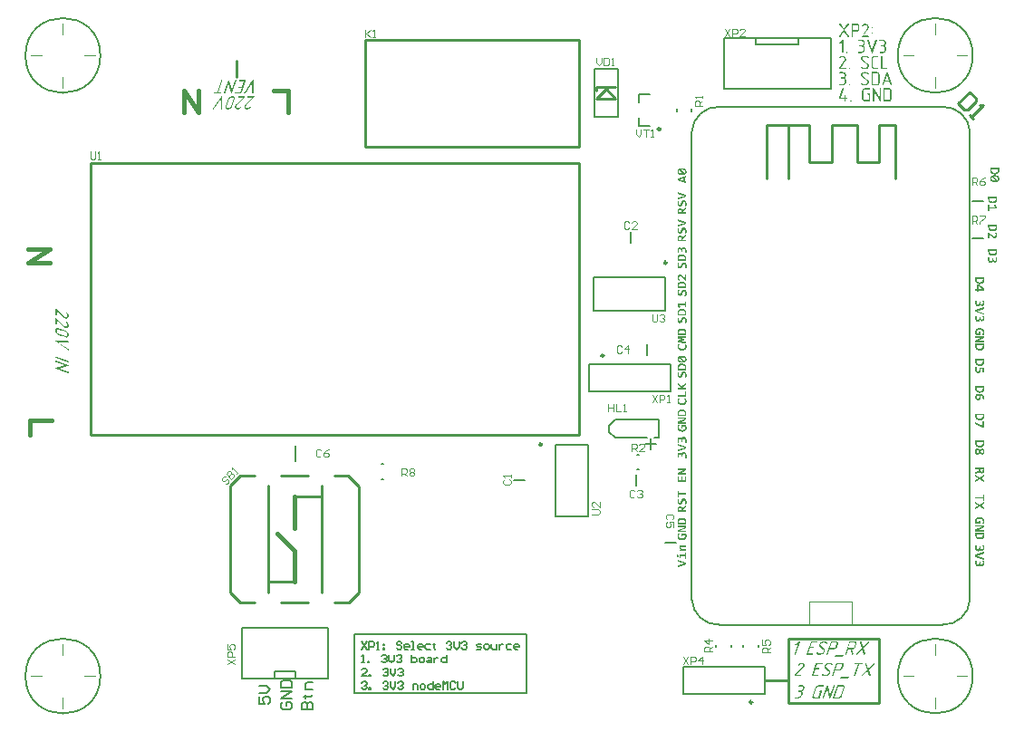
<source format=gto>
G04*
G04 #@! TF.GenerationSoftware,Altium Limited,Altium Designer,19.1.7 (138)*
G04*
G04 Layer_Color=65535*
%FSLAX44Y44*%
%MOMM*%
G71*
G01*
G75*
%ADD10C,0.2500*%
%ADD11C,0.2000*%
%ADD12C,0.2540*%
%ADD13C,0.4000*%
%ADD14C,0.1000*%
%ADD15C,0.1500*%
%ADD16C,0.2030*%
%ADD17C,0.1700*%
G36*
X818663Y641411D02*
X818718Y641397D01*
X818843Y641342D01*
X818913Y641300D01*
X818996Y641231D01*
X819010Y641217D01*
X819037Y641203D01*
X819065Y641162D01*
X819107Y641106D01*
X819190Y640968D01*
X819204Y640898D01*
X819218Y640801D01*
Y640787D01*
Y640760D01*
X819204Y640718D01*
X819190Y640662D01*
X819135Y640524D01*
X819093Y640441D01*
X819024Y640371D01*
X819010Y640357D01*
X818996Y640343D01*
X818954Y640316D01*
X818899Y640274D01*
X818760Y640205D01*
X818691Y640191D01*
X818594Y640177D01*
X818552D01*
X818497Y640191D01*
X818427Y640205D01*
X818289Y640260D01*
X818205Y640302D01*
X818136Y640357D01*
Y640371D01*
X818108Y640399D01*
X818081Y640427D01*
X818053Y640482D01*
X817997Y640621D01*
X817983Y640704D01*
X817970Y640801D01*
Y640815D01*
Y640843D01*
X817983Y640884D01*
X817997Y640954D01*
X818053Y641092D01*
X818094Y641162D01*
X818150Y641231D01*
X818164Y641245D01*
X818178Y641259D01*
X818219Y641286D01*
X818275Y641328D01*
X818413Y641397D01*
X818497Y641411D01*
X818594Y641425D01*
X818621D01*
X818663Y641411D01*
D02*
G37*
G36*
X796182Y644726D02*
X796238Y644712D01*
X796390Y644657D01*
X796460Y644615D01*
X796543Y644546D01*
X796557Y644532D01*
X796571Y644518D01*
X796612Y644476D01*
X796654Y644421D01*
X796723Y644282D01*
X796737Y644199D01*
X796751Y644102D01*
Y644088D01*
Y644074D01*
X796737Y643991D01*
X796709Y643880D01*
X796640Y643755D01*
X793131Y638485D01*
X796640Y633229D01*
X796723Y633049D01*
X796751Y632868D01*
Y632854D01*
Y632827D01*
X796737Y632785D01*
X796723Y632730D01*
X796668Y632591D01*
X796626Y632508D01*
X796557Y632439D01*
X796543Y632425D01*
X796529Y632411D01*
X796488Y632383D01*
X796432Y632355D01*
X796279Y632286D01*
X796182Y632272D01*
X796085Y632258D01*
X796044D01*
X795988Y632272D01*
X795919Y632300D01*
X795836Y632327D01*
X795752Y632369D01*
X795669Y632439D01*
X795586Y632536D01*
X792368Y637362D01*
X789151Y632536D01*
X789137Y632522D01*
X789096Y632466D01*
X789026Y632397D01*
X788915Y632314D01*
X788638Y632258D01*
X788610D01*
X788569Y632272D01*
X788513Y632286D01*
X788374Y632341D01*
X788291Y632383D01*
X788194Y632439D01*
X788180Y632452D01*
X788166Y632466D01*
X788139Y632508D01*
X788097Y632563D01*
X788028Y632702D01*
X788014Y632785D01*
X788000Y632882D01*
Y632896D01*
Y632910D01*
X788014Y632993D01*
X788042Y633104D01*
X788097Y633229D01*
X791620Y638499D01*
X788083Y643755D01*
X788000Y643935D01*
Y644116D01*
Y644129D01*
Y644157D01*
X788014Y644199D01*
X788028Y644254D01*
X788083Y644393D01*
X788125Y644476D01*
X788180Y644546D01*
X788194Y644559D01*
X788222Y644573D01*
X788263Y644601D01*
X788319Y644643D01*
X788458Y644712D01*
X788555Y644726D01*
X788652Y644740D01*
X788707D01*
X788749Y644726D01*
X788818Y644698D01*
X788901Y644670D01*
X788985Y644615D01*
X789068Y644546D01*
X789151Y644448D01*
X792368Y639622D01*
X795586Y644462D01*
X795600Y644490D01*
X795641Y644532D01*
X795711Y644615D01*
X795808Y644684D01*
X795947Y644740D01*
X796141D01*
X796182Y644726D01*
D02*
G37*
G36*
X818663Y636363D02*
X818718Y636349D01*
X818843Y636294D01*
X818913Y636252D01*
X818996Y636183D01*
X819010Y636169D01*
X819037Y636155D01*
X819065Y636114D01*
X819107Y636058D01*
X819190Y635919D01*
X819204Y635850D01*
X819218Y635753D01*
Y635739D01*
Y635711D01*
X819204Y635670D01*
X819190Y635614D01*
X819135Y635476D01*
X819093Y635392D01*
X819024Y635323D01*
X819010Y635309D01*
X818996Y635295D01*
X818954Y635268D01*
X818899Y635226D01*
X818760Y635157D01*
X818691Y635143D01*
X818594Y635129D01*
X818552D01*
X818497Y635143D01*
X818427Y635157D01*
X818289Y635212D01*
X818205Y635254D01*
X818136Y635309D01*
Y635323D01*
X818108Y635351D01*
X818081Y635379D01*
X818053Y635434D01*
X817997Y635573D01*
X817983Y635656D01*
X817970Y635753D01*
Y635767D01*
Y635795D01*
X817983Y635836D01*
X817997Y635906D01*
X818053Y636044D01*
X818094Y636114D01*
X818150Y636183D01*
X818164Y636197D01*
X818178Y636211D01*
X818219Y636238D01*
X818275Y636280D01*
X818413Y636349D01*
X818497Y636363D01*
X818594Y636377D01*
X818621D01*
X818663Y636363D01*
D02*
G37*
G36*
X812159Y644726D02*
X812284Y644712D01*
X812422Y644684D01*
X812589Y644657D01*
X812769Y644615D01*
X812963Y644573D01*
X813157Y644504D01*
X813365Y644421D01*
X813573Y644338D01*
X813781Y644213D01*
X813989Y644088D01*
X814197Y643935D01*
X814392Y643769D01*
X814405Y643755D01*
X814433Y643727D01*
X814489Y643672D01*
X814544Y643603D01*
X814627Y643505D01*
X814710Y643394D01*
X814808Y643270D01*
X814905Y643117D01*
X814988Y642951D01*
X815085Y642784D01*
X815251Y642382D01*
X815307Y642174D01*
X815362Y641952D01*
X815390Y641716D01*
X815404Y641467D01*
Y641453D01*
Y641439D01*
Y641397D01*
Y641328D01*
X815390Y641176D01*
X815349Y640981D01*
X815307Y640746D01*
X815238Y640496D01*
X815141Y640219D01*
X815002Y639927D01*
X810966Y633506D01*
X814877D01*
X814932Y633493D01*
X814988Y633479D01*
X815141Y633423D01*
X815210Y633382D01*
X815279Y633312D01*
X815293Y633298D01*
X815307Y633284D01*
X815335Y633243D01*
X815376Y633187D01*
X815432Y633049D01*
X815446Y632966D01*
X815459Y632882D01*
Y632868D01*
Y632841D01*
X815446Y632799D01*
Y632744D01*
X815390Y632605D01*
X815362Y632536D01*
X815307Y632452D01*
Y632439D01*
X815279Y632425D01*
X815238Y632397D01*
X815196Y632355D01*
X815127Y632314D01*
X815043Y632286D01*
X814946Y632272D01*
X814835Y632258D01*
X809815D01*
X809746Y632272D01*
X809635Y632286D01*
X809510Y632327D01*
X809385Y632383D01*
X809288Y632466D01*
X809205Y632591D01*
X809191Y632674D01*
X809177Y632757D01*
Y632771D01*
Y632799D01*
X809191Y632827D01*
Y632882D01*
X809246Y633035D01*
X809274Y633118D01*
X809330Y633215D01*
X813920Y640565D01*
X813934Y640593D01*
X813962Y640649D01*
X813989Y640746D01*
X814045Y640871D01*
X814087Y641009D01*
X814114Y641162D01*
X814142Y641328D01*
X814156Y641495D01*
Y641508D01*
Y641536D01*
Y641578D01*
X814142Y641633D01*
X814128Y641786D01*
X814073Y641966D01*
X814003Y642188D01*
X813892Y642424D01*
X813740Y642660D01*
X813643Y642770D01*
X813532Y642881D01*
X813518Y642895D01*
X813476Y642923D01*
X813421Y642979D01*
X813338Y643048D01*
X813227Y643117D01*
X813116Y643186D01*
X812838Y643325D01*
X812824Y643339D01*
X812769Y643353D01*
X812686Y643381D01*
X812589Y643408D01*
X812464Y643436D01*
X812311Y643464D01*
X812159Y643492D01*
X811909D01*
X811826Y643478D01*
X811701Y643464D01*
X811562Y643436D01*
X811410Y643381D01*
X811257Y643325D01*
X811091Y643242D01*
X811077Y643228D01*
X811021Y643186D01*
X810938Y643131D01*
X810841Y643048D01*
X810730Y642951D01*
X810605Y642826D01*
X810481Y642673D01*
X810370Y642521D01*
X810356Y642507D01*
X810314Y642451D01*
X810245Y642382D01*
X810134Y642299D01*
X809857Y642243D01*
X809815D01*
X809773Y642257D01*
X809718Y642271D01*
X809565Y642313D01*
X809496Y642354D01*
X809413Y642410D01*
X809399Y642424D01*
X809385Y642438D01*
X809357Y642479D01*
X809316Y642535D01*
X809246Y642673D01*
X809232Y642757D01*
X809219Y642840D01*
Y642868D01*
X809232Y642937D01*
X809260Y643048D01*
X809330Y643200D01*
Y643214D01*
X809343Y643228D01*
X809413Y643311D01*
X809496Y643436D01*
X809635Y643589D01*
X809787Y643755D01*
X809995Y643949D01*
X810217Y644129D01*
X810481Y644296D01*
X810495Y644310D01*
X810550Y644338D01*
X810619Y644365D01*
X810703Y644421D01*
X810814Y644462D01*
X810938Y644518D01*
X811202Y644615D01*
X811216D01*
X811257Y644629D01*
X811340Y644657D01*
X811424Y644684D01*
X811535Y644698D01*
X811659Y644726D01*
X811909Y644740D01*
X812048D01*
X812159Y644726D01*
D02*
G37*
G36*
X804420D02*
X804503Y644712D01*
X804614Y644698D01*
X804850Y644643D01*
X805127Y644559D01*
X805419Y644435D01*
X805571Y644351D01*
X805724Y644254D01*
X805863Y644129D01*
X806001Y644005D01*
X806015Y643991D01*
X806029Y643977D01*
X806070Y643935D01*
X806112Y643880D01*
X806168Y643797D01*
X806237Y643714D01*
X806376Y643505D01*
X806500Y643256D01*
X806625Y642951D01*
X806709Y642618D01*
X806722Y642438D01*
X806736Y642243D01*
Y639747D01*
Y639733D01*
Y639706D01*
Y639650D01*
X806722Y639581D01*
X806709Y639484D01*
X806695Y639387D01*
X806639Y639137D01*
X806556Y638873D01*
X806431Y638568D01*
X806348Y638416D01*
X806251Y638277D01*
X806126Y638125D01*
X806001Y637986D01*
X805987Y637972D01*
X805973Y637958D01*
X805932Y637916D01*
X805876Y637875D01*
X805793Y637819D01*
X805710Y637750D01*
X805502Y637625D01*
X805252Y637487D01*
X804947Y637362D01*
X804614Y637279D01*
X804434Y637265D01*
X804240Y637251D01*
X800495D01*
Y632882D01*
Y632868D01*
Y632827D01*
X800482Y632771D01*
X800468Y632702D01*
X800426Y632549D01*
X800371Y632466D01*
X800315Y632397D01*
X800301D01*
X800287Y632369D01*
X800246Y632355D01*
X800190Y632327D01*
X800052Y632286D01*
X799871Y632258D01*
X799830D01*
X799788Y632272D01*
X799719D01*
X799580Y632327D01*
X799497Y632355D01*
X799428Y632411D01*
X799414Y632425D01*
X799400Y632439D01*
X799372Y632480D01*
X799344Y632522D01*
X799303Y632591D01*
X799275Y632674D01*
X799261Y632771D01*
X799247Y632882D01*
Y644116D01*
Y644129D01*
Y644143D01*
X799261Y644213D01*
X799275Y644310D01*
X799331Y644435D01*
X799400Y644546D01*
X799511Y644643D01*
X799663Y644712D01*
X799760Y644740D01*
X804337D01*
X804420Y644726D01*
D02*
G37*
G36*
X822394Y629665D02*
X822463D01*
X822602Y629609D01*
X822685Y629568D01*
X822768Y629512D01*
X822782Y629498D01*
X822796Y629484D01*
X822824Y629443D01*
X822865Y629387D01*
X822921Y629249D01*
X822934Y629165D01*
X822948Y629068D01*
X822921Y628847D01*
X819176Y617738D01*
Y617724D01*
X819162Y617696D01*
X819148Y617655D01*
X819121Y617599D01*
X819051Y617475D01*
X818954Y617336D01*
X818926Y617322D01*
X818857Y617294D01*
X818746Y617253D01*
X818580Y617197D01*
X818566D01*
X818524Y617211D01*
X818455Y617225D01*
X818372Y617267D01*
X818275Y617336D01*
X818178Y617419D01*
X818081Y617558D01*
X817997Y617738D01*
X814253Y628847D01*
X814211Y629068D01*
Y629082D01*
Y629110D01*
X814225Y629152D01*
X814239Y629193D01*
X814295Y629332D01*
X814336Y629401D01*
X814392Y629471D01*
X814405Y629484D01*
X814433Y629498D01*
X814461Y629540D01*
X814516Y629582D01*
X814669Y629651D01*
X814752Y629665D01*
X814849Y629679D01*
X815016D01*
X815182Y629623D01*
X815210Y629609D01*
X815265Y629540D01*
X815307Y629498D01*
X815349Y629429D01*
X815390Y629346D01*
X815432Y629249D01*
X818580Y619902D01*
X821742Y629249D01*
Y629263D01*
X821756Y629277D01*
X821797Y629360D01*
X821880Y629457D01*
X821978Y629554D01*
X821991D01*
X822005Y629568D01*
X822088Y629623D01*
X822186Y629665D01*
X822310Y629679D01*
X822352D01*
X822394Y629665D01*
D02*
G37*
G36*
X828745Y629637D02*
X828870Y629623D01*
X829023Y629595D01*
X829175Y629568D01*
X829342Y629526D01*
X829536Y629484D01*
X829716Y629415D01*
X829910Y629346D01*
X830105Y629249D01*
X830299Y629138D01*
X830493Y629013D01*
X830673Y628860D01*
X830839Y628694D01*
X830853Y628680D01*
X830867Y628652D01*
X830909Y628611D01*
X830964Y628541D01*
X831020Y628444D01*
X831089Y628347D01*
X831159Y628223D01*
X831242Y628098D01*
X831311Y627945D01*
X831380Y627779D01*
X831505Y627418D01*
X831561Y627224D01*
X831602Y627002D01*
X831616Y626794D01*
X831630Y626558D01*
Y626544D01*
Y626530D01*
Y626489D01*
Y626433D01*
X831616Y626281D01*
X831588Y626101D01*
X831547Y625879D01*
X831491Y625643D01*
X831408Y625407D01*
X831311Y625158D01*
X831297Y625130D01*
X831255Y625047D01*
X831186Y624936D01*
X831089Y624783D01*
X830964Y624603D01*
X830812Y624423D01*
X830618Y624228D01*
X830410Y624034D01*
X830437Y624020D01*
X830493Y623965D01*
X830590Y623868D01*
X830715Y623743D01*
X830839Y623590D01*
X830992Y623410D01*
X831131Y623202D01*
X831269Y622966D01*
Y622952D01*
X831283Y622939D01*
X831325Y622855D01*
X831380Y622717D01*
X831450Y622550D01*
X831505Y622342D01*
X831574Y622107D01*
X831616Y621843D01*
X831630Y621566D01*
Y620317D01*
Y620304D01*
Y620262D01*
Y620193D01*
X831616Y620109D01*
X831602Y619999D01*
X831574Y619860D01*
X831547Y619721D01*
X831519Y619569D01*
X831408Y619222D01*
X831325Y619042D01*
X831242Y618848D01*
X831131Y618667D01*
X831006Y618473D01*
X830867Y618293D01*
X830701Y618112D01*
X830687Y618099D01*
X830659Y618071D01*
X830604Y618029D01*
X830534Y617974D01*
X830451Y617904D01*
X830340Y617821D01*
X830215Y617738D01*
X830091Y617655D01*
X829938Y617572D01*
X829758Y617488D01*
X829397Y617336D01*
X829189Y617280D01*
X828967Y617239D01*
X828745Y617211D01*
X828510Y617197D01*
X825972D01*
X825916Y617211D01*
X825847Y617225D01*
X825694Y617267D01*
X825611Y617308D01*
X825542Y617364D01*
Y617377D01*
X825514Y617405D01*
X825500Y617447D01*
X825472Y617502D01*
X825417Y617641D01*
X825403Y617724D01*
X825389Y617821D01*
Y617835D01*
Y617863D01*
X825403Y617904D01*
Y617946D01*
X825459Y618085D01*
X825486Y618154D01*
X825542Y618237D01*
X825556Y618251D01*
X825570Y618265D01*
X825611Y618307D01*
X825653Y618348D01*
X825722Y618376D01*
X825805Y618418D01*
X825902Y618431D01*
X826013Y618445D01*
X828579D01*
X828634Y618459D01*
X828787Y618473D01*
X828967Y618515D01*
X829161Y618584D01*
X829383Y618667D01*
X829605Y618806D01*
X829827Y618986D01*
X829855Y619014D01*
X829910Y619083D01*
X830007Y619208D01*
X830105Y619361D01*
X830201Y619555D01*
X830299Y619777D01*
X830354Y620040D01*
X830382Y620317D01*
Y621566D01*
Y621580D01*
Y621593D01*
Y621635D01*
X830368Y621690D01*
X830354Y621843D01*
X830312Y622023D01*
X830257Y622217D01*
X830160Y622439D01*
X830021Y622661D01*
X829841Y622883D01*
X829813Y622911D01*
X829744Y622966D01*
X829633Y623063D01*
X829466Y623161D01*
X829272Y623258D01*
X829051Y623355D01*
X828787Y623410D01*
X828496Y623438D01*
X827206D01*
X827150Y623452D01*
X827081Y623466D01*
X826943Y623507D01*
X826859Y623549D01*
X826790Y623604D01*
Y623618D01*
X826762Y623646D01*
X826734Y623688D01*
X826707Y623743D01*
X826651Y623882D01*
X826637Y623965D01*
X826624Y624062D01*
Y624076D01*
Y624104D01*
X826637Y624145D01*
Y624187D01*
X826693Y624325D01*
X826721Y624395D01*
X826776Y624478D01*
X826790Y624492D01*
X826804Y624506D01*
X826845Y624547D01*
X826901Y624589D01*
X826970Y624617D01*
X827039Y624658D01*
X827137Y624672D01*
X827248Y624686D01*
X828579D01*
X828634Y624700D01*
X828787Y624714D01*
X828981Y624755D01*
X829203Y624825D01*
X829425Y624936D01*
X829661Y625074D01*
X829869Y625269D01*
X829883Y625296D01*
X829938Y625366D01*
X830007Y625476D01*
X830105Y625629D01*
X830188Y625823D01*
X830257Y626045D01*
X830312Y626295D01*
X830326Y626572D01*
Y626586D01*
Y626600D01*
Y626642D01*
Y626697D01*
X830299Y626836D01*
X830271Y627016D01*
X830215Y627210D01*
X830146Y627432D01*
X830035Y627640D01*
X829883Y627834D01*
X829855Y627862D01*
X829786Y627917D01*
X829675Y628014D01*
X829522Y628125D01*
X829328Y628223D01*
X829092Y628320D01*
X828815Y628375D01*
X828496Y628403D01*
X825958D01*
X825902Y628417D01*
X825833Y628430D01*
X825694Y628472D01*
X825611Y628514D01*
X825542Y628569D01*
Y628583D01*
X825514Y628611D01*
X825500Y628638D01*
X825472Y628694D01*
X825417Y628847D01*
X825403Y628930D01*
X825389Y629027D01*
Y629041D01*
Y629068D01*
X825403Y629110D01*
Y629165D01*
X825459Y629290D01*
X825486Y629374D01*
X825542Y629443D01*
X825556Y629457D01*
X825570Y629471D01*
X825611Y629512D01*
X825667Y629554D01*
X825736Y629582D01*
X825805Y629623D01*
X825902Y629637D01*
X826013Y629651D01*
X828648D01*
X828745Y629637D01*
D02*
G37*
G36*
X808775D02*
X808900Y629623D01*
X809052Y629595D01*
X809205Y629568D01*
X809371Y629526D01*
X809565Y629484D01*
X809746Y629415D01*
X809940Y629346D01*
X810134Y629249D01*
X810328Y629138D01*
X810522Y629013D01*
X810703Y628860D01*
X810869Y628694D01*
X810883Y628680D01*
X810897Y628652D01*
X810938Y628611D01*
X810994Y628541D01*
X811049Y628444D01*
X811119Y628347D01*
X811188Y628223D01*
X811271Y628098D01*
X811340Y627945D01*
X811410Y627779D01*
X811535Y627418D01*
X811590Y627224D01*
X811632Y627002D01*
X811646Y626794D01*
X811659Y626558D01*
Y626544D01*
Y626530D01*
Y626489D01*
Y626433D01*
X811646Y626281D01*
X811618Y626101D01*
X811576Y625879D01*
X811521Y625643D01*
X811438Y625407D01*
X811340Y625158D01*
X811327Y625130D01*
X811285Y625047D01*
X811216Y624936D01*
X811119Y624783D01*
X810994Y624603D01*
X810841Y624423D01*
X810647Y624228D01*
X810439Y624034D01*
X810467Y624020D01*
X810522Y623965D01*
X810619Y623868D01*
X810744Y623743D01*
X810869Y623590D01*
X811021Y623410D01*
X811160Y623202D01*
X811299Y622966D01*
Y622952D01*
X811313Y622939D01*
X811354Y622855D01*
X811410Y622717D01*
X811479Y622550D01*
X811535Y622342D01*
X811604Y622107D01*
X811646Y621843D01*
X811659Y621566D01*
Y620317D01*
Y620304D01*
Y620262D01*
Y620193D01*
X811646Y620109D01*
X811632Y619999D01*
X811604Y619860D01*
X811576Y619721D01*
X811548Y619569D01*
X811438Y619222D01*
X811354Y619042D01*
X811271Y618848D01*
X811160Y618667D01*
X811035Y618473D01*
X810897Y618293D01*
X810730Y618112D01*
X810716Y618099D01*
X810689Y618071D01*
X810633Y618029D01*
X810564Y617974D01*
X810481Y617904D01*
X810370Y617821D01*
X810245Y617738D01*
X810120Y617655D01*
X809967Y617572D01*
X809787Y617488D01*
X809427Y617336D01*
X809219Y617280D01*
X808997Y617239D01*
X808775Y617211D01*
X808539Y617197D01*
X806001D01*
X805946Y617211D01*
X805876Y617225D01*
X805724Y617267D01*
X805641Y617308D01*
X805571Y617364D01*
Y617377D01*
X805544Y617405D01*
X805530Y617447D01*
X805502Y617502D01*
X805446Y617641D01*
X805433Y617724D01*
X805419Y617821D01*
Y617835D01*
Y617863D01*
X805433Y617904D01*
Y617946D01*
X805488Y618085D01*
X805516Y618154D01*
X805571Y618237D01*
X805585Y618251D01*
X805599Y618265D01*
X805641Y618307D01*
X805682Y618348D01*
X805752Y618376D01*
X805835Y618418D01*
X805932Y618431D01*
X806043Y618445D01*
X808608D01*
X808664Y618459D01*
X808817Y618473D01*
X808997Y618515D01*
X809191Y618584D01*
X809413Y618667D01*
X809635Y618806D01*
X809857Y618986D01*
X809884Y619014D01*
X809940Y619083D01*
X810037Y619208D01*
X810134Y619361D01*
X810231Y619555D01*
X810328Y619777D01*
X810384Y620040D01*
X810411Y620317D01*
Y621566D01*
Y621580D01*
Y621593D01*
Y621635D01*
X810397Y621690D01*
X810384Y621843D01*
X810342Y622023D01*
X810286Y622217D01*
X810189Y622439D01*
X810051Y622661D01*
X809871Y622883D01*
X809843Y622911D01*
X809773Y622966D01*
X809662Y623063D01*
X809496Y623161D01*
X809302Y623258D01*
X809080Y623355D01*
X808817Y623410D01*
X808525Y623438D01*
X807235D01*
X807180Y623452D01*
X807111Y623466D01*
X806972Y623507D01*
X806889Y623549D01*
X806819Y623604D01*
Y623618D01*
X806792Y623646D01*
X806764Y623688D01*
X806736Y623743D01*
X806681Y623882D01*
X806667Y623965D01*
X806653Y624062D01*
Y624076D01*
Y624104D01*
X806667Y624145D01*
Y624187D01*
X806722Y624325D01*
X806750Y624395D01*
X806805Y624478D01*
X806819Y624492D01*
X806833Y624506D01*
X806875Y624547D01*
X806930Y624589D01*
X807000Y624617D01*
X807069Y624658D01*
X807166Y624672D01*
X807277Y624686D01*
X808608D01*
X808664Y624700D01*
X808817Y624714D01*
X809011Y624755D01*
X809232Y624825D01*
X809454Y624936D01*
X809690Y625074D01*
X809898Y625269D01*
X809912Y625296D01*
X809967Y625366D01*
X810037Y625476D01*
X810134Y625629D01*
X810217Y625823D01*
X810286Y626045D01*
X810342Y626295D01*
X810356Y626572D01*
Y626586D01*
Y626600D01*
Y626642D01*
Y626697D01*
X810328Y626836D01*
X810300Y627016D01*
X810245Y627210D01*
X810176Y627432D01*
X810065Y627640D01*
X809912Y627834D01*
X809884Y627862D01*
X809815Y627917D01*
X809704Y628014D01*
X809551Y628125D01*
X809357Y628223D01*
X809122Y628320D01*
X808844Y628375D01*
X808525Y628403D01*
X805987D01*
X805932Y628417D01*
X805863Y628430D01*
X805724Y628472D01*
X805641Y628514D01*
X805571Y628569D01*
Y628583D01*
X805544Y628611D01*
X805530Y628638D01*
X805502Y628694D01*
X805446Y628847D01*
X805433Y628930D01*
X805419Y629027D01*
Y629041D01*
Y629068D01*
X805433Y629110D01*
Y629165D01*
X805488Y629290D01*
X805516Y629374D01*
X805571Y629443D01*
X805585Y629457D01*
X805599Y629471D01*
X805641Y629512D01*
X805696Y629554D01*
X805765Y629582D01*
X805835Y629623D01*
X805932Y629637D01*
X806043Y629651D01*
X808678D01*
X808775Y629637D01*
D02*
G37*
G36*
X794948Y618431D02*
X795004Y618418D01*
X795128Y618362D01*
X795198Y618321D01*
X795281Y618251D01*
X795295Y618237D01*
X795322Y618223D01*
X795350Y618182D01*
X795392Y618126D01*
X795475Y617988D01*
X795489Y617918D01*
X795503Y617821D01*
Y617807D01*
Y617780D01*
X795489Y617738D01*
X795475Y617682D01*
X795420Y617544D01*
X795378Y617461D01*
X795309Y617391D01*
X795295Y617377D01*
X795281Y617364D01*
X795239Y617336D01*
X795184Y617294D01*
X795045Y617225D01*
X794976Y617211D01*
X794879Y617197D01*
X794837D01*
X794782Y617211D01*
X794712Y617225D01*
X794574Y617280D01*
X794490Y617322D01*
X794421Y617377D01*
Y617391D01*
X794393Y617419D01*
X794366Y617447D01*
X794338Y617502D01*
X794282Y617641D01*
X794268Y617724D01*
X794255Y617821D01*
Y617835D01*
Y617863D01*
X794268Y617904D01*
X794282Y617974D01*
X794338Y618112D01*
X794380Y618182D01*
X794435Y618251D01*
X794449Y618265D01*
X794463Y618279D01*
X794504Y618307D01*
X794560Y618348D01*
X794698Y618418D01*
X794782Y618431D01*
X794879Y618445D01*
X794906D01*
X794948Y618431D01*
D02*
G37*
G36*
X791342Y629734D02*
X791467Y629679D01*
X791536Y629637D01*
X791606Y629568D01*
X791620Y629554D01*
X791634Y629526D01*
X791661Y629484D01*
X791689Y629429D01*
X791717Y629360D01*
X791731Y629263D01*
X791758Y629165D01*
Y629041D01*
Y617807D01*
Y617794D01*
Y617766D01*
X791745Y617710D01*
X791731Y617641D01*
X791689Y617488D01*
X791634Y617405D01*
X791578Y617336D01*
X791564D01*
X791550Y617308D01*
X791509Y617294D01*
X791453Y617267D01*
X791314Y617225D01*
X791134Y617197D01*
X791093D01*
X791051Y617211D01*
X790982D01*
X790843Y617267D01*
X790760Y617294D01*
X790691Y617350D01*
X790677Y617364D01*
X790663Y617377D01*
X790635Y617419D01*
X790607Y617461D01*
X790566Y617530D01*
X790538Y617613D01*
X790524Y617696D01*
X790510Y617807D01*
Y627543D01*
X789068Y626115D01*
X789054Y626101D01*
X789040Y626087D01*
X788998Y626059D01*
X788943Y626017D01*
X788804Y625948D01*
X788721Y625934D01*
X788638Y625920D01*
X788596D01*
X788555Y625934D01*
X788499Y625948D01*
X788361Y626003D01*
X788291Y626045D01*
X788208Y626115D01*
X788194Y626128D01*
X788180Y626156D01*
X788139Y626184D01*
X788111Y626239D01*
X788028Y626378D01*
X788014Y626461D01*
X788000Y626558D01*
Y626572D01*
Y626600D01*
X788014Y626642D01*
X788028Y626697D01*
X788083Y626822D01*
X788125Y626905D01*
X788194Y626988D01*
X790691Y629484D01*
X790718Y629512D01*
X790774Y629554D01*
X790843Y629623D01*
X790940Y629679D01*
X790968Y629692D01*
X791037Y629720D01*
X791134Y629748D01*
X791245Y629762D01*
X791273D01*
X791342Y629734D01*
D02*
G37*
G36*
X812006Y614687D02*
X812103D01*
X812325Y614673D01*
X812589Y614632D01*
X812880Y614590D01*
X813199Y614520D01*
X813518Y614423D01*
X813532D01*
X813559Y614410D01*
X813601Y614396D01*
X813670Y614368D01*
X813740Y614340D01*
X813823Y614313D01*
X814045Y614229D01*
X814295Y614118D01*
X814558Y613980D01*
X814849Y613827D01*
X815127Y613647D01*
X815154Y613633D01*
X815196Y613591D01*
X815265Y613508D01*
X815321Y613411D01*
X815335Y613397D01*
X815362Y613342D01*
X815376Y613259D01*
X815390Y613148D01*
Y613134D01*
Y613106D01*
X815376Y613064D01*
X815362Y613009D01*
X815307Y612870D01*
X815265Y612787D01*
X815196Y612704D01*
X815182Y612690D01*
X815168Y612676D01*
X815127Y612634D01*
X815071Y612607D01*
X814932Y612523D01*
X814849Y612510D01*
X814766Y612496D01*
X814738D01*
X814641Y612510D01*
X814530Y612551D01*
X814392Y612621D01*
X814378Y612634D01*
X814336Y612662D01*
X814267Y612704D01*
X814184Y612759D01*
X814073Y612815D01*
X813934Y612898D01*
X813781Y612967D01*
X813615Y613050D01*
X813421Y613134D01*
X813213Y613203D01*
X812769Y613342D01*
X812533Y613397D01*
X812284Y613439D01*
X812020Y613466D01*
X811757Y613480D01*
X811604D01*
X811521Y613466D01*
X811438D01*
X811216Y613425D01*
X810952Y613383D01*
X810675Y613314D01*
X810370Y613217D01*
X810079Y613078D01*
X810065Y613064D01*
X810023Y613050D01*
X809967Y613009D01*
X809884Y612953D01*
X809787Y612884D01*
X809704Y612787D01*
X809607Y612690D01*
X809510Y612579D01*
X809357Y612274D01*
Y612246D01*
X809343Y612177D01*
X809330Y612066D01*
X809316Y611927D01*
Y611913D01*
Y611858D01*
X809330Y611775D01*
X809357Y611678D01*
X809399Y611567D01*
X809468Y611442D01*
X809551Y611331D01*
X809676Y611220D01*
X814295Y607794D01*
X814322Y607780D01*
X814392Y607725D01*
X814489Y607642D01*
X814613Y607517D01*
X814766Y607364D01*
X814919Y607170D01*
X815071Y606948D01*
X815210Y606699D01*
Y606685D01*
X815224Y606671D01*
X815238Y606629D01*
X815265Y606574D01*
X815321Y606435D01*
X815390Y606255D01*
X815459Y606033D01*
X815515Y605797D01*
X815556Y605534D01*
X815570Y605270D01*
Y605256D01*
Y605243D01*
Y605201D01*
Y605145D01*
X815556Y604993D01*
X815529Y604799D01*
X815487Y604577D01*
X815432Y604341D01*
X815349Y604091D01*
X815238Y603842D01*
Y603828D01*
X815224Y603814D01*
X815182Y603731D01*
X815099Y603620D01*
X814988Y603467D01*
X814849Y603301D01*
X814683Y603135D01*
X814475Y602968D01*
X814225Y602816D01*
X814197Y602802D01*
X814128Y602774D01*
X814003Y602719D01*
X813851Y602649D01*
X813656Y602566D01*
X813435Y602483D01*
X813185Y602399D01*
X812922Y602303D01*
X812894D01*
X812811Y602275D01*
X812686Y602261D01*
X812519Y602233D01*
X812325Y602205D01*
X812117Y602178D01*
X811895Y602164D01*
X811673Y602150D01*
X811521D01*
X811451Y602164D01*
X811354D01*
X811133Y602178D01*
X810883Y602219D01*
X810592Y602261D01*
X810300Y602330D01*
X809995Y602413D01*
X809981Y602427D01*
X809926Y602441D01*
X809843Y602469D01*
X809732Y602510D01*
X809607Y602566D01*
X809468Y602621D01*
X809205Y602746D01*
X809191Y602760D01*
X809149Y602774D01*
X809066Y602816D01*
X808969Y602885D01*
X808858Y602954D01*
X808706Y603051D01*
X808539Y603148D01*
X808359Y603273D01*
X808345Y603287D01*
X808317Y603301D01*
X808276Y603343D01*
X808220Y603398D01*
X808165Y603481D01*
X808123Y603564D01*
X808095Y603662D01*
X808081Y603773D01*
Y603786D01*
Y603814D01*
X808095Y603870D01*
X808109Y603939D01*
X808151Y604091D01*
X808192Y604175D01*
X808248Y604244D01*
X808262Y604258D01*
X808276Y604272D01*
X808317Y604300D01*
X808373Y604341D01*
X808511Y604410D01*
X808595Y604424D01*
X808678Y604438D01*
X808706D01*
X808789Y604424D01*
X808900Y604397D01*
X809025Y604327D01*
X809038D01*
X809052Y604313D01*
X809135Y604258D01*
X809274Y604175D01*
X809441Y604078D01*
X809649Y603967D01*
X809871Y603842D01*
X810106Y603731D01*
X810356Y603634D01*
X810370D01*
X810384Y603620D01*
X810467Y603592D01*
X810605Y603564D01*
X810772Y603523D01*
X810980Y603467D01*
X811202Y603440D01*
X811451Y603412D01*
X811701Y603398D01*
X811798D01*
X811868Y603412D01*
X811951D01*
X812048Y603426D01*
X812173Y603440D01*
X812297Y603467D01*
X812602Y603523D01*
X812935Y603620D01*
X813296Y603745D01*
X813670Y603911D01*
X813684Y603925D01*
X813726Y603939D01*
X813767Y603980D01*
X813837Y604036D01*
X813920Y604119D01*
X814003Y604202D01*
X814087Y604313D01*
X814156Y604438D01*
Y604452D01*
X814170Y604466D01*
X814211Y604563D01*
X814267Y604688D01*
X814308Y604827D01*
Y604840D01*
X814322Y604854D01*
Y604896D01*
X814336Y604951D01*
X814350Y605076D01*
X814364Y605229D01*
Y605243D01*
Y605298D01*
X814350Y605381D01*
X814336Y605492D01*
X814322Y605631D01*
X814281Y605770D01*
X814239Y605936D01*
X814170Y606102D01*
X814156Y606116D01*
X814142Y606158D01*
X814100Y606227D01*
X814045Y606310D01*
X813962Y606408D01*
X813865Y606518D01*
X813754Y606643D01*
X813615Y606768D01*
X808969Y610194D01*
X808955Y610207D01*
X808913Y610249D01*
X808844Y610304D01*
X808747Y610388D01*
X808650Y610485D01*
X808553Y610610D01*
X808456Y610762D01*
X808359Y610929D01*
X808345Y610956D01*
X808317Y611012D01*
X808289Y611109D01*
X808248Y611234D01*
X808192Y611386D01*
X808165Y611553D01*
X808137Y611733D01*
X808123Y611927D01*
Y611941D01*
Y611955D01*
Y612038D01*
X808137Y612163D01*
X808165Y612329D01*
X808206Y612523D01*
X808262Y612732D01*
X808331Y612953D01*
X808442Y613175D01*
Y613189D01*
X808456Y613203D01*
X808497Y613272D01*
X808581Y613383D01*
X808692Y613522D01*
X808844Y613688D01*
X809025Y613855D01*
X809246Y614021D01*
X809510Y614174D01*
X809524D01*
X809551Y614202D01*
X809607Y614229D01*
X809690Y614257D01*
X809787Y614299D01*
X809898Y614340D01*
X810037Y614382D01*
X810176Y614437D01*
X810342Y614493D01*
X810508Y614534D01*
X810897Y614618D01*
X811313Y614673D01*
X811770Y614701D01*
X811923D01*
X812006Y614687D01*
D02*
G37*
G36*
X827456D02*
X827511D01*
X827650Y614632D01*
X827733Y614590D01*
X827802Y614534D01*
X827816D01*
X827830Y614507D01*
X827858Y614465D01*
X827899Y614423D01*
X827941Y614354D01*
X827969Y614271D01*
X827983Y614188D01*
X827997Y614077D01*
Y603467D01*
X832393D01*
X832448Y603453D01*
X832504Y603440D01*
X832656Y603384D01*
X832726Y603343D01*
X832795Y603273D01*
X832809Y603259D01*
X832823Y603246D01*
X832850Y603204D01*
X832892Y603148D01*
X832947Y603010D01*
X832961Y602926D01*
X832975Y602843D01*
Y602830D01*
Y602802D01*
X832961Y602760D01*
Y602705D01*
X832906Y602566D01*
X832878Y602497D01*
X832823Y602413D01*
Y602399D01*
X832795Y602386D01*
X832753Y602358D01*
X832712Y602316D01*
X832642Y602275D01*
X832559Y602247D01*
X832462Y602233D01*
X832351Y602219D01*
X827331D01*
X827261Y602233D01*
X827164Y602247D01*
X827053Y602303D01*
X826943Y602372D01*
X826845Y602483D01*
X826776Y602635D01*
X826762Y602732D01*
X826748Y602843D01*
Y614077D01*
Y614091D01*
Y614118D01*
X826762Y614174D01*
X826776Y614229D01*
X826832Y614382D01*
X826873Y614451D01*
X826929Y614534D01*
X826943Y614548D01*
X826970Y614562D01*
X826998Y614590D01*
X827053Y614618D01*
X827192Y614673D01*
X827275Y614701D01*
X827414D01*
X827456Y614687D01*
D02*
G37*
G36*
X823711D02*
X823767Y614673D01*
X823919Y614618D01*
X823988Y614576D01*
X824058Y614507D01*
X824072Y614493D01*
X824086Y614479D01*
X824113Y614437D01*
X824155Y614382D01*
X824210Y614243D01*
X824224Y614160D01*
X824238Y614077D01*
Y614063D01*
Y614035D01*
X824224Y613993D01*
Y613938D01*
X824169Y613799D01*
X824141Y613730D01*
X824086Y613647D01*
Y613633D01*
X824058Y613619D01*
X824016Y613591D01*
X823975Y613550D01*
X823905Y613508D01*
X823822Y613480D01*
X823725Y613466D01*
X823614Y613453D01*
X820410D01*
X820313Y613439D01*
X820189Y613411D01*
X820050Y613369D01*
X819897Y613300D01*
X819759Y613217D01*
X819606Y613092D01*
X819592Y613078D01*
X819578Y613064D01*
X819551Y613023D01*
X819509Y612967D01*
X819426Y612842D01*
X819343Y612676D01*
Y612662D01*
X819329Y612634D01*
X819315Y612593D01*
X819301Y612537D01*
X819273Y612385D01*
X819259Y612205D01*
Y604716D01*
Y604688D01*
Y604632D01*
X819273Y604535D01*
X819301Y604410D01*
X819343Y604258D01*
X819412Y604119D01*
X819495Y603967D01*
X819606Y603814D01*
X819620D01*
X819634Y603786D01*
X819675Y603759D01*
X819731Y603731D01*
X819856Y603634D01*
X820008Y603551D01*
X820022D01*
X820050Y603537D01*
X820105Y603523D01*
X820175Y603509D01*
X820327Y603481D01*
X820494Y603467D01*
X823656D01*
X823711Y603453D01*
X823767Y603440D01*
X823919Y603384D01*
X823988Y603343D01*
X824058Y603273D01*
X824072Y603259D01*
X824086Y603246D01*
X824113Y603204D01*
X824155Y603148D01*
X824210Y603010D01*
X824224Y602926D01*
X824238Y602843D01*
Y602830D01*
Y602802D01*
X824224Y602760D01*
Y602705D01*
X824169Y602566D01*
X824141Y602497D01*
X824086Y602413D01*
Y602399D01*
X824058Y602386D01*
X824016Y602358D01*
X823975Y602316D01*
X823905Y602275D01*
X823822Y602247D01*
X823725Y602233D01*
X823614Y602219D01*
X820397D01*
X820327Y602233D01*
X820230Y602247D01*
X820133Y602261D01*
X819897Y602316D01*
X819620Y602399D01*
X819329Y602524D01*
X819176Y602608D01*
X819037Y602705D01*
X818885Y602816D01*
X818746Y602940D01*
X818732Y602954D01*
X818718Y602968D01*
X818677Y603010D01*
X818635Y603065D01*
X818580Y603135D01*
X818511Y603218D01*
X818386Y603440D01*
X818247Y603689D01*
X818122Y603994D01*
X818039Y604341D01*
X818025Y604521D01*
X818011Y604716D01*
Y612205D01*
Y612218D01*
Y612246D01*
Y612302D01*
X818025Y612385D01*
X818039Y612468D01*
X818053Y612579D01*
X818108Y612815D01*
X818192Y613092D01*
X818316Y613383D01*
X818400Y613536D01*
X818497Y613688D01*
X818608Y613827D01*
X818732Y613966D01*
X818746Y613980D01*
X818760Y613993D01*
X818802Y614035D01*
X818857Y614077D01*
X818926Y614132D01*
X819010Y614202D01*
X819218Y614340D01*
X819481Y614465D01*
X819786Y614590D01*
X820119Y614673D01*
X820300Y614687D01*
X820494Y614701D01*
X823656D01*
X823711Y614687D01*
D02*
G37*
G36*
X797486Y603453D02*
X797542Y603440D01*
X797666Y603384D01*
X797736Y603343D01*
X797819Y603273D01*
X797833Y603259D01*
X797860Y603246D01*
X797888Y603204D01*
X797930Y603148D01*
X798013Y603010D01*
X798027Y602940D01*
X798041Y602843D01*
Y602830D01*
Y602802D01*
X798027Y602760D01*
X798013Y602705D01*
X797958Y602566D01*
X797916Y602483D01*
X797847Y602413D01*
X797833Y602399D01*
X797819Y602386D01*
X797777Y602358D01*
X797722Y602316D01*
X797583Y602247D01*
X797514Y602233D01*
X797417Y602219D01*
X797375D01*
X797320Y602233D01*
X797250Y602247D01*
X797112Y602303D01*
X797028Y602344D01*
X796959Y602399D01*
Y602413D01*
X796931Y602441D01*
X796904Y602469D01*
X796876Y602524D01*
X796820Y602663D01*
X796806Y602746D01*
X796793Y602843D01*
Y602857D01*
Y602885D01*
X796806Y602926D01*
X796820Y602996D01*
X796876Y603135D01*
X796917Y603204D01*
X796973Y603273D01*
X796987Y603287D01*
X797001Y603301D01*
X797042Y603329D01*
X797098Y603370D01*
X797236Y603440D01*
X797320Y603453D01*
X797417Y603467D01*
X797444D01*
X797486Y603453D01*
D02*
G37*
G36*
X790982Y614687D02*
X791106Y614673D01*
X791245Y614645D01*
X791412Y614618D01*
X791592Y614576D01*
X791786Y614534D01*
X791980Y614465D01*
X792188Y614382D01*
X792396Y614299D01*
X792604Y614174D01*
X792812Y614049D01*
X793020Y613896D01*
X793214Y613730D01*
X793228Y613716D01*
X793256Y613688D01*
X793312Y613633D01*
X793367Y613564D01*
X793450Y613466D01*
X793533Y613356D01*
X793631Y613231D01*
X793728Y613078D01*
X793811Y612912D01*
X793908Y612745D01*
X794074Y612343D01*
X794130Y612135D01*
X794185Y611913D01*
X794213Y611678D01*
X794227Y611428D01*
Y611414D01*
Y611400D01*
Y611358D01*
Y611289D01*
X794213Y611137D01*
X794171Y610942D01*
X794130Y610707D01*
X794061Y610457D01*
X793963Y610180D01*
X793825Y609888D01*
X789789Y603467D01*
X793700D01*
X793755Y603453D01*
X793811Y603440D01*
X793963Y603384D01*
X794033Y603343D01*
X794102Y603273D01*
X794116Y603259D01*
X794130Y603246D01*
X794158Y603204D01*
X794199Y603148D01*
X794255Y603010D01*
X794268Y602926D01*
X794282Y602843D01*
Y602830D01*
Y602802D01*
X794268Y602760D01*
Y602705D01*
X794213Y602566D01*
X794185Y602497D01*
X794130Y602413D01*
Y602399D01*
X794102Y602386D01*
X794061Y602358D01*
X794019Y602316D01*
X793950Y602275D01*
X793866Y602247D01*
X793769Y602233D01*
X793658Y602219D01*
X788638D01*
X788569Y602233D01*
X788458Y602247D01*
X788333Y602289D01*
X788208Y602344D01*
X788111Y602427D01*
X788028Y602552D01*
X788014Y602635D01*
X788000Y602719D01*
Y602732D01*
Y602760D01*
X788014Y602788D01*
Y602843D01*
X788069Y602996D01*
X788097Y603079D01*
X788153Y603176D01*
X792743Y610526D01*
X792757Y610554D01*
X792785Y610610D01*
X792812Y610707D01*
X792868Y610831D01*
X792909Y610970D01*
X792937Y611123D01*
X792965Y611289D01*
X792979Y611456D01*
Y611469D01*
Y611497D01*
Y611539D01*
X792965Y611594D01*
X792951Y611747D01*
X792896Y611927D01*
X792826Y612149D01*
X792715Y612385D01*
X792563Y612621D01*
X792466Y612732D01*
X792355Y612842D01*
X792341Y612856D01*
X792299Y612884D01*
X792244Y612939D01*
X792160Y613009D01*
X792050Y613078D01*
X791939Y613148D01*
X791661Y613286D01*
X791647Y613300D01*
X791592Y613314D01*
X791509Y613342D01*
X791412Y613369D01*
X791287Y613397D01*
X791134Y613425D01*
X790982Y613453D01*
X790732D01*
X790649Y613439D01*
X790524Y613425D01*
X790385Y613397D01*
X790233Y613342D01*
X790080Y613286D01*
X789914Y613203D01*
X789900Y613189D01*
X789845Y613148D01*
X789761Y613092D01*
X789664Y613009D01*
X789553Y612912D01*
X789428Y612787D01*
X789304Y612634D01*
X789193Y612482D01*
X789179Y612468D01*
X789137Y612412D01*
X789068Y612343D01*
X788957Y612260D01*
X788680Y612205D01*
X788638D01*
X788596Y612218D01*
X788541Y612232D01*
X788388Y612274D01*
X788319Y612315D01*
X788236Y612371D01*
X788222Y612385D01*
X788208Y612399D01*
X788180Y612440D01*
X788139Y612496D01*
X788069Y612634D01*
X788055Y612718D01*
X788042Y612801D01*
Y612829D01*
X788055Y612898D01*
X788083Y613009D01*
X788153Y613161D01*
Y613175D01*
X788166Y613189D01*
X788236Y613272D01*
X788319Y613397D01*
X788458Y613550D01*
X788610Y613716D01*
X788818Y613910D01*
X789040Y614091D01*
X789304Y614257D01*
X789317Y614271D01*
X789373Y614299D01*
X789442Y614326D01*
X789526Y614382D01*
X789637Y614423D01*
X789761Y614479D01*
X790025Y614576D01*
X790039D01*
X790080Y614590D01*
X790163Y614618D01*
X790247Y614645D01*
X790358Y614659D01*
X790482Y614687D01*
X790732Y614701D01*
X790871D01*
X790982Y614687D01*
D02*
G37*
G36*
X812020Y599515D02*
X812117D01*
X812339Y599501D01*
X812602Y599459D01*
X812894Y599418D01*
X813213Y599348D01*
X813532Y599251D01*
X813546D01*
X813573Y599238D01*
X813615Y599224D01*
X813684Y599196D01*
X813754Y599168D01*
X813837Y599141D01*
X814059Y599057D01*
X814308Y598946D01*
X814572Y598808D01*
X814863Y598655D01*
X815141Y598475D01*
X815168Y598461D01*
X815210Y598419D01*
X815279Y598336D01*
X815335Y598239D01*
X815349Y598225D01*
X815376Y598170D01*
X815390Y598087D01*
X815404Y597976D01*
Y597962D01*
Y597934D01*
X815390Y597892D01*
X815376Y597837D01*
X815321Y597698D01*
X815279Y597615D01*
X815210Y597532D01*
X815196Y597518D01*
X815182Y597504D01*
X815141Y597462D01*
X815085Y597435D01*
X814946Y597351D01*
X814863Y597338D01*
X814780Y597324D01*
X814752D01*
X814655Y597338D01*
X814544Y597379D01*
X814405Y597449D01*
X814392Y597462D01*
X814350Y597490D01*
X814281Y597532D01*
X814197Y597587D01*
X814087Y597643D01*
X813948Y597726D01*
X813795Y597795D01*
X813629Y597878D01*
X813435Y597962D01*
X813227Y598031D01*
X812783Y598170D01*
X812547Y598225D01*
X812297Y598267D01*
X812034Y598294D01*
X811770Y598308D01*
X811618D01*
X811535Y598294D01*
X811451D01*
X811230Y598253D01*
X810966Y598211D01*
X810689Y598142D01*
X810384Y598045D01*
X810092Y597906D01*
X810079Y597892D01*
X810037Y597878D01*
X809981Y597837D01*
X809898Y597781D01*
X809801Y597712D01*
X809718Y597615D01*
X809621Y597518D01*
X809524Y597407D01*
X809371Y597102D01*
Y597074D01*
X809357Y597005D01*
X809343Y596894D01*
X809330Y596755D01*
Y596741D01*
Y596686D01*
X809343Y596603D01*
X809371Y596506D01*
X809413Y596395D01*
X809482Y596270D01*
X809565Y596159D01*
X809690Y596048D01*
X814308Y592622D01*
X814336Y592608D01*
X814405Y592553D01*
X814502Y592470D01*
X814627Y592345D01*
X814780Y592192D01*
X814932Y591998D01*
X815085Y591776D01*
X815224Y591527D01*
Y591513D01*
X815238Y591499D01*
X815251Y591457D01*
X815279Y591402D01*
X815335Y591263D01*
X815404Y591083D01*
X815473Y590861D01*
X815529Y590625D01*
X815570Y590362D01*
X815584Y590098D01*
Y590084D01*
Y590070D01*
Y590029D01*
Y589973D01*
X815570Y589821D01*
X815543Y589627D01*
X815501Y589405D01*
X815446Y589169D01*
X815362Y588919D01*
X815251Y588670D01*
Y588656D01*
X815238Y588642D01*
X815196Y588559D01*
X815113Y588448D01*
X815002Y588295D01*
X814863Y588129D01*
X814697Y587962D01*
X814489Y587796D01*
X814239Y587644D01*
X814211Y587630D01*
X814142Y587602D01*
X814017Y587547D01*
X813865Y587477D01*
X813670Y587394D01*
X813448Y587311D01*
X813199Y587228D01*
X812935Y587130D01*
X812908D01*
X812824Y587103D01*
X812700Y587089D01*
X812533Y587061D01*
X812339Y587033D01*
X812131Y587006D01*
X811909Y586992D01*
X811687Y586978D01*
X811535D01*
X811465Y586992D01*
X811368D01*
X811146Y587006D01*
X810897Y587047D01*
X810605Y587089D01*
X810314Y587158D01*
X810009Y587241D01*
X809995Y587255D01*
X809940Y587269D01*
X809857Y587297D01*
X809746Y587338D01*
X809621Y587394D01*
X809482Y587449D01*
X809219Y587574D01*
X809205Y587588D01*
X809163Y587602D01*
X809080Y587644D01*
X808983Y587713D01*
X808872Y587782D01*
X808719Y587879D01*
X808553Y587976D01*
X808373Y588101D01*
X808359Y588115D01*
X808331Y588129D01*
X808289Y588171D01*
X808234Y588226D01*
X808178Y588309D01*
X808137Y588392D01*
X808109Y588489D01*
X808095Y588601D01*
Y588614D01*
Y588642D01*
X808109Y588698D01*
X808123Y588767D01*
X808165Y588919D01*
X808206Y589003D01*
X808262Y589072D01*
X808276Y589086D01*
X808289Y589100D01*
X808331Y589128D01*
X808387Y589169D01*
X808525Y589238D01*
X808608Y589252D01*
X808692Y589266D01*
X808719D01*
X808803Y589252D01*
X808913Y589225D01*
X809038Y589155D01*
X809052D01*
X809066Y589141D01*
X809149Y589086D01*
X809288Y589003D01*
X809454Y588906D01*
X809662Y588795D01*
X809884Y588670D01*
X810120Y588559D01*
X810370Y588462D01*
X810384D01*
X810397Y588448D01*
X810481Y588420D01*
X810619Y588392D01*
X810786Y588351D01*
X810994Y588295D01*
X811216Y588268D01*
X811465Y588240D01*
X811715Y588226D01*
X811812D01*
X811881Y588240D01*
X811965D01*
X812062Y588254D01*
X812187Y588268D01*
X812311Y588295D01*
X812616Y588351D01*
X812949Y588448D01*
X813310Y588573D01*
X813684Y588739D01*
X813698Y588753D01*
X813740Y588767D01*
X813781Y588809D01*
X813851Y588864D01*
X813934Y588947D01*
X814017Y589030D01*
X814100Y589141D01*
X814170Y589266D01*
Y589280D01*
X814184Y589294D01*
X814225Y589391D01*
X814281Y589516D01*
X814322Y589655D01*
Y589668D01*
X814336Y589682D01*
Y589724D01*
X814350Y589779D01*
X814364Y589904D01*
X814378Y590057D01*
Y590070D01*
Y590126D01*
X814364Y590209D01*
X814350Y590320D01*
X814336Y590459D01*
X814295Y590597D01*
X814253Y590764D01*
X814184Y590930D01*
X814170Y590944D01*
X814156Y590986D01*
X814114Y591055D01*
X814059Y591138D01*
X813976Y591236D01*
X813878Y591346D01*
X813767Y591471D01*
X813629Y591596D01*
X808983Y595022D01*
X808969Y595035D01*
X808927Y595077D01*
X808858Y595132D01*
X808761Y595216D01*
X808664Y595313D01*
X808567Y595438D01*
X808470Y595590D01*
X808373Y595757D01*
X808359Y595784D01*
X808331Y595840D01*
X808303Y595937D01*
X808262Y596062D01*
X808206Y596214D01*
X808178Y596381D01*
X808151Y596561D01*
X808137Y596755D01*
Y596769D01*
Y596783D01*
Y596866D01*
X808151Y596991D01*
X808178Y597157D01*
X808220Y597351D01*
X808276Y597560D01*
X808345Y597781D01*
X808456Y598003D01*
Y598017D01*
X808470Y598031D01*
X808511Y598100D01*
X808595Y598211D01*
X808706Y598350D01*
X808858Y598516D01*
X809038Y598683D01*
X809260Y598849D01*
X809524Y599002D01*
X809538D01*
X809565Y599030D01*
X809621Y599057D01*
X809704Y599085D01*
X809801Y599127D01*
X809912Y599168D01*
X810051Y599210D01*
X810189Y599265D01*
X810356Y599321D01*
X810522Y599362D01*
X810911Y599446D01*
X811327Y599501D01*
X811784Y599529D01*
X811937D01*
X812020Y599515D01*
D02*
G37*
G36*
X832531Y599640D02*
X832601Y599626D01*
X832684Y599584D01*
X832781Y599529D01*
X832878Y599432D01*
X832961Y599293D01*
X833045Y599113D01*
X836775Y587865D01*
X836831Y587644D01*
Y587630D01*
Y587602D01*
X836817Y587560D01*
X836803Y587505D01*
X836775Y587435D01*
X836747Y587366D01*
X836692Y587283D01*
X836623Y587214D01*
X836609D01*
X836595Y587186D01*
X836553Y587158D01*
X836498Y587130D01*
X836359Y587075D01*
X836276Y587061D01*
X836179Y587047D01*
X836151D01*
X836096Y587061D01*
X836012Y587075D01*
X835901Y587103D01*
X835874Y587117D01*
X835846Y587144D01*
X835804Y587172D01*
X835763Y587228D01*
X835721Y587297D01*
X835666Y587380D01*
X835610Y587477D01*
X834709Y590182D01*
X830188D01*
X829286Y587477D01*
Y587463D01*
X829272Y587449D01*
X829231Y587352D01*
X829161Y587255D01*
X829051Y587144D01*
X829023Y587130D01*
X828967Y587103D01*
X828856Y587075D01*
X828718Y587047D01*
X828676D01*
X828634Y587061D01*
X828565Y587075D01*
X828426Y587117D01*
X828343Y587158D01*
X828274Y587214D01*
X828260Y587228D01*
X828246Y587241D01*
X828218Y587283D01*
X828177Y587325D01*
X828107Y587463D01*
X828093Y587547D01*
X828080Y587644D01*
X828121Y587865D01*
X831866Y599113D01*
X831880Y599141D01*
X831907Y599196D01*
X831949Y599279D01*
X832018Y599390D01*
X832102Y599487D01*
X832199Y599570D01*
X832323Y599626D01*
X832462Y599654D01*
X832476D01*
X832531Y599640D01*
D02*
G37*
G36*
X823198Y599515D02*
X823281Y599501D01*
X823392Y599487D01*
X823628Y599432D01*
X823905Y599348D01*
X824196Y599224D01*
X824349Y599141D01*
X824502Y599043D01*
X824640Y598919D01*
X824779Y598794D01*
X824793Y598780D01*
X824807Y598766D01*
X824848Y598724D01*
X824890Y598669D01*
X824945Y598586D01*
X825015Y598503D01*
X825153Y598294D01*
X825278Y598045D01*
X825403Y597740D01*
X825486Y597407D01*
X825500Y597227D01*
X825514Y597033D01*
Y589543D01*
Y589530D01*
Y589502D01*
Y589446D01*
X825500Y589377D01*
X825486Y589280D01*
X825472Y589183D01*
X825417Y588933D01*
X825334Y588670D01*
X825209Y588365D01*
X825126Y588212D01*
X825029Y588074D01*
X824904Y587921D01*
X824779Y587782D01*
X824765Y587768D01*
X824751Y587755D01*
X824710Y587713D01*
X824654Y587671D01*
X824571Y587616D01*
X824488Y587547D01*
X824280Y587422D01*
X824030Y587283D01*
X823725Y587158D01*
X823392Y587075D01*
X823212Y587061D01*
X823018Y587047D01*
X818621D01*
X818552Y587061D01*
X818455Y587075D01*
X818344Y587130D01*
X818219Y587200D01*
X818122Y587311D01*
X818053Y587463D01*
X818039Y587560D01*
X818025Y587671D01*
Y598905D01*
Y598919D01*
Y598932D01*
X818039Y599002D01*
X818053Y599099D01*
X818108Y599224D01*
X818178Y599335D01*
X818289Y599432D01*
X818441Y599501D01*
X818538Y599529D01*
X823115D01*
X823198Y599515D01*
D02*
G37*
G36*
X797500Y588282D02*
X797555Y588268D01*
X797680Y588212D01*
X797749Y588171D01*
X797833Y588101D01*
X797847Y588087D01*
X797874Y588074D01*
X797902Y588032D01*
X797944Y587976D01*
X798027Y587838D01*
X798041Y587768D01*
X798055Y587671D01*
Y587657D01*
Y587630D01*
X798041Y587588D01*
X798027Y587533D01*
X797971Y587394D01*
X797930Y587311D01*
X797860Y587241D01*
X797847Y587228D01*
X797833Y587214D01*
X797791Y587186D01*
X797736Y587144D01*
X797597Y587075D01*
X797528Y587061D01*
X797430Y587047D01*
X797389D01*
X797333Y587061D01*
X797264Y587075D01*
X797125Y587130D01*
X797042Y587172D01*
X796973Y587228D01*
Y587241D01*
X796945Y587269D01*
X796917Y587297D01*
X796890Y587352D01*
X796834Y587491D01*
X796820Y587574D01*
X796806Y587671D01*
Y587685D01*
Y587713D01*
X796820Y587755D01*
X796834Y587824D01*
X796890Y587962D01*
X796931Y588032D01*
X796987Y588101D01*
X797001Y588115D01*
X797014Y588129D01*
X797056Y588157D01*
X797112Y588198D01*
X797250Y588268D01*
X797333Y588282D01*
X797430Y588295D01*
X797458D01*
X797500Y588282D01*
D02*
G37*
G36*
X791356Y599487D02*
X791481Y599473D01*
X791634Y599446D01*
X791786Y599418D01*
X791953Y599376D01*
X792147Y599335D01*
X792327Y599265D01*
X792521Y599196D01*
X792715Y599099D01*
X792909Y598988D01*
X793104Y598863D01*
X793284Y598711D01*
X793450Y598544D01*
X793464Y598530D01*
X793478Y598503D01*
X793520Y598461D01*
X793575Y598392D01*
X793631Y598294D01*
X793700Y598197D01*
X793769Y598073D01*
X793852Y597948D01*
X793922Y597795D01*
X793991Y597629D01*
X794116Y597268D01*
X794171Y597074D01*
X794213Y596852D01*
X794227Y596644D01*
X794241Y596408D01*
Y596395D01*
Y596381D01*
Y596339D01*
Y596284D01*
X794227Y596131D01*
X794199Y595951D01*
X794158Y595729D01*
X794102Y595493D01*
X794019Y595257D01*
X793922Y595008D01*
X793908Y594980D01*
X793866Y594897D01*
X793797Y594786D01*
X793700Y594633D01*
X793575Y594453D01*
X793422Y594273D01*
X793228Y594078D01*
X793020Y593884D01*
X793048Y593871D01*
X793104Y593815D01*
X793201Y593718D01*
X793326Y593593D01*
X793450Y593441D01*
X793603Y593260D01*
X793742Y593052D01*
X793880Y592817D01*
Y592803D01*
X793894Y592789D01*
X793936Y592705D01*
X793991Y592567D01*
X794061Y592400D01*
X794116Y592192D01*
X794185Y591957D01*
X794227Y591693D01*
X794241Y591416D01*
Y590168D01*
Y590154D01*
Y590112D01*
Y590043D01*
X794227Y589960D01*
X794213Y589849D01*
X794185Y589710D01*
X794158Y589571D01*
X794130Y589419D01*
X794019Y589072D01*
X793936Y588892D01*
X793852Y588698D01*
X793742Y588517D01*
X793617Y588323D01*
X793478Y588143D01*
X793312Y587962D01*
X793298Y587949D01*
X793270Y587921D01*
X793214Y587879D01*
X793145Y587824D01*
X793062Y587755D01*
X792951Y587671D01*
X792826Y587588D01*
X792701Y587505D01*
X792549Y587422D01*
X792368Y587338D01*
X792008Y587186D01*
X791800Y587130D01*
X791578Y587089D01*
X791356Y587061D01*
X791120Y587047D01*
X788583D01*
X788527Y587061D01*
X788458Y587075D01*
X788305Y587117D01*
X788222Y587158D01*
X788153Y587214D01*
Y587228D01*
X788125Y587255D01*
X788111Y587297D01*
X788083Y587352D01*
X788028Y587491D01*
X788014Y587574D01*
X788000Y587671D01*
Y587685D01*
Y587713D01*
X788014Y587755D01*
Y587796D01*
X788069Y587935D01*
X788097Y588004D01*
X788153Y588087D01*
X788166Y588101D01*
X788180Y588115D01*
X788222Y588157D01*
X788263Y588198D01*
X788333Y588226D01*
X788416Y588268D01*
X788513Y588282D01*
X788624Y588295D01*
X791190D01*
X791245Y588309D01*
X791398Y588323D01*
X791578Y588365D01*
X791772Y588434D01*
X791994Y588517D01*
X792216Y588656D01*
X792438Y588836D01*
X792466Y588864D01*
X792521Y588933D01*
X792618Y589058D01*
X792715Y589211D01*
X792812Y589405D01*
X792909Y589627D01*
X792965Y589890D01*
X792993Y590168D01*
Y591416D01*
Y591430D01*
Y591443D01*
Y591485D01*
X792979Y591541D01*
X792965Y591693D01*
X792923Y591873D01*
X792868Y592068D01*
X792771Y592290D01*
X792632Y592511D01*
X792452Y592733D01*
X792424Y592761D01*
X792355Y592817D01*
X792244Y592914D01*
X792077Y593011D01*
X791883Y593108D01*
X791661Y593205D01*
X791398Y593260D01*
X791106Y593288D01*
X789817D01*
X789761Y593302D01*
X789692Y593316D01*
X789553Y593357D01*
X789470Y593399D01*
X789401Y593454D01*
Y593468D01*
X789373Y593496D01*
X789345Y593538D01*
X789317Y593593D01*
X789262Y593732D01*
X789248Y593815D01*
X789234Y593912D01*
Y593926D01*
Y593954D01*
X789248Y593995D01*
Y594037D01*
X789304Y594176D01*
X789331Y594245D01*
X789387Y594328D01*
X789401Y594342D01*
X789415Y594356D01*
X789456Y594398D01*
X789512Y594439D01*
X789581Y594467D01*
X789650Y594508D01*
X789747Y594522D01*
X789858Y594536D01*
X791190D01*
X791245Y594550D01*
X791398Y594564D01*
X791592Y594605D01*
X791814Y594675D01*
X792036Y594786D01*
X792271Y594925D01*
X792479Y595119D01*
X792493Y595146D01*
X792549Y595216D01*
X792618Y595327D01*
X792715Y595479D01*
X792798Y595673D01*
X792868Y595895D01*
X792923Y596145D01*
X792937Y596422D01*
Y596436D01*
Y596450D01*
Y596492D01*
Y596547D01*
X792909Y596686D01*
X792882Y596866D01*
X792826Y597060D01*
X792757Y597282D01*
X792646Y597490D01*
X792493Y597684D01*
X792466Y597712D01*
X792396Y597767D01*
X792285Y597865D01*
X792133Y597976D01*
X791939Y598073D01*
X791703Y598170D01*
X791425Y598225D01*
X791106Y598253D01*
X788569D01*
X788513Y598267D01*
X788444Y598281D01*
X788305Y598322D01*
X788222Y598364D01*
X788153Y598419D01*
Y598433D01*
X788125Y598461D01*
X788111Y598489D01*
X788083Y598544D01*
X788028Y598697D01*
X788014Y598780D01*
X788000Y598877D01*
Y598891D01*
Y598919D01*
X788014Y598960D01*
Y599016D01*
X788069Y599141D01*
X788097Y599224D01*
X788153Y599293D01*
X788166Y599307D01*
X788180Y599321D01*
X788222Y599362D01*
X788277Y599404D01*
X788347Y599432D01*
X788416Y599473D01*
X788513Y599487D01*
X788624Y599501D01*
X791259D01*
X791356Y599487D01*
D02*
G37*
G36*
X826166Y584468D02*
X826221D01*
X826360Y584412D01*
X826429Y584384D01*
X826513Y584329D01*
X826526Y584315D01*
X826540Y584301D01*
X826568Y584260D01*
X826610Y584204D01*
X826651Y584135D01*
X826679Y584066D01*
X826693Y583968D01*
X826707Y583857D01*
Y572693D01*
Y572680D01*
Y572638D01*
X826693Y572583D01*
X826679Y572513D01*
X826637Y572361D01*
X826582Y572277D01*
X826526Y572194D01*
X826346Y572042D01*
X826332D01*
X826277Y572028D01*
X826207Y572014D01*
X826124Y572000D01*
X826069D01*
X825999Y572014D01*
X825916Y572042D01*
X825819Y572097D01*
X825722Y572153D01*
X825611Y572250D01*
X825528Y572374D01*
X820480Y581361D01*
Y572610D01*
Y572596D01*
Y572569D01*
X820466Y572513D01*
X820452Y572444D01*
X820410Y572291D01*
X820355Y572208D01*
X820300Y572139D01*
X820286D01*
X820272Y572111D01*
X820230Y572097D01*
X820175Y572069D01*
X820036Y572028D01*
X819856Y572000D01*
X819814D01*
X819772Y572014D01*
X819703D01*
X819565Y572069D01*
X819481Y572097D01*
X819412Y572153D01*
X819398Y572166D01*
X819384Y572180D01*
X819357Y572222D01*
X819329Y572263D01*
X819287Y572333D01*
X819259Y572416D01*
X819246Y572513D01*
X819232Y572624D01*
Y583788D01*
Y583802D01*
Y583844D01*
X819246Y583899D01*
X819259Y583982D01*
X819301Y584149D01*
X819343Y584232D01*
X819398Y584301D01*
X819412Y584315D01*
X819426Y584329D01*
X819509Y584398D01*
X819648Y584454D01*
X819731Y584468D01*
X819814Y584482D01*
X819870D01*
X819939Y584468D01*
X820022Y584426D01*
X820119Y584384D01*
X820216Y584315D01*
X820313Y584218D01*
X820397Y584079D01*
X825459Y575107D01*
Y583844D01*
Y583857D01*
Y583885D01*
X825472Y583941D01*
X825486Y583996D01*
X825542Y584149D01*
X825583Y584232D01*
X825639Y584315D01*
X825653Y584329D01*
X825680Y584343D01*
X825708Y584371D01*
X825764Y584398D01*
X825902Y584454D01*
X825985Y584482D01*
X826124D01*
X826166Y584468D01*
D02*
G37*
G36*
X834390D02*
X834473Y584454D01*
X834584Y584440D01*
X834820Y584384D01*
X835097Y584301D01*
X835388Y584176D01*
X835541Y584093D01*
X835693Y583996D01*
X835832Y583871D01*
X835971Y583746D01*
X835985Y583733D01*
X835999Y583719D01*
X836040Y583677D01*
X836082Y583622D01*
X836137Y583539D01*
X836207Y583455D01*
X836345Y583247D01*
X836470Y582998D01*
X836595Y582692D01*
X836678Y582360D01*
X836692Y582179D01*
X836706Y581985D01*
Y574496D01*
Y574482D01*
Y574455D01*
Y574399D01*
X836692Y574330D01*
X836678Y574233D01*
X836664Y574136D01*
X836609Y573886D01*
X836525Y573623D01*
X836401Y573317D01*
X836318Y573165D01*
X836220Y573026D01*
X836096Y572874D01*
X835971Y572735D01*
X835957Y572721D01*
X835943Y572707D01*
X835901Y572666D01*
X835846Y572624D01*
X835763Y572569D01*
X835680Y572499D01*
X835471Y572374D01*
X835222Y572236D01*
X834917Y572111D01*
X834584Y572028D01*
X834404Y572014D01*
X834210Y572000D01*
X829813D01*
X829744Y572014D01*
X829647Y572028D01*
X829536Y572083D01*
X829411Y572153D01*
X829314Y572263D01*
X829245Y572416D01*
X829231Y572513D01*
X829217Y572624D01*
Y583857D01*
Y583871D01*
Y583885D01*
X829231Y583955D01*
X829245Y584052D01*
X829300Y584176D01*
X829369Y584287D01*
X829480Y584384D01*
X829633Y584454D01*
X829730Y584482D01*
X834307D01*
X834390Y584468D01*
D02*
G37*
G36*
X816195D02*
X816264Y584454D01*
X816403Y584398D01*
X816472Y584357D01*
X816541Y584287D01*
X816555Y584273D01*
X816569Y584260D01*
X816597Y584218D01*
X816638Y584163D01*
X816708Y584024D01*
X816721Y583941D01*
X816735Y583857D01*
Y583844D01*
Y583816D01*
X816721Y583774D01*
Y583719D01*
X816666Y583580D01*
X816624Y583511D01*
X816569Y583428D01*
Y583414D01*
X816541Y583400D01*
X816500Y583372D01*
X816458Y583330D01*
X816389Y583289D01*
X816305Y583261D01*
X816222Y583247D01*
X816111Y583233D01*
X811659D01*
X811562Y583219D01*
X811438Y583192D01*
X811285Y583150D01*
X811146Y583081D01*
X810994Y582998D01*
X810841Y582873D01*
X810827Y582859D01*
X810814Y582845D01*
X810786Y582803D01*
X810744Y582748D01*
X810661Y582623D01*
X810578Y582457D01*
Y582443D01*
X810564Y582415D01*
X810550Y582374D01*
X810536Y582318D01*
X810508Y582165D01*
X810495Y581985D01*
Y574496D01*
Y574469D01*
Y574413D01*
X810508Y574316D01*
X810536Y574191D01*
X810578Y574039D01*
X810647Y573900D01*
X810730Y573747D01*
X810841Y573595D01*
X810855D01*
X810869Y573567D01*
X810911Y573539D01*
X810966Y573512D01*
X811091Y573415D01*
X811243Y573331D01*
X811257D01*
X811285Y573317D01*
X811340Y573304D01*
X811410Y573290D01*
X811562Y573262D01*
X811743Y573248D01*
X815487D01*
Y578241D01*
X814821D01*
X814766Y578255D01*
X814697Y578269D01*
X814544Y578310D01*
X814461Y578352D01*
X814392Y578407D01*
Y578421D01*
X814364Y578449D01*
X814350Y578476D01*
X814322Y578532D01*
X814267Y578685D01*
X814253Y578768D01*
X814239Y578865D01*
Y578879D01*
Y578907D01*
X814253Y578948D01*
Y579003D01*
X814308Y579128D01*
X814336Y579212D01*
X814392Y579281D01*
X814405Y579295D01*
X814419Y579309D01*
X814461Y579350D01*
X814516Y579392D01*
X814586Y579420D01*
X814655Y579461D01*
X814752Y579475D01*
X814863Y579489D01*
X816139D01*
X816208Y579475D01*
X816305Y579461D01*
X816430Y579406D01*
X816541Y579336D01*
X816638Y579225D01*
X816708Y579073D01*
X816735Y578976D01*
Y578865D01*
Y572624D01*
Y572596D01*
X816721Y572527D01*
X816708Y572430D01*
X816652Y572319D01*
X816583Y572194D01*
X816472Y572097D01*
X816319Y572028D01*
X816222Y572014D01*
X816111Y572000D01*
X811646D01*
X811576Y572014D01*
X811479Y572028D01*
X811382Y572042D01*
X811133Y572097D01*
X810869Y572180D01*
X810564Y572305D01*
X810411Y572388D01*
X810273Y572485D01*
X810120Y572596D01*
X809981Y572721D01*
X809967Y572735D01*
X809954Y572749D01*
X809912Y572790D01*
X809871Y572846D01*
X809815Y572915D01*
X809746Y572999D01*
X809621Y573220D01*
X809482Y573470D01*
X809357Y573775D01*
X809274Y574122D01*
X809260Y574302D01*
X809246Y574496D01*
Y581985D01*
Y581999D01*
Y582027D01*
Y582082D01*
X809260Y582165D01*
X809274Y582249D01*
X809288Y582360D01*
X809343Y582595D01*
X809427Y582873D01*
X809551Y583164D01*
X809635Y583317D01*
X809732Y583469D01*
X809843Y583608D01*
X809967Y583746D01*
X809981Y583760D01*
X809995Y583774D01*
X810037Y583816D01*
X810092Y583857D01*
X810162Y583913D01*
X810245Y583982D01*
X810467Y584121D01*
X810716Y584246D01*
X811021Y584371D01*
X811368Y584454D01*
X811548Y584468D01*
X811743Y584482D01*
X816153D01*
X816195Y584468D01*
D02*
G37*
G36*
X798706Y573234D02*
X798762Y573220D01*
X798887Y573165D01*
X798956Y573123D01*
X799039Y573054D01*
X799053Y573040D01*
X799081Y573026D01*
X799109Y572985D01*
X799150Y572929D01*
X799233Y572790D01*
X799247Y572721D01*
X799261Y572624D01*
Y572610D01*
Y572583D01*
X799247Y572541D01*
X799233Y572485D01*
X799178Y572347D01*
X799136Y572263D01*
X799067Y572194D01*
X799053Y572180D01*
X799039Y572166D01*
X798998Y572139D01*
X798942Y572097D01*
X798803Y572028D01*
X798734Y572014D01*
X798637Y572000D01*
X798596D01*
X798540Y572014D01*
X798471Y572028D01*
X798332Y572083D01*
X798249Y572125D01*
X798179Y572180D01*
Y572194D01*
X798152Y572222D01*
X798124Y572250D01*
X798096Y572305D01*
X798041Y572444D01*
X798027Y572527D01*
X798013Y572624D01*
Y572638D01*
Y572666D01*
X798027Y572707D01*
X798041Y572777D01*
X798096Y572915D01*
X798138Y572985D01*
X798193Y573054D01*
X798207Y573068D01*
X798221Y573082D01*
X798263Y573110D01*
X798318Y573151D01*
X798457Y573220D01*
X798540Y573234D01*
X798637Y573248D01*
X798665D01*
X798706Y573234D01*
D02*
G37*
G36*
X791204Y584468D02*
X791273Y584454D01*
X791412Y584412D01*
X791495Y584357D01*
X791564Y584301D01*
X791578Y584287D01*
X791592Y584273D01*
X791620Y584232D01*
X791661Y584176D01*
X791731Y584038D01*
X791745Y583955D01*
X791758Y583857D01*
X791731Y583677D01*
X789470Y575731D01*
X792396D01*
Y577603D01*
Y577617D01*
Y577644D01*
X792410Y577700D01*
X792424Y577755D01*
X792479Y577908D01*
X792521Y577977D01*
X792577Y578060D01*
X792590Y578074D01*
X792618Y578088D01*
X792646Y578116D01*
X792701Y578144D01*
X792840Y578199D01*
X792923Y578227D01*
X793062D01*
X793104Y578213D01*
X793159D01*
X793298Y578158D01*
X793381Y578116D01*
X793450Y578060D01*
X793464D01*
X793478Y578033D01*
X793506Y577991D01*
X793547Y577949D01*
X793589Y577880D01*
X793617Y577797D01*
X793631Y577714D01*
X793644Y577603D01*
Y575731D01*
X794920D01*
X794976Y575717D01*
X795031Y575703D01*
X795184Y575647D01*
X795253Y575606D01*
X795322Y575536D01*
X795336Y575523D01*
X795350Y575509D01*
X795378Y575467D01*
X795420Y575412D01*
X795475Y575273D01*
X795489Y575190D01*
X795503Y575107D01*
Y575093D01*
Y575065D01*
X795489Y575023D01*
Y574968D01*
X795434Y574829D01*
X795406Y574760D01*
X795350Y574677D01*
Y574663D01*
X795322Y574649D01*
X795281Y574621D01*
X795239Y574580D01*
X795170Y574538D01*
X795087Y574510D01*
X794990Y574496D01*
X794879Y574482D01*
X793644D01*
Y572610D01*
Y572596D01*
Y572569D01*
X793631Y572513D01*
X793617Y572444D01*
X793575Y572291D01*
X793520Y572208D01*
X793464Y572139D01*
X793450D01*
X793436Y572111D01*
X793395Y572097D01*
X793339Y572069D01*
X793201Y572028D01*
X793020Y572000D01*
X792979D01*
X792937Y572014D01*
X792868D01*
X792729Y572069D01*
X792646Y572097D01*
X792577Y572153D01*
X792563Y572166D01*
X792549Y572180D01*
X792521Y572222D01*
X792493Y572263D01*
X792452Y572333D01*
X792424Y572416D01*
X792410Y572499D01*
X792396Y572610D01*
Y574482D01*
X788610D01*
X788541Y574496D01*
X788430Y574510D01*
X788319Y574552D01*
X788208Y574607D01*
X788097Y574691D01*
X788028Y574815D01*
X788014Y574898D01*
X788000Y574982D01*
X788014Y575134D01*
X788042Y575273D01*
X790538Y584024D01*
Y584038D01*
X790552Y584052D01*
X790593Y584135D01*
X790649Y584246D01*
X790760Y584357D01*
X790871Y584426D01*
X790885Y584440D01*
X790940Y584454D01*
X791023Y584468D01*
X791106Y584482D01*
X791148D01*
X791204Y584468D01*
D02*
G37*
G36*
X224132Y591967D02*
X224187D01*
X224312Y591912D01*
X224381Y591884D01*
X224437Y591829D01*
Y591815D01*
X224451Y591801D01*
X224478Y591759D01*
X224492Y591718D01*
X224506Y591648D01*
Y591565D01*
X224492Y591468D01*
X224465Y591357D01*
X220665Y580193D01*
Y580179D01*
X220637Y580137D01*
X220623Y580082D01*
X220581Y579999D01*
X220471Y579832D01*
X220401Y579749D01*
X220318Y579680D01*
X220304Y579666D01*
X220276Y579652D01*
X220235Y579624D01*
X220179Y579583D01*
X220027Y579527D01*
X219944Y579513D01*
X219846Y579500D01*
X219791D01*
X219736Y579513D01*
X219652Y579555D01*
X219583Y579597D01*
X219500Y579666D01*
X219444Y579763D01*
X219389Y579902D01*
X217392Y588875D01*
X214424Y580137D01*
Y580124D01*
X214410Y580096D01*
X214382Y580040D01*
X214355Y579985D01*
X214299Y579916D01*
X214244Y579832D01*
X214160Y579749D01*
X214077Y579666D01*
X214063Y579652D01*
X214036Y579638D01*
X213994Y579610D01*
X213925Y579583D01*
X213772Y579527D01*
X213689Y579500D01*
X213550D01*
X213509Y579513D01*
X213453D01*
X213328Y579569D01*
X213259Y579597D01*
X213204Y579652D01*
Y579666D01*
X213190Y579680D01*
X213162Y579721D01*
X213148Y579777D01*
X213134Y579846D01*
Y579916D01*
X213148Y580013D01*
X213176Y580124D01*
X216962Y591288D01*
Y591302D01*
X216976Y591343D01*
X217003Y591399D01*
X217045Y591468D01*
X217156Y591621D01*
X217309Y591787D01*
X217544Y591940D01*
X217558D01*
X217614Y591953D01*
X217697Y591967D01*
X217780Y591981D01*
X217836D01*
X217905Y591967D01*
X217974Y591940D01*
X218057Y591884D01*
X218141Y591829D01*
X218196Y591731D01*
X218252Y591607D01*
X220249Y582620D01*
X223216Y591371D01*
Y591385D01*
X223230Y591413D01*
X223258Y591468D01*
X223300Y591537D01*
X223397Y591690D01*
X223480Y591773D01*
X223563Y591842D01*
X223577D01*
X223605Y591870D01*
X223646Y591884D01*
X223702Y591912D01*
X223854Y591953D01*
X224049Y591981D01*
X224090D01*
X224132Y591967D01*
D02*
G37*
G36*
X240344D02*
X240413Y591953D01*
X240483Y591912D01*
X240552Y591842D01*
X240621Y591759D01*
X240663Y591621D01*
X240691Y591440D01*
X240649Y580332D01*
X240607Y580110D01*
Y580096D01*
X240594Y580068D01*
X240566Y580027D01*
X240538Y579985D01*
X240497Y579916D01*
X240441Y579846D01*
X240372Y579777D01*
X240289Y579708D01*
X240275Y579694D01*
X240247Y579680D01*
X240191Y579638D01*
X240136Y579597D01*
X239970Y579527D01*
X239872Y579513D01*
X239775Y579500D01*
X239609D01*
X239470Y579555D01*
X239456Y579569D01*
X239415Y579638D01*
X239387Y579680D01*
X239373Y579749D01*
X239359Y579832D01*
X239345Y579930D01*
X239359Y589277D01*
X233035Y579930D01*
X233022Y579916D01*
X233008Y579902D01*
X232938Y579819D01*
X232827Y579721D01*
X232689Y579624D01*
X232675D01*
X232647Y579610D01*
X232564Y579555D01*
X232439Y579513D01*
X232314Y579500D01*
X232273D01*
X232231Y579513D01*
X232176D01*
X232051Y579569D01*
X231981Y579610D01*
X231912Y579666D01*
Y579680D01*
X231898Y579694D01*
X231870Y579735D01*
X231856Y579791D01*
X231843Y579930D01*
X231856Y580013D01*
X231884Y580110D01*
X231995Y580332D01*
X239512Y591440D01*
Y591454D01*
X239540Y591482D01*
X239567Y591524D01*
X239609Y591579D01*
X239734Y591704D01*
X239872Y591842D01*
X239900Y591856D01*
X239970Y591884D01*
X240108Y591926D01*
X240289Y591981D01*
X240302D01*
X240344Y591967D01*
D02*
G37*
G36*
X232897D02*
X232980Y591953D01*
X233077Y591912D01*
X233174Y591842D01*
X233230Y591731D01*
X233243Y591662D01*
X233257Y591593D01*
X233243Y591496D01*
X233216Y591399D01*
X229388Y580124D01*
Y580110D01*
X229374Y580096D01*
X229346Y580027D01*
X229291Y579930D01*
X229208Y579805D01*
X229097Y579694D01*
X228944Y579597D01*
X228764Y579527D01*
X228667Y579500D01*
X223508D01*
X223466Y579513D01*
X223411Y579527D01*
X223286Y579583D01*
X223230Y579624D01*
X223189Y579694D01*
Y579708D01*
X223175Y579721D01*
X223147Y579763D01*
X223133Y579819D01*
X223119Y579957D01*
Y580040D01*
X223147Y580124D01*
Y580137D01*
X223161Y580165D01*
X223175Y580207D01*
X223203Y580262D01*
X223300Y580401D01*
X223355Y580484D01*
X223438Y580554D01*
X223452Y580567D01*
X223480Y580581D01*
X223522Y580609D01*
X223591Y580651D01*
X223674Y580692D01*
X223757Y580720D01*
X223868Y580734D01*
X223979Y580748D01*
X228348D01*
X229624Y584492D01*
X226448D01*
X226406Y584506D01*
X226351Y584520D01*
X226226Y584575D01*
X226171Y584617D01*
X226129Y584686D01*
Y584700D01*
X226115Y584714D01*
X226087Y584756D01*
X226073Y584811D01*
X226059Y584950D01*
Y585033D01*
X226087Y585116D01*
Y585130D01*
X226101Y585158D01*
X226115Y585200D01*
X226157Y585255D01*
X226240Y585394D01*
X226309Y585477D01*
X226392Y585546D01*
X226406Y585560D01*
X226434Y585574D01*
X226476Y585602D01*
X226545Y585643D01*
X226614Y585685D01*
X226711Y585713D01*
X226808Y585727D01*
X226919Y585740D01*
X230054D01*
X231746Y590733D01*
X227321D01*
X227280Y590747D01*
X227225Y590761D01*
X227100Y590816D01*
X227044Y590858D01*
X227003Y590927D01*
Y590941D01*
X226989Y590955D01*
X226961Y590997D01*
X226947Y591052D01*
X226933Y591191D01*
Y591274D01*
X226961Y591357D01*
Y591371D01*
X226975Y591399D01*
X226989Y591440D01*
X227030Y591496D01*
X227113Y591634D01*
X227183Y591718D01*
X227266Y591787D01*
X227280Y591801D01*
X227308Y591815D01*
X227349Y591842D01*
X227419Y591884D01*
X227488Y591926D01*
X227585Y591953D01*
X227682Y591967D01*
X227793Y591981D01*
X232827D01*
X232897Y591967D01*
D02*
G37*
G36*
X211026D02*
X211082D01*
X211206Y591912D01*
X211276Y591884D01*
X211331Y591829D01*
Y591815D01*
X211345Y591801D01*
X211373Y591759D01*
X211387Y591718D01*
X211401Y591648D01*
Y591565D01*
X211387Y591468D01*
X211359Y591357D01*
X207753Y580748D01*
X210291D01*
X210347Y580734D01*
X210402Y580720D01*
X210541Y580678D01*
X210596Y580637D01*
X210652Y580581D01*
Y580567D01*
X210666Y580540D01*
X210679Y580498D01*
X210693Y580443D01*
Y580304D01*
Y580221D01*
X210666Y580124D01*
Y580110D01*
X210652Y580082D01*
X210638Y580040D01*
X210596Y579999D01*
X210513Y579860D01*
X210444Y579791D01*
X210374Y579708D01*
X210361Y579694D01*
X210333Y579680D01*
X210277Y579638D01*
X210222Y579597D01*
X210139Y579569D01*
X210042Y579527D01*
X209944Y579513D01*
X209834Y579500D01*
X203551D01*
X203510Y579513D01*
X203440Y579527D01*
X203329Y579583D01*
X203260Y579624D01*
X203218Y579694D01*
Y579708D01*
X203204Y579721D01*
X203177Y579763D01*
X203163Y579819D01*
X203149Y579957D01*
Y580040D01*
X203177Y580124D01*
Y580137D01*
X203190Y580165D01*
X203204Y580207D01*
X203246Y580262D01*
X203329Y580401D01*
X203399Y580470D01*
X203482Y580554D01*
X203496Y580567D01*
X203523Y580581D01*
X203565Y580609D01*
X203634Y580651D01*
X203704Y580692D01*
X203801Y580720D01*
X203898Y580734D01*
X204009Y580748D01*
X206505D01*
X210111Y591357D01*
Y591371D01*
X210125Y591413D01*
X210152Y591468D01*
X210194Y591537D01*
X210291Y591690D01*
X210374Y591773D01*
X210458Y591842D01*
X210471D01*
X210499Y591870D01*
X210541Y591884D01*
X210596Y591912D01*
X210749Y591953D01*
X210943Y591981D01*
X210985D01*
X211026Y591967D01*
D02*
G37*
G36*
X240954Y576989D02*
X241065Y576976D01*
X241162Y576934D01*
X241273Y576878D01*
X241343Y576795D01*
X241370Y576740D01*
X241384Y576670D01*
Y576587D01*
X241356Y576504D01*
Y576490D01*
X241343Y576462D01*
X241315Y576435D01*
X241287Y576379D01*
X241204Y576227D01*
X241134Y576143D01*
X241051Y576046D01*
X233965Y568696D01*
X233951Y568668D01*
X233895Y568613D01*
X233826Y568516D01*
X233743Y568391D01*
X233645Y568252D01*
X233562Y568100D01*
X233479Y567933D01*
X233410Y567767D01*
Y567753D01*
X233396Y567725D01*
X233382Y567684D01*
X233368Y567628D01*
X233340Y567476D01*
X233327Y567295D01*
Y567074D01*
X233354Y566838D01*
X233438Y566602D01*
X233493Y566491D01*
X233562Y566380D01*
X233576Y566366D01*
X233604Y566339D01*
X233645Y566283D01*
X233701Y566214D01*
X233784Y566144D01*
X233867Y566075D01*
X233978Y566006D01*
X234103Y565936D01*
X234117Y565922D01*
X234159Y565909D01*
X234228Y565881D01*
X234325Y565853D01*
X234436Y565825D01*
X234575Y565798D01*
X234713Y565770D01*
X234963D01*
X235060Y565784D01*
X235185Y565798D01*
X235324Y565825D01*
X235504Y565881D01*
X235684Y565936D01*
X235878Y566020D01*
X235906Y566033D01*
X235962Y566075D01*
X236073Y566130D01*
X236197Y566214D01*
X236350Y566311D01*
X236502Y566436D01*
X236669Y566588D01*
X236835Y566741D01*
X236849Y566754D01*
X236919Y566810D01*
X237016Y566879D01*
X237154Y566963D01*
X237446Y567018D01*
X237487D01*
X237529Y567004D01*
X237584Y566990D01*
X237709Y566949D01*
X237778Y566907D01*
X237834Y566852D01*
Y566838D01*
X237848Y566824D01*
X237875Y566782D01*
X237889Y566727D01*
X237917Y566588D01*
Y566505D01*
X237889Y566422D01*
X237875Y566394D01*
X237848Y566325D01*
X237778Y566214D01*
X237723Y566144D01*
X237654Y566061D01*
X237640Y566047D01*
X237626Y566033D01*
X237584Y565992D01*
X237543Y565950D01*
X237404Y565825D01*
X237224Y565673D01*
X236988Y565506D01*
X236738Y565312D01*
X236447Y565132D01*
X236128Y564966D01*
X236114Y564952D01*
X236059Y564924D01*
X235975Y564896D01*
X235865Y564841D01*
X235740Y564799D01*
X235601Y564744D01*
X235296Y564646D01*
X235282D01*
X235226Y564633D01*
X235143Y564605D01*
X235046Y564577D01*
X234935Y564563D01*
X234811Y564536D01*
X234547Y564522D01*
X234408D01*
X234311Y564536D01*
X234186Y564549D01*
X234048Y564577D01*
X233895Y564605D01*
X233729Y564646D01*
X233549Y564688D01*
X233382Y564757D01*
X233202Y564841D01*
X233022Y564924D01*
X232841Y565049D01*
X232689Y565173D01*
X232536Y565326D01*
X232397Y565493D01*
X232383Y565506D01*
X232370Y565534D01*
X232342Y565590D01*
X232300Y565659D01*
X232259Y565756D01*
X232203Y565867D01*
X232162Y565992D01*
X232120Y566144D01*
X232078Y566311D01*
X232051Y566477D01*
X232023Y566671D01*
Y566879D01*
Y567087D01*
X232051Y567309D01*
X232106Y567545D01*
X232176Y567795D01*
Y567808D01*
X232189Y567822D01*
X232203Y567864D01*
X232231Y567933D01*
X232286Y568086D01*
X232383Y568280D01*
X232508Y568516D01*
X232675Y568765D01*
X232869Y569043D01*
X233091Y569334D01*
X239304Y575755D01*
X235393D01*
X235351Y575769D01*
X235282Y575783D01*
X235171Y575838D01*
X235102Y575880D01*
X235060Y575949D01*
Y575963D01*
X235046Y575977D01*
X235032Y576019D01*
X235019Y576074D01*
X234991Y576213D01*
X235005Y576296D01*
X235019Y576379D01*
Y576393D01*
X235032Y576421D01*
X235060Y576462D01*
X235088Y576518D01*
X235185Y576657D01*
X235324Y576809D01*
X235338Y576823D01*
X235365Y576837D01*
X235407Y576865D01*
X235476Y576906D01*
X235559Y576948D01*
X235643Y576976D01*
X235753Y576989D01*
X235865Y577003D01*
X240885D01*
X240954Y576989D01*
D02*
G37*
G36*
X232217D02*
X232328Y576976D01*
X232425Y576934D01*
X232536Y576878D01*
X232605Y576795D01*
X232633Y576740D01*
X232647Y576670D01*
Y576587D01*
X232619Y576504D01*
Y576490D01*
X232605Y576462D01*
X232578Y576435D01*
X232550Y576379D01*
X232467Y576227D01*
X232397Y576143D01*
X232314Y576046D01*
X225227Y568696D01*
X225214Y568668D01*
X225158Y568613D01*
X225089Y568516D01*
X225005Y568391D01*
X224908Y568252D01*
X224825Y568100D01*
X224742Y567933D01*
X224673Y567767D01*
Y567753D01*
X224659Y567725D01*
X224645Y567684D01*
X224631Y567628D01*
X224603Y567476D01*
X224590Y567295D01*
Y567074D01*
X224617Y566838D01*
X224700Y566602D01*
X224756Y566491D01*
X224825Y566380D01*
X224839Y566366D01*
X224867Y566339D01*
X224908Y566283D01*
X224964Y566214D01*
X225047Y566144D01*
X225130Y566075D01*
X225241Y566006D01*
X225366Y565936D01*
X225380Y565922D01*
X225422Y565909D01*
X225491Y565881D01*
X225588Y565853D01*
X225699Y565825D01*
X225838Y565798D01*
X225976Y565770D01*
X226226D01*
X226323Y565784D01*
X226448Y565798D01*
X226586Y565825D01*
X226767Y565881D01*
X226947Y565936D01*
X227141Y566020D01*
X227169Y566033D01*
X227225Y566075D01*
X227335Y566130D01*
X227460Y566214D01*
X227613Y566311D01*
X227765Y566436D01*
X227932Y566588D01*
X228098Y566741D01*
X228112Y566754D01*
X228181Y566810D01*
X228279Y566879D01*
X228417Y566963D01*
X228708Y567018D01*
X228750D01*
X228792Y567004D01*
X228847Y566990D01*
X228972Y566949D01*
X229041Y566907D01*
X229097Y566852D01*
Y566838D01*
X229111Y566824D01*
X229138Y566782D01*
X229152Y566727D01*
X229180Y566588D01*
Y566505D01*
X229152Y566422D01*
X229138Y566394D01*
X229111Y566325D01*
X229041Y566214D01*
X228986Y566144D01*
X228916Y566061D01*
X228902Y566047D01*
X228889Y566033D01*
X228847Y565992D01*
X228806Y565950D01*
X228667Y565825D01*
X228486Y565673D01*
X228251Y565506D01*
X228001Y565312D01*
X227710Y565132D01*
X227391Y564966D01*
X227377Y564952D01*
X227321Y564924D01*
X227238Y564896D01*
X227127Y564841D01*
X227003Y564799D01*
X226864Y564744D01*
X226559Y564646D01*
X226545D01*
X226489Y564633D01*
X226406Y564605D01*
X226309Y564577D01*
X226198Y564563D01*
X226073Y564536D01*
X225810Y564522D01*
X225671D01*
X225574Y564536D01*
X225449Y564549D01*
X225311Y564577D01*
X225158Y564605D01*
X224992Y564646D01*
X224811Y564688D01*
X224645Y564757D01*
X224465Y564841D01*
X224284Y564924D01*
X224104Y565049D01*
X223951Y565173D01*
X223799Y565326D01*
X223660Y565493D01*
X223646Y565506D01*
X223633Y565534D01*
X223605Y565590D01*
X223563Y565659D01*
X223522Y565756D01*
X223466Y565867D01*
X223424Y565992D01*
X223383Y566144D01*
X223341Y566311D01*
X223314Y566477D01*
X223286Y566671D01*
Y566879D01*
Y567087D01*
X223314Y567309D01*
X223369Y567545D01*
X223438Y567795D01*
Y567808D01*
X223452Y567822D01*
X223466Y567864D01*
X223494Y567933D01*
X223549Y568086D01*
X223646Y568280D01*
X223771Y568516D01*
X223938Y568765D01*
X224132Y569043D01*
X224354Y569334D01*
X230567Y575755D01*
X226656D01*
X226614Y575769D01*
X226545Y575783D01*
X226434Y575838D01*
X226365Y575880D01*
X226323Y575949D01*
Y575963D01*
X226309Y575977D01*
X226295Y576019D01*
X226281Y576074D01*
X226254Y576213D01*
X226268Y576296D01*
X226281Y576379D01*
Y576393D01*
X226295Y576421D01*
X226323Y576462D01*
X226351Y576518D01*
X226448Y576657D01*
X226586Y576809D01*
X226600Y576823D01*
X226628Y576837D01*
X226670Y576865D01*
X226739Y576906D01*
X226822Y576948D01*
X226905Y576976D01*
X227016Y576989D01*
X227127Y577003D01*
X232148D01*
X232217Y576989D01*
D02*
G37*
G36*
X221427D02*
X221525Y576976D01*
X221635Y576962D01*
X221871Y576906D01*
X222149Y576809D01*
X222287Y576740D01*
X222426Y576670D01*
X222565Y576573D01*
X222689Y576476D01*
X222814Y576352D01*
X222925Y576213D01*
Y576199D01*
X222953Y576171D01*
X222967Y576130D01*
X223008Y576074D01*
X223036Y575991D01*
X223078Y575908D01*
X223106Y575797D01*
X223147Y575672D01*
X223203Y575381D01*
X223216Y575048D01*
X223203Y574868D01*
X223175Y574673D01*
X223133Y574465D01*
X223064Y574257D01*
X220692Y567268D01*
Y567254D01*
X220679Y567212D01*
X220651Y567157D01*
X220623Y567087D01*
X220568Y566990D01*
X220512Y566879D01*
X220373Y566616D01*
X220165Y566325D01*
X220054Y566158D01*
X219916Y565992D01*
X219777Y565839D01*
X219611Y565673D01*
X219430Y565506D01*
X219236Y565354D01*
X219222Y565340D01*
X219181Y565312D01*
X219125Y565271D01*
X219042Y565229D01*
X218945Y565160D01*
X218834Y565090D01*
X218695Y565021D01*
X218557Y564938D01*
X218224Y564785D01*
X217849Y564646D01*
X217641Y564605D01*
X217433Y564563D01*
X217225Y564536D01*
X217017Y564522D01*
X216157D01*
X216088Y564536D01*
X215991Y564549D01*
X215880Y564563D01*
X215644Y564619D01*
X215367Y564716D01*
X215228Y564785D01*
X215090Y564855D01*
X214965Y564952D01*
X214826Y565063D01*
X214715Y565187D01*
X214604Y565326D01*
Y565340D01*
X214576Y565368D01*
X214563Y565409D01*
X214521Y565465D01*
X214493Y565548D01*
X214452Y565645D01*
X214410Y565742D01*
X214382Y565867D01*
X214327Y566158D01*
X214313Y566477D01*
X214327Y566671D01*
X214341Y566852D01*
X214382Y567060D01*
X214452Y567268D01*
X216823Y574257D01*
Y574271D01*
X216837Y574313D01*
X216865Y574368D01*
X216906Y574451D01*
X216948Y574549D01*
X217003Y574660D01*
X217156Y574923D01*
X217350Y575228D01*
X217475Y575381D01*
X217600Y575547D01*
X217752Y575714D01*
X217919Y575880D01*
X218099Y576046D01*
X218293Y576199D01*
X218307Y576213D01*
X218335Y576227D01*
X218404Y576268D01*
X218473Y576324D01*
X218571Y576379D01*
X218695Y576449D01*
X218820Y576532D01*
X218973Y576601D01*
X219306Y576754D01*
X219680Y576878D01*
X219874Y576934D01*
X220082Y576962D01*
X220290Y576989D01*
X220498Y577003D01*
X221358D01*
X221427Y576989D01*
D02*
G37*
G36*
X210957D02*
X211026Y576976D01*
X211096Y576934D01*
X211165Y576865D01*
X211234Y576781D01*
X211276Y576643D01*
X211304Y576462D01*
X211262Y565354D01*
X211220Y565132D01*
Y565118D01*
X211206Y565090D01*
X211179Y565049D01*
X211151Y565007D01*
X211109Y564938D01*
X211054Y564868D01*
X210985Y564799D01*
X210901Y564730D01*
X210888Y564716D01*
X210860Y564702D01*
X210804Y564660D01*
X210749Y564619D01*
X210582Y564549D01*
X210485Y564536D01*
X210388Y564522D01*
X210222D01*
X210083Y564577D01*
X210069Y564591D01*
X210028Y564660D01*
X210000Y564702D01*
X209986Y564771D01*
X209972Y564855D01*
X209958Y564952D01*
X209972Y574299D01*
X203648Y564952D01*
X203634Y564938D01*
X203620Y564924D01*
X203551Y564841D01*
X203440Y564744D01*
X203302Y564646D01*
X203288D01*
X203260Y564633D01*
X203177Y564577D01*
X203052Y564536D01*
X202927Y564522D01*
X202885D01*
X202844Y564536D01*
X202788D01*
X202663Y564591D01*
X202594Y564633D01*
X202525Y564688D01*
Y564702D01*
X202511Y564716D01*
X202483Y564757D01*
X202469Y564813D01*
X202456Y564952D01*
X202469Y565035D01*
X202497Y565132D01*
X202608Y565354D01*
X210125Y576462D01*
Y576476D01*
X210152Y576504D01*
X210180Y576546D01*
X210222Y576601D01*
X210347Y576726D01*
X210485Y576865D01*
X210513Y576878D01*
X210582Y576906D01*
X210721Y576948D01*
X210901Y577003D01*
X210915D01*
X210957Y576989D01*
D02*
G37*
G36*
X774010Y67398D02*
X774093D01*
X774315Y67385D01*
X774565Y67343D01*
X774842Y67301D01*
X775134Y67232D01*
X775425Y67135D01*
X775439D01*
X775467Y67121D01*
X775494Y67107D01*
X775550Y67079D01*
X775702Y67024D01*
X775882Y66941D01*
X776090Y66830D01*
X776326Y66691D01*
X776548Y66539D01*
X776770Y66358D01*
X776784Y66344D01*
X776826Y66303D01*
X776853Y66220D01*
X776881Y66122D01*
Y66109D01*
X776895Y66053D01*
Y65970D01*
X776867Y65859D01*
Y65845D01*
X776853Y65817D01*
X776826Y65776D01*
X776798Y65720D01*
X776756Y65651D01*
X776687Y65582D01*
X776618Y65498D01*
X776520Y65415D01*
X776507Y65401D01*
X776479Y65388D01*
X776423Y65346D01*
X776354Y65318D01*
X776201Y65235D01*
X776104Y65221D01*
X776021Y65207D01*
X775993D01*
X775910Y65221D01*
X775799Y65263D01*
X775688Y65332D01*
X775675Y65346D01*
X775647Y65374D01*
X775591Y65415D01*
X775522Y65471D01*
X775439Y65526D01*
X775328Y65609D01*
X775203Y65679D01*
X775050Y65762D01*
X774898Y65845D01*
X774718Y65915D01*
X774523Y65998D01*
X774315Y66053D01*
X774093Y66109D01*
X773858Y66150D01*
X773608Y66178D01*
X773345Y66192D01*
X773192D01*
X773109Y66178D01*
X773012D01*
X772776Y66136D01*
X772513Y66095D01*
X772207Y66025D01*
X771875Y65928D01*
X771542Y65790D01*
X771528Y65776D01*
X771472Y65762D01*
X771403Y65720D01*
X771292Y65665D01*
X771181Y65595D01*
X771056Y65498D01*
X770931Y65401D01*
X770793Y65290D01*
X770543Y64985D01*
X770529Y64958D01*
X770488Y64888D01*
X770432Y64777D01*
X770363Y64639D01*
Y64625D01*
X770349Y64569D01*
X770335Y64486D01*
Y64389D01*
Y64278D01*
X770363Y64153D01*
X770418Y64042D01*
X770502Y63931D01*
X773955Y60506D01*
X773969Y60492D01*
X774024Y60437D01*
X774093Y60353D01*
X774191Y60229D01*
X774274Y60076D01*
X774371Y59882D01*
X774440Y59660D01*
X774496Y59410D01*
Y59396D01*
Y59383D01*
X774510Y59341D01*
Y59285D01*
X774523Y59147D01*
Y58966D01*
X774510Y58745D01*
X774482Y58509D01*
X774440Y58245D01*
X774357Y57982D01*
Y57968D01*
X774343Y57954D01*
X774329Y57912D01*
X774302Y57857D01*
X774246Y57704D01*
X774163Y57510D01*
X774038Y57288D01*
X773899Y57053D01*
X773733Y56803D01*
X773539Y56553D01*
Y56540D01*
X773511Y56526D01*
X773442Y56442D01*
X773331Y56331D01*
X773164Y56179D01*
X772970Y56013D01*
X772748Y55846D01*
X772485Y55680D01*
X772194Y55527D01*
X772180D01*
X772166Y55513D01*
X772124Y55499D01*
X772069Y55486D01*
X771930Y55430D01*
X771750Y55361D01*
X771528Y55277D01*
X771278Y55194D01*
X771001Y55111D01*
X770710Y55014D01*
X770682D01*
X770640Y55000D01*
X770585Y54986D01*
X770446Y54972D01*
X770280Y54945D01*
X770072Y54917D01*
X769850Y54889D01*
X769628Y54875D01*
X769406Y54861D01*
X769267D01*
X769184Y54875D01*
X769101D01*
X768893Y54889D01*
X768643Y54931D01*
X768380Y54972D01*
X768102Y55042D01*
X767825Y55125D01*
X767811Y55139D01*
X767756Y55153D01*
X767686Y55180D01*
X767589Y55222D01*
X767367Y55333D01*
X767145Y55458D01*
X767132Y55472D01*
X767104Y55486D01*
X767035Y55527D01*
X766965Y55596D01*
X766868Y55666D01*
X766757Y55763D01*
X766618Y55860D01*
X766480Y55985D01*
X766466Y55999D01*
X766452Y56013D01*
X766410Y56054D01*
X766383Y56109D01*
X766355Y56193D01*
X766341Y56276D01*
Y56373D01*
X766369Y56484D01*
Y56498D01*
X766383Y56526D01*
X766410Y56581D01*
X766438Y56650D01*
X766535Y56803D01*
X766605Y56886D01*
X766688Y56955D01*
X766702Y56969D01*
X766729Y56983D01*
X766785Y57011D01*
X766840Y57053D01*
X767007Y57122D01*
X767104Y57136D01*
X767201Y57150D01*
X767229D01*
X767298Y57136D01*
X767395Y57108D01*
X767506Y57039D01*
X767534Y57025D01*
X767603Y56969D01*
X767700Y56886D01*
X767839Y56789D01*
X768005Y56678D01*
X768186Y56553D01*
X768394Y56442D01*
X768602Y56345D01*
X768629Y56331D01*
X768699Y56304D01*
X768823Y56276D01*
X768976Y56234D01*
X769170Y56179D01*
X769378Y56151D01*
X769614Y56123D01*
X769864Y56109D01*
X769961D01*
X770030Y56123D01*
X770113D01*
X770224Y56137D01*
X770349Y56151D01*
X770488Y56179D01*
X770640Y56207D01*
X770807Y56234D01*
X771167Y56331D01*
X771569Y56456D01*
X772013Y56623D01*
X772027Y56637D01*
X772069Y56650D01*
X772138Y56692D01*
X772221Y56747D01*
X772332Y56831D01*
X772443Y56914D01*
X772554Y57025D01*
X772679Y57150D01*
X772693Y57164D01*
X772707Y57177D01*
X772776Y57274D01*
X772859Y57399D01*
X772942Y57538D01*
Y57552D01*
X772970Y57566D01*
X772984Y57607D01*
X773012Y57663D01*
X773081Y57788D01*
X773137Y57940D01*
Y57954D01*
X773164Y58010D01*
X773178Y58093D01*
X773206Y58204D01*
X773234Y58342D01*
X773248Y58481D01*
X773261Y58647D01*
X773248Y58814D01*
Y58828D01*
X773234Y58869D01*
X773220Y58939D01*
X773192Y59022D01*
X773137Y59119D01*
X773081Y59230D01*
X773012Y59355D01*
X772915Y59480D01*
X769448Y62905D01*
X769434Y62919D01*
X769406Y62961D01*
X769351Y63016D01*
X769295Y63099D01*
X769226Y63196D01*
X769170Y63321D01*
X769115Y63474D01*
X769073Y63640D01*
Y63668D01*
X769059Y63723D01*
Y63820D01*
Y63945D01*
X769073Y64098D01*
X769087Y64264D01*
X769129Y64444D01*
X769184Y64639D01*
Y64653D01*
X769198Y64666D01*
X769226Y64750D01*
X769281Y64874D01*
X769364Y65041D01*
X769462Y65235D01*
X769586Y65443D01*
X769739Y65665D01*
X769919Y65887D01*
Y65901D01*
X769947Y65915D01*
X770016Y65984D01*
X770127Y66095D01*
X770294Y66234D01*
X770502Y66400D01*
X770737Y66566D01*
X771015Y66733D01*
X771334Y66885D01*
X771348D01*
X771389Y66913D01*
X771459Y66941D01*
X771542Y66968D01*
X771653Y67010D01*
X771777Y67052D01*
X771930Y67093D01*
X772083Y67149D01*
X772263Y67204D01*
X772457Y67246D01*
X772873Y67329D01*
X773317Y67385D01*
X773774Y67412D01*
X773927D01*
X774010Y67398D01*
D02*
G37*
G36*
X815629D02*
X815685Y67385D01*
X815824Y67329D01*
X815893Y67288D01*
X815948Y67218D01*
Y67204D01*
X815962Y67190D01*
X815990Y67149D01*
X816004Y67093D01*
X816018Y66955D01*
Y66871D01*
X815990Y66774D01*
Y66761D01*
X815976Y66747D01*
X815948Y66663D01*
X815879Y66552D01*
X815768Y66428D01*
X810456Y61158D01*
X812190Y55901D01*
X812204Y55721D01*
X812176Y55541D01*
Y55527D01*
X812162Y55499D01*
X812134Y55458D01*
X812107Y55402D01*
X812051Y55333D01*
X811996Y55264D01*
X811926Y55180D01*
X811829Y55111D01*
X811815Y55097D01*
X811788Y55083D01*
X811732Y55055D01*
X811677Y55028D01*
X811497Y54959D01*
X811400Y54945D01*
X811302Y54931D01*
X811261D01*
X811205Y54945D01*
X811150Y54972D01*
X811080Y55000D01*
X811011Y55042D01*
X810956Y55111D01*
X810900Y55208D01*
X809319Y60034D01*
X804465Y55208D01*
X804451Y55194D01*
X804382Y55139D01*
X804285Y55069D01*
X804146Y54986D01*
X803855Y54931D01*
X803827D01*
X803730Y54959D01*
X803619Y55014D01*
X803550Y55055D01*
X803481Y55111D01*
Y55125D01*
X803467Y55139D01*
X803439Y55180D01*
X803425Y55236D01*
X803397Y55374D01*
Y55458D01*
X803425Y55555D01*
Y55569D01*
X803439Y55582D01*
X803481Y55666D01*
X803536Y55777D01*
X803647Y55901D01*
X808945Y61171D01*
X807211Y66428D01*
X807184Y66608D01*
X807239Y66788D01*
Y66802D01*
X807253Y66830D01*
X807281Y66871D01*
X807308Y66927D01*
X807419Y67066D01*
X807489Y67149D01*
X807572Y67218D01*
X807586Y67232D01*
X807613Y67246D01*
X807669Y67274D01*
X807738Y67315D01*
X807918Y67385D01*
X808016Y67398D01*
X808113Y67412D01*
X808154D01*
X808210Y67398D01*
X808279Y67371D01*
X808335Y67343D01*
X808404Y67288D01*
X808459Y67218D01*
X808515Y67121D01*
X810082Y62295D01*
X814950Y67135D01*
X814977Y67163D01*
X815033Y67204D01*
X815130Y67288D01*
X815255Y67357D01*
X815407Y67412D01*
X815588D01*
X815629Y67398D01*
D02*
G37*
G36*
X802635D02*
X802732Y67385D01*
X802829Y67371D01*
X803051Y67315D01*
X803300Y67232D01*
X803564Y67107D01*
X803675Y67024D01*
X803800Y66927D01*
X803897Y66802D01*
X803994Y66677D01*
Y66663D01*
X804008Y66649D01*
X804035Y66608D01*
X804063Y66552D01*
X804091Y66469D01*
X804133Y66386D01*
X804188Y66178D01*
X804243Y65928D01*
X804257Y65623D01*
X804243Y65457D01*
X804216Y65290D01*
X804174Y65110D01*
X804119Y64916D01*
X803273Y62420D01*
Y62406D01*
X803259Y62378D01*
X803231Y62323D01*
X803203Y62253D01*
X803162Y62156D01*
X803106Y62059D01*
X802981Y61810D01*
X802801Y61546D01*
X802565Y61241D01*
X802427Y61088D01*
X802288Y60950D01*
X802122Y60797D01*
X801941Y60658D01*
X801927Y60644D01*
X801900Y60631D01*
X801844Y60589D01*
X801775Y60547D01*
X801678Y60492D01*
X801581Y60423D01*
X801456Y60353D01*
X801317Y60298D01*
X801012Y60159D01*
X800679Y60034D01*
X800319Y59951D01*
X800125Y59937D01*
X799930Y59923D01*
X799806D01*
X800957Y55888D01*
Y55749D01*
X800943Y55541D01*
Y55527D01*
X800929Y55499D01*
X800901Y55458D01*
X800873Y55402D01*
X800818Y55333D01*
X800762Y55250D01*
X800693Y55180D01*
X800596Y55097D01*
X800582D01*
X800554Y55069D01*
X800499Y55042D01*
X800430Y55014D01*
X800263Y54959D01*
X800180Y54945D01*
X800083Y54931D01*
X800000D01*
X799917Y54945D01*
X799833Y54972D01*
X799819Y54986D01*
X799778Y55028D01*
X799722Y55097D01*
X799681Y55208D01*
X798335Y59923D01*
X796186D01*
X794702Y55555D01*
Y55541D01*
X794688Y55499D01*
X794660Y55444D01*
X794619Y55374D01*
X794522Y55222D01*
X794438Y55139D01*
X794355Y55069D01*
X794341D01*
X794314Y55042D01*
X794272Y55028D01*
X794217Y55000D01*
X794064Y54959D01*
X793870Y54931D01*
X793828D01*
X793787Y54945D01*
X793731D01*
X793606Y55000D01*
X793537Y55028D01*
X793482Y55083D01*
Y55097D01*
X793468Y55111D01*
X793440Y55153D01*
X793426Y55194D01*
X793412Y55264D01*
Y55347D01*
X793426Y55444D01*
X793454Y55555D01*
X797268Y66788D01*
Y66802D01*
X797281Y66816D01*
X797309Y66885D01*
X797365Y66982D01*
X797448Y67107D01*
X797559Y67218D01*
X797711Y67315D01*
X797892Y67385D01*
X797989Y67412D01*
X802565D01*
X802635Y67398D01*
D02*
G37*
G36*
X785161D02*
X785258Y67385D01*
X785355Y67371D01*
X785576Y67315D01*
X785826Y67232D01*
X786090Y67107D01*
X786201Y67024D01*
X786325Y66927D01*
X786423Y66802D01*
X786520Y66677D01*
Y66663D01*
X786534Y66649D01*
X786561Y66608D01*
X786589Y66552D01*
X786617Y66469D01*
X786658Y66386D01*
X786714Y66178D01*
X786769Y65928D01*
X786783Y65623D01*
X786769Y65457D01*
X786741Y65290D01*
X786700Y65110D01*
X786644Y64916D01*
X785798Y62420D01*
Y62406D01*
X785785Y62378D01*
X785757Y62323D01*
X785729Y62253D01*
X785687Y62156D01*
X785632Y62059D01*
X785507Y61810D01*
X785327Y61546D01*
X785091Y61241D01*
X784952Y61088D01*
X784814Y60950D01*
X784647Y60797D01*
X784467Y60658D01*
X784453Y60644D01*
X784426Y60631D01*
X784370Y60589D01*
X784301Y60547D01*
X784204Y60492D01*
X784107Y60423D01*
X783982Y60353D01*
X783843Y60298D01*
X783538Y60159D01*
X783205Y60034D01*
X782844Y59951D01*
X782650Y59937D01*
X782456Y59923D01*
X778712D01*
X777228Y55555D01*
Y55541D01*
X777214Y55499D01*
X777186Y55444D01*
X777144Y55374D01*
X777048Y55222D01*
X776964Y55139D01*
X776881Y55069D01*
X776867D01*
X776839Y55042D01*
X776798Y55028D01*
X776742Y55000D01*
X776590Y54959D01*
X776396Y54931D01*
X776354D01*
X776312Y54945D01*
X776257D01*
X776132Y55000D01*
X776063Y55028D01*
X776007Y55083D01*
Y55097D01*
X775993Y55111D01*
X775966Y55153D01*
X775952Y55194D01*
X775938Y55264D01*
Y55347D01*
X775952Y55444D01*
X775980Y55555D01*
X779793Y66788D01*
Y66802D01*
X779807Y66816D01*
X779835Y66885D01*
X779891Y66982D01*
X779974Y67107D01*
X780085Y67218D01*
X780237Y67315D01*
X780417Y67385D01*
X780515Y67412D01*
X785091D01*
X785161Y67398D01*
D02*
G37*
G36*
X766993D02*
X767048Y67385D01*
X767173Y67329D01*
X767229Y67288D01*
X767270Y67218D01*
Y67204D01*
X767284Y67190D01*
X767312Y67149D01*
X767326Y67093D01*
X767340Y66955D01*
Y66871D01*
X767312Y66788D01*
Y66774D01*
X767298Y66747D01*
X767284Y66705D01*
X767256Y66649D01*
X767159Y66511D01*
X767104Y66428D01*
X767021Y66358D01*
X767007Y66344D01*
X766979Y66331D01*
X766937Y66303D01*
X766868Y66261D01*
X766785Y66220D01*
X766702Y66192D01*
X766591Y66178D01*
X766480Y66164D01*
X762111D01*
X760835Y62420D01*
X764011D01*
X764053Y62406D01*
X764108Y62392D01*
X764233Y62337D01*
X764288Y62295D01*
X764330Y62225D01*
Y62212D01*
X764344Y62198D01*
X764372Y62156D01*
X764386Y62101D01*
X764399Y61962D01*
Y61879D01*
X764372Y61796D01*
Y61782D01*
X764358Y61754D01*
X764344Y61712D01*
X764302Y61657D01*
X764219Y61518D01*
X764150Y61435D01*
X764067Y61366D01*
X764053Y61352D01*
X764025Y61338D01*
X763983Y61310D01*
X763914Y61269D01*
X763845Y61227D01*
X763748Y61199D01*
X763651Y61185D01*
X763540Y61171D01*
X760405D01*
X758713Y56179D01*
X763138D01*
X763179Y56165D01*
X763234Y56151D01*
X763359Y56096D01*
X763415Y56054D01*
X763456Y55985D01*
Y55971D01*
X763470Y55957D01*
X763498Y55915D01*
X763512Y55860D01*
X763526Y55721D01*
Y55638D01*
X763498Y55555D01*
Y55541D01*
X763484Y55513D01*
X763470Y55472D01*
X763429Y55416D01*
X763345Y55277D01*
X763276Y55194D01*
X763193Y55125D01*
X763179Y55111D01*
X763151Y55097D01*
X763110Y55069D01*
X763040Y55028D01*
X762971Y54986D01*
X762874Y54959D01*
X762777Y54945D01*
X762666Y54931D01*
X757632D01*
X757562Y54945D01*
X757479Y54959D01*
X757382Y55000D01*
X757285Y55069D01*
X757230Y55180D01*
X757216Y55250D01*
X757202Y55319D01*
X757216Y55416D01*
X757243Y55513D01*
X761071Y66788D01*
Y66802D01*
X761085Y66816D01*
X761113Y66885D01*
X761168Y66982D01*
X761251Y67107D01*
X761362Y67218D01*
X761515Y67315D01*
X761695Y67385D01*
X761792Y67412D01*
X766951D01*
X766993Y67398D01*
D02*
G37*
G36*
X750919Y67468D02*
X751016Y67412D01*
X751058Y67371D01*
X751114Y67301D01*
Y67288D01*
X751127Y67260D01*
X751141Y67218D01*
Y67163D01*
Y67093D01*
Y66996D01*
X751114Y66899D01*
X751086Y66774D01*
X747272Y55541D01*
Y55527D01*
X747258Y55499D01*
X747230Y55444D01*
X747189Y55374D01*
X747092Y55222D01*
X747009Y55139D01*
X746925Y55069D01*
X746911D01*
X746884Y55042D01*
X746842Y55028D01*
X746787Y55000D01*
X746634Y54959D01*
X746440Y54931D01*
X746398D01*
X746357Y54945D01*
X746301D01*
X746176Y55000D01*
X746107Y55028D01*
X746052Y55083D01*
Y55097D01*
X746038Y55111D01*
X746010Y55153D01*
X745996Y55194D01*
X745982Y55264D01*
Y55347D01*
X745996Y55430D01*
X746024Y55541D01*
X749324Y65277D01*
X747411Y63848D01*
X747397Y63834D01*
X747369Y63820D01*
X747314Y63793D01*
X747258Y63751D01*
X747092Y63682D01*
X747009Y63668D01*
X746911Y63654D01*
X746870D01*
X746828Y63668D01*
X746787Y63682D01*
X746662Y63737D01*
X746592Y63779D01*
X746537Y63848D01*
Y63862D01*
X746523Y63890D01*
X746509Y63917D01*
X746481Y63973D01*
X746468Y64112D01*
Y64195D01*
X746495Y64292D01*
Y64306D01*
X746509Y64334D01*
X746537Y64375D01*
X746565Y64431D01*
X746606Y64486D01*
X746662Y64555D01*
X746745Y64639D01*
X746828Y64722D01*
X750171Y67218D01*
X750184D01*
X750198Y67246D01*
X750268Y67288D01*
X750378Y67357D01*
X750490Y67412D01*
X750503D01*
X750517Y67426D01*
X750600Y67454D01*
X750697Y67482D01*
X750822Y67495D01*
X750850D01*
X750919Y67468D01*
D02*
G37*
G36*
X791332Y53003D02*
X783857D01*
X784287Y54251D01*
X791762D01*
X791332Y53003D01*
D02*
G37*
G36*
X55905Y378416D02*
X55919D01*
X55947Y378402D01*
X55975Y378374D01*
X56030Y378346D01*
X56183Y378263D01*
X56266Y378194D01*
X56363Y378111D01*
X63713Y371024D01*
X63741Y371010D01*
X63796Y370955D01*
X63893Y370885D01*
X64018Y370802D01*
X64157Y370705D01*
X64310Y370622D01*
X64476Y370539D01*
X64642Y370469D01*
X64656D01*
X64684Y370455D01*
X64726Y370442D01*
X64781Y370428D01*
X64934Y370400D01*
X65114Y370386D01*
X65336D01*
X65572Y370414D01*
X65807Y370497D01*
X65918Y370552D01*
X66029Y370622D01*
X66043Y370636D01*
X66071Y370663D01*
X66126Y370705D01*
X66196Y370760D01*
X66265Y370844D01*
X66334Y370927D01*
X66404Y371038D01*
X66473Y371163D01*
X66487Y371176D01*
X66501Y371218D01*
X66529Y371287D01*
X66556Y371385D01*
X66584Y371496D01*
X66612Y371634D01*
X66639Y371773D01*
Y372023D01*
X66626Y372120D01*
X66612Y372244D01*
X66584Y372383D01*
X66529Y372563D01*
X66473Y372744D01*
X66390Y372938D01*
X66376Y372966D01*
X66334Y373021D01*
X66279Y373132D01*
X66196Y373257D01*
X66099Y373409D01*
X65974Y373562D01*
X65821Y373728D01*
X65669Y373895D01*
X65655Y373909D01*
X65599Y373978D01*
X65530Y374075D01*
X65447Y374214D01*
X65391Y374505D01*
Y374547D01*
X65405Y374588D01*
X65419Y374644D01*
X65461Y374768D01*
X65502Y374838D01*
X65558Y374893D01*
X65572D01*
X65585Y374907D01*
X65627Y374935D01*
X65683Y374949D01*
X65821Y374976D01*
X65904D01*
X65988Y374949D01*
X66015Y374935D01*
X66085Y374907D01*
X66196Y374838D01*
X66265Y374782D01*
X66348Y374713D01*
X66362Y374699D01*
X66376Y374685D01*
X66418Y374644D01*
X66459Y374602D01*
X66584Y374463D01*
X66736Y374283D01*
X66903Y374047D01*
X67097Y373798D01*
X67277Y373506D01*
X67444Y373187D01*
X67458Y373173D01*
X67485Y373118D01*
X67513Y373035D01*
X67569Y372924D01*
X67610Y372799D01*
X67666Y372660D01*
X67763Y372355D01*
Y372341D01*
X67777Y372286D01*
X67804Y372203D01*
X67832Y372106D01*
X67846Y371995D01*
X67874Y371870D01*
X67888Y371606D01*
Y371468D01*
X67874Y371371D01*
X67860Y371246D01*
X67832Y371107D01*
X67804Y370955D01*
X67763Y370788D01*
X67721Y370608D01*
X67652Y370442D01*
X67569Y370261D01*
X67485Y370081D01*
X67361Y369901D01*
X67236Y369748D01*
X67083Y369595D01*
X66917Y369457D01*
X66903Y369443D01*
X66875Y369429D01*
X66820Y369401D01*
X66750Y369360D01*
X66653Y369318D01*
X66542Y369263D01*
X66418Y369221D01*
X66265Y369179D01*
X66099Y369138D01*
X65932Y369110D01*
X65738Y369082D01*
X65530D01*
X65322D01*
X65100Y369110D01*
X64864Y369166D01*
X64615Y369235D01*
X64601D01*
X64587Y369249D01*
X64545Y369263D01*
X64476Y369290D01*
X64323Y369346D01*
X64129Y369443D01*
X63893Y369568D01*
X63644Y369734D01*
X63366Y369928D01*
X63075Y370150D01*
X56654Y376363D01*
Y372452D01*
X56640Y372411D01*
X56627Y372341D01*
X56571Y372230D01*
X56529Y372161D01*
X56460Y372120D01*
X56446D01*
X56432Y372106D01*
X56391Y372092D01*
X56335Y372078D01*
X56197Y372050D01*
X56113Y372064D01*
X56030Y372078D01*
X56016D01*
X55988Y372092D01*
X55947Y372120D01*
X55891Y372147D01*
X55753Y372244D01*
X55600Y372383D01*
X55586Y372397D01*
X55573Y372425D01*
X55545Y372466D01*
X55503Y372536D01*
X55462Y372619D01*
X55434Y372702D01*
X55420Y372813D01*
X55406Y372924D01*
Y377944D01*
X55420Y378014D01*
X55434Y378125D01*
X55475Y378222D01*
X55531Y378333D01*
X55614Y378402D01*
X55670Y378430D01*
X55739Y378443D01*
X55822D01*
X55905Y378416D01*
D02*
G37*
G36*
Y369679D02*
X55919D01*
X55947Y369665D01*
X55975Y369637D01*
X56030Y369609D01*
X56183Y369526D01*
X56266Y369457D01*
X56363Y369374D01*
X63713Y362287D01*
X63741Y362273D01*
X63796Y362217D01*
X63893Y362148D01*
X64018Y362065D01*
X64157Y361968D01*
X64310Y361885D01*
X64476Y361801D01*
X64642Y361732D01*
X64656D01*
X64684Y361718D01*
X64726Y361704D01*
X64781Y361690D01*
X64934Y361663D01*
X65114Y361649D01*
X65336D01*
X65572Y361677D01*
X65807Y361760D01*
X65918Y361815D01*
X66029Y361885D01*
X66043Y361898D01*
X66071Y361926D01*
X66126Y361968D01*
X66196Y362023D01*
X66265Y362107D01*
X66334Y362190D01*
X66404Y362301D01*
X66473Y362425D01*
X66487Y362439D01*
X66501Y362481D01*
X66529Y362550D01*
X66556Y362647D01*
X66584Y362758D01*
X66612Y362897D01*
X66639Y363036D01*
Y363285D01*
X66626Y363382D01*
X66612Y363507D01*
X66584Y363646D01*
X66529Y363826D01*
X66473Y364007D01*
X66390Y364201D01*
X66376Y364228D01*
X66334Y364284D01*
X66279Y364395D01*
X66196Y364520D01*
X66099Y364672D01*
X65974Y364825D01*
X65821Y364991D01*
X65669Y365158D01*
X65655Y365172D01*
X65599Y365241D01*
X65530Y365338D01*
X65447Y365477D01*
X65391Y365768D01*
Y365809D01*
X65405Y365851D01*
X65419Y365906D01*
X65461Y366031D01*
X65502Y366101D01*
X65558Y366156D01*
X65572D01*
X65585Y366170D01*
X65627Y366198D01*
X65683Y366212D01*
X65821Y366239D01*
X65904D01*
X65988Y366212D01*
X66015Y366198D01*
X66085Y366170D01*
X66196Y366101D01*
X66265Y366045D01*
X66348Y365976D01*
X66362Y365962D01*
X66376Y365948D01*
X66418Y365906D01*
X66459Y365865D01*
X66584Y365726D01*
X66736Y365546D01*
X66903Y365310D01*
X67097Y365061D01*
X67277Y364769D01*
X67444Y364450D01*
X67458Y364436D01*
X67485Y364381D01*
X67513Y364298D01*
X67569Y364187D01*
X67610Y364062D01*
X67666Y363923D01*
X67763Y363618D01*
Y363604D01*
X67777Y363549D01*
X67804Y363466D01*
X67832Y363369D01*
X67846Y363258D01*
X67874Y363133D01*
X67888Y362869D01*
Y362731D01*
X67874Y362634D01*
X67860Y362509D01*
X67832Y362370D01*
X67804Y362217D01*
X67763Y362051D01*
X67721Y361871D01*
X67652Y361704D01*
X67569Y361524D01*
X67485Y361344D01*
X67361Y361163D01*
X67236Y361011D01*
X67083Y360858D01*
X66917Y360720D01*
X66903Y360706D01*
X66875Y360692D01*
X66820Y360664D01*
X66750Y360623D01*
X66653Y360581D01*
X66542Y360526D01*
X66418Y360484D01*
X66265Y360442D01*
X66099Y360401D01*
X65932Y360373D01*
X65738Y360345D01*
X65530D01*
X65322D01*
X65100Y360373D01*
X64864Y360429D01*
X64615Y360498D01*
X64601D01*
X64587Y360512D01*
X64545Y360526D01*
X64476Y360553D01*
X64323Y360609D01*
X64129Y360706D01*
X63893Y360831D01*
X63644Y360997D01*
X63366Y361191D01*
X63075Y361413D01*
X56654Y367626D01*
Y363715D01*
X56640Y363674D01*
X56627Y363604D01*
X56571Y363493D01*
X56529Y363424D01*
X56460Y363382D01*
X56446D01*
X56432Y363369D01*
X56391Y363355D01*
X56335Y363341D01*
X56197Y363313D01*
X56113Y363327D01*
X56030Y363341D01*
X56016D01*
X55988Y363355D01*
X55947Y363382D01*
X55891Y363410D01*
X55753Y363507D01*
X55600Y363646D01*
X55586Y363660D01*
X55573Y363688D01*
X55545Y363729D01*
X55503Y363798D01*
X55462Y363882D01*
X55434Y363965D01*
X55420Y364076D01*
X55406Y364187D01*
Y369207D01*
X55420Y369277D01*
X55434Y369388D01*
X55475Y369485D01*
X55531Y369595D01*
X55614Y369665D01*
X55670Y369693D01*
X55739Y369706D01*
X55822D01*
X55905Y369679D01*
D02*
G37*
G36*
X57542Y360262D02*
X57736Y360234D01*
X57944Y360193D01*
X58152Y360123D01*
X65142Y357752D01*
X65156D01*
X65197Y357738D01*
X65253Y357710D01*
X65322Y357682D01*
X65419Y357627D01*
X65530Y357572D01*
X65793Y357433D01*
X66085Y357225D01*
X66251Y357114D01*
X66418Y356975D01*
X66570Y356837D01*
X66736Y356670D01*
X66903Y356490D01*
X67056Y356296D01*
X67069Y356282D01*
X67097Y356240D01*
X67139Y356185D01*
X67180Y356101D01*
X67250Y356004D01*
X67319Y355894D01*
X67388Y355755D01*
X67472Y355616D01*
X67624Y355283D01*
X67763Y354909D01*
X67804Y354701D01*
X67846Y354493D01*
X67874Y354285D01*
X67888Y354077D01*
Y353217D01*
X67874Y353148D01*
X67860Y353050D01*
X67846Y352940D01*
X67790Y352704D01*
X67694Y352426D01*
X67624Y352288D01*
X67555Y352149D01*
X67458Y352024D01*
X67347Y351886D01*
X67222Y351775D01*
X67083Y351664D01*
X67069D01*
X67042Y351636D01*
X67000Y351622D01*
X66945Y351581D01*
X66861Y351553D01*
X66764Y351511D01*
X66667Y351469D01*
X66542Y351442D01*
X66251Y351386D01*
X65932Y351372D01*
X65738Y351386D01*
X65558Y351400D01*
X65350Y351442D01*
X65142Y351511D01*
X58152Y353883D01*
X58138D01*
X58096Y353896D01*
X58041Y353924D01*
X57958Y353966D01*
X57861Y354007D01*
X57750Y354063D01*
X57486Y354215D01*
X57181Y354410D01*
X57029Y354534D01*
X56862Y354659D01*
X56696Y354812D01*
X56529Y354978D01*
X56363Y355159D01*
X56210Y355353D01*
X56197Y355367D01*
X56183Y355394D01*
X56141Y355464D01*
X56086Y355533D01*
X56030Y355630D01*
X55961Y355755D01*
X55878Y355880D01*
X55808Y356032D01*
X55656Y356365D01*
X55531Y356740D01*
X55475Y356934D01*
X55448Y357142D01*
X55420Y357350D01*
X55406Y357558D01*
Y358418D01*
X55420Y358487D01*
X55434Y358584D01*
X55448Y358695D01*
X55503Y358931D01*
X55600Y359208D01*
X55670Y359347D01*
X55739Y359485D01*
X55836Y359624D01*
X55933Y359749D01*
X56058Y359874D01*
X56197Y359985D01*
X56210D01*
X56238Y360012D01*
X56280Y360026D01*
X56335Y360068D01*
X56418Y360096D01*
X56502Y360137D01*
X56613Y360165D01*
X56737Y360207D01*
X57029Y360262D01*
X57361Y360276D01*
X57542Y360262D01*
D02*
G37*
G36*
X67056Y348321D02*
X67277Y348280D01*
X67291D01*
X67319Y348266D01*
X67361Y348238D01*
X67402Y348210D01*
X67472Y348169D01*
X67541Y348113D01*
X67610Y348044D01*
X67680Y347961D01*
X67694Y347947D01*
X67707Y347919D01*
X67749Y347864D01*
X67790Y347808D01*
X67860Y347642D01*
X67874Y347545D01*
X67888Y347448D01*
Y347281D01*
X67832Y347143D01*
X67818Y347129D01*
X67749Y347087D01*
X67707Y347059D01*
X67638Y347046D01*
X67555Y347032D01*
X67458Y347018D01*
X58110Y347032D01*
X67458Y340708D01*
X67472Y340694D01*
X67485Y340680D01*
X67569Y340611D01*
X67666Y340500D01*
X67763Y340361D01*
Y340347D01*
X67777Y340319D01*
X67832Y340236D01*
X67874Y340111D01*
X67888Y339986D01*
Y339945D01*
X67874Y339903D01*
Y339848D01*
X67818Y339723D01*
X67777Y339654D01*
X67721Y339584D01*
X67707D01*
X67694Y339570D01*
X67652Y339543D01*
X67596Y339529D01*
X67458Y339515D01*
X67375Y339529D01*
X67277Y339557D01*
X67056Y339668D01*
X55947Y347184D01*
X55933D01*
X55905Y347212D01*
X55864Y347240D01*
X55808Y347281D01*
X55683Y347406D01*
X55545Y347545D01*
X55531Y347573D01*
X55503Y347642D01*
X55462Y347780D01*
X55406Y347961D01*
Y347975D01*
X55420Y348016D01*
X55434Y348086D01*
X55475Y348155D01*
X55545Y348224D01*
X55628Y348294D01*
X55767Y348335D01*
X55947Y348363D01*
X67056Y348321D01*
D02*
G37*
G36*
X55919Y333413D02*
X56030Y333385D01*
X67263Y329571D01*
X67277D01*
X67305Y329557D01*
X67361Y329530D01*
X67416Y329502D01*
X67485Y329446D01*
X67569Y329391D01*
X67638Y329308D01*
X67721Y329225D01*
X67735Y329211D01*
X67749Y329183D01*
X67777Y329141D01*
X67804Y329072D01*
X67860Y328919D01*
X67888Y328836D01*
Y328698D01*
X67874Y328656D01*
Y328601D01*
X67818Y328476D01*
X67777Y328406D01*
X67721Y328351D01*
X67694Y328337D01*
X67652Y328309D01*
X67610Y328295D01*
X67541Y328282D01*
X67458D01*
X67375Y328295D01*
X67263Y328323D01*
X56030Y332137D01*
X56016D01*
X55975Y332151D01*
X55919Y332179D01*
X55850Y332220D01*
X55697Y332317D01*
X55614Y332401D01*
X55545Y332484D01*
Y332497D01*
X55517Y332525D01*
X55503Y332567D01*
X55475Y332622D01*
X55434Y332775D01*
X55406Y332969D01*
Y333011D01*
X55420Y333052D01*
Y333108D01*
X55475Y333233D01*
X55503Y333302D01*
X55559Y333357D01*
X55573D01*
X55586Y333371D01*
X55628Y333399D01*
X55670Y333413D01*
X55739Y333427D01*
X55822D01*
X55919Y333413D01*
D02*
G37*
G36*
Y329668D02*
X56030Y329641D01*
X67194Y325841D01*
X67208D01*
X67250Y325813D01*
X67305Y325799D01*
X67388Y325757D01*
X67555Y325647D01*
X67638Y325577D01*
X67707Y325494D01*
X67721Y325480D01*
X67735Y325452D01*
X67763Y325411D01*
X67804Y325355D01*
X67860Y325203D01*
X67874Y325120D01*
X67888Y325023D01*
Y324967D01*
X67874Y324911D01*
X67832Y324828D01*
X67790Y324759D01*
X67721Y324676D01*
X67624Y324620D01*
X67485Y324565D01*
X58513Y322568D01*
X67250Y319600D01*
X67263D01*
X67291Y319586D01*
X67347Y319558D01*
X67402Y319531D01*
X67472Y319475D01*
X67555Y319420D01*
X67638Y319336D01*
X67721Y319253D01*
X67735Y319239D01*
X67749Y319212D01*
X67777Y319170D01*
X67804Y319101D01*
X67860Y318948D01*
X67888Y318865D01*
Y318726D01*
X67874Y318685D01*
Y318629D01*
X67818Y318504D01*
X67790Y318435D01*
X67735Y318379D01*
X67721D01*
X67707Y318366D01*
X67666Y318338D01*
X67610Y318324D01*
X67541Y318310D01*
X67472D01*
X67375Y318324D01*
X67263Y318352D01*
X56100Y322138D01*
X56086D01*
X56044Y322152D01*
X55988Y322179D01*
X55919Y322221D01*
X55767Y322332D01*
X55600Y322485D01*
X55448Y322720D01*
Y322734D01*
X55434Y322790D01*
X55420Y322873D01*
X55406Y322956D01*
Y323012D01*
X55420Y323081D01*
X55448Y323150D01*
X55503Y323233D01*
X55559Y323317D01*
X55656Y323372D01*
X55781Y323428D01*
X64767Y325425D01*
X56016Y328392D01*
X56002D01*
X55975Y328406D01*
X55919Y328434D01*
X55850Y328476D01*
X55697Y328573D01*
X55614Y328656D01*
X55545Y328739D01*
Y328753D01*
X55517Y328781D01*
X55503Y328822D01*
X55475Y328878D01*
X55434Y329030D01*
X55406Y329225D01*
Y329266D01*
X55420Y329308D01*
Y329363D01*
X55475Y329488D01*
X55503Y329557D01*
X55559Y329613D01*
X55573D01*
X55586Y329627D01*
X55628Y329655D01*
X55670Y329668D01*
X55739Y329682D01*
X55822D01*
X55919Y329668D01*
D02*
G37*
G36*
X779048Y47395D02*
X779131D01*
X779353Y47382D01*
X779603Y47340D01*
X779880Y47298D01*
X780172Y47229D01*
X780463Y47132D01*
X780477D01*
X780504Y47118D01*
X780532Y47104D01*
X780588Y47076D01*
X780740Y47021D01*
X780920Y46938D01*
X781128Y46827D01*
X781364Y46688D01*
X781586Y46536D01*
X781808Y46355D01*
X781822Y46341D01*
X781863Y46300D01*
X781891Y46217D01*
X781919Y46119D01*
Y46106D01*
X781933Y46050D01*
Y45967D01*
X781905Y45856D01*
Y45842D01*
X781891Y45814D01*
X781863Y45773D01*
X781836Y45717D01*
X781794Y45648D01*
X781725Y45579D01*
X781656Y45495D01*
X781558Y45412D01*
X781544Y45398D01*
X781517Y45384D01*
X781461Y45343D01*
X781392Y45315D01*
X781239Y45232D01*
X781142Y45218D01*
X781059Y45204D01*
X781031D01*
X780948Y45218D01*
X780837Y45260D01*
X780726Y45329D01*
X780712Y45343D01*
X780685Y45371D01*
X780629Y45412D01*
X780560Y45468D01*
X780477Y45523D01*
X780366Y45606D01*
X780241Y45676D01*
X780088Y45759D01*
X779936Y45842D01*
X779755Y45911D01*
X779561Y45995D01*
X779353Y46050D01*
X779131Y46106D01*
X778896Y46147D01*
X778646Y46175D01*
X778382Y46189D01*
X778230D01*
X778147Y46175D01*
X778050D01*
X777814Y46133D01*
X777550Y46092D01*
X777245Y46022D01*
X776913Y45925D01*
X776580Y45787D01*
X776566Y45773D01*
X776510Y45759D01*
X776441Y45717D01*
X776330Y45662D01*
X776219Y45592D01*
X776094Y45495D01*
X775969Y45398D01*
X775831Y45287D01*
X775581Y44982D01*
X775567Y44955D01*
X775526Y44885D01*
X775470Y44774D01*
X775401Y44636D01*
Y44622D01*
X775387Y44566D01*
X775373Y44483D01*
Y44386D01*
Y44275D01*
X775401Y44150D01*
X775456Y44039D01*
X775539Y43928D01*
X778993Y40503D01*
X779007Y40489D01*
X779062Y40434D01*
X779131Y40350D01*
X779229Y40225D01*
X779312Y40073D01*
X779409Y39879D01*
X779478Y39657D01*
X779534Y39407D01*
Y39393D01*
Y39379D01*
X779548Y39338D01*
Y39282D01*
X779561Y39144D01*
Y38963D01*
X779548Y38742D01*
X779520Y38506D01*
X779478Y38242D01*
X779395Y37979D01*
Y37965D01*
X779381Y37951D01*
X779367Y37909D01*
X779339Y37854D01*
X779284Y37701D01*
X779201Y37507D01*
X779076Y37285D01*
X778937Y37050D01*
X778771Y36800D01*
X778577Y36550D01*
Y36537D01*
X778549Y36523D01*
X778480Y36439D01*
X778369Y36328D01*
X778202Y36176D01*
X778008Y36010D01*
X777786Y35843D01*
X777523Y35677D01*
X777231Y35524D01*
X777218D01*
X777204Y35510D01*
X777162Y35496D01*
X777107Y35482D01*
X776968Y35427D01*
X776788Y35358D01*
X776566Y35274D01*
X776316Y35191D01*
X776039Y35108D01*
X775748Y35011D01*
X775720D01*
X775678Y34997D01*
X775623Y34983D01*
X775484Y34969D01*
X775318Y34942D01*
X775110Y34914D01*
X774888Y34886D01*
X774666Y34872D01*
X774444Y34858D01*
X774305D01*
X774222Y34872D01*
X774139D01*
X773931Y34886D01*
X773681Y34928D01*
X773418Y34969D01*
X773140Y35039D01*
X772863Y35122D01*
X772849Y35136D01*
X772794Y35150D01*
X772724Y35177D01*
X772627Y35219D01*
X772405Y35330D01*
X772183Y35455D01*
X772169Y35469D01*
X772142Y35482D01*
X772072Y35524D01*
X772003Y35593D01*
X771906Y35663D01*
X771795Y35760D01*
X771656Y35857D01*
X771518Y35982D01*
X771504Y35996D01*
X771490Y36010D01*
X771448Y36051D01*
X771421Y36107D01*
X771393Y36190D01*
X771379Y36273D01*
Y36370D01*
X771407Y36481D01*
Y36495D01*
X771421Y36523D01*
X771448Y36578D01*
X771476Y36647D01*
X771573Y36800D01*
X771643Y36883D01*
X771726Y36953D01*
X771740Y36966D01*
X771767Y36980D01*
X771823Y37008D01*
X771878Y37050D01*
X772045Y37119D01*
X772142Y37133D01*
X772239Y37147D01*
X772267D01*
X772336Y37133D01*
X772433Y37105D01*
X772544Y37036D01*
X772572Y37022D01*
X772641Y36966D01*
X772738Y36883D01*
X772877Y36786D01*
X773043Y36675D01*
X773223Y36550D01*
X773431Y36439D01*
X773640Y36342D01*
X773667Y36328D01*
X773737Y36301D01*
X773861Y36273D01*
X774014Y36231D01*
X774208Y36176D01*
X774416Y36148D01*
X774652Y36120D01*
X774902Y36107D01*
X774999D01*
X775068Y36120D01*
X775151D01*
X775262Y36134D01*
X775387Y36148D01*
X775526Y36176D01*
X775678Y36204D01*
X775845Y36231D01*
X776205Y36328D01*
X776607Y36453D01*
X777051Y36620D01*
X777065Y36634D01*
X777107Y36647D01*
X777176Y36689D01*
X777259Y36744D01*
X777370Y36828D01*
X777481Y36911D01*
X777592Y37022D01*
X777717Y37147D01*
X777731Y37160D01*
X777745Y37174D01*
X777814Y37271D01*
X777897Y37396D01*
X777980Y37535D01*
Y37549D01*
X778008Y37563D01*
X778022Y37604D01*
X778050Y37660D01*
X778119Y37785D01*
X778175Y37937D01*
Y37951D01*
X778202Y38006D01*
X778216Y38090D01*
X778244Y38201D01*
X778272Y38339D01*
X778285Y38478D01*
X778299Y38644D01*
X778285Y38811D01*
Y38825D01*
X778272Y38866D01*
X778258Y38936D01*
X778230Y39019D01*
X778175Y39116D01*
X778119Y39227D01*
X778050Y39352D01*
X777953Y39477D01*
X774485Y42902D01*
X774472Y42916D01*
X774444Y42958D01*
X774388Y43013D01*
X774333Y43096D01*
X774264Y43193D01*
X774208Y43318D01*
X774153Y43471D01*
X774111Y43637D01*
Y43665D01*
X774097Y43720D01*
Y43817D01*
Y43942D01*
X774111Y44095D01*
X774125Y44261D01*
X774166Y44441D01*
X774222Y44636D01*
Y44650D01*
X774236Y44663D01*
X774264Y44746D01*
X774319Y44871D01*
X774402Y45038D01*
X774499Y45232D01*
X774624Y45440D01*
X774777Y45662D01*
X774957Y45884D01*
Y45898D01*
X774985Y45911D01*
X775054Y45981D01*
X775165Y46092D01*
X775331Y46231D01*
X775539Y46397D01*
X775775Y46563D01*
X776053Y46730D01*
X776372Y46882D01*
X776385D01*
X776427Y46910D01*
X776496Y46938D01*
X776580Y46965D01*
X776691Y47007D01*
X776815Y47049D01*
X776968Y47090D01*
X777121Y47146D01*
X777301Y47201D01*
X777495Y47243D01*
X777911Y47326D01*
X778355Y47382D01*
X778812Y47409D01*
X778965D01*
X779048Y47395D01*
D02*
G37*
G36*
X820667Y47395D02*
X820723Y47382D01*
X820861Y47326D01*
X820931Y47284D01*
X820986Y47215D01*
Y47201D01*
X821000Y47187D01*
X821028Y47146D01*
X821042Y47090D01*
X821056Y46952D01*
Y46868D01*
X821028Y46771D01*
Y46757D01*
X821014Y46744D01*
X820986Y46660D01*
X820917Y46550D01*
X820806Y46425D01*
X815494Y41155D01*
X817228Y35898D01*
X817242Y35718D01*
X817214Y35538D01*
Y35524D01*
X817200Y35496D01*
X817172Y35455D01*
X817145Y35399D01*
X817089Y35330D01*
X817034Y35261D01*
X816964Y35177D01*
X816867Y35108D01*
X816853Y35094D01*
X816826Y35080D01*
X816770Y35052D01*
X816715Y35025D01*
X816535Y34955D01*
X816437Y34942D01*
X816340Y34928D01*
X816299D01*
X816243Y34942D01*
X816188Y34969D01*
X816118Y34997D01*
X816049Y35039D01*
X815994Y35108D01*
X815938Y35205D01*
X814357Y40031D01*
X809503Y35205D01*
X809489Y35191D01*
X809420Y35136D01*
X809323Y35066D01*
X809184Y34983D01*
X808893Y34928D01*
X808865D01*
X808768Y34955D01*
X808657Y35011D01*
X808588Y35052D01*
X808519Y35108D01*
Y35122D01*
X808505Y35136D01*
X808477Y35177D01*
X808463Y35233D01*
X808435Y35371D01*
Y35455D01*
X808463Y35552D01*
Y35566D01*
X808477Y35580D01*
X808519Y35663D01*
X808574Y35774D01*
X808685Y35898D01*
X813983Y41168D01*
X812249Y46425D01*
X812221Y46605D01*
X812277Y46785D01*
Y46799D01*
X812291Y46827D01*
X812318Y46868D01*
X812346Y46924D01*
X812457Y47063D01*
X812526Y47146D01*
X812610Y47215D01*
X812624Y47229D01*
X812651Y47243D01*
X812707Y47271D01*
X812776Y47312D01*
X812956Y47382D01*
X813054Y47395D01*
X813151Y47409D01*
X813192D01*
X813248Y47395D01*
X813317Y47368D01*
X813372Y47340D01*
X813442Y47284D01*
X813497Y47215D01*
X813553Y47118D01*
X815120Y42292D01*
X819988Y47132D01*
X820015Y47160D01*
X820071Y47201D01*
X820168Y47284D01*
X820293Y47354D01*
X820445Y47409D01*
X820626D01*
X820667Y47395D01*
D02*
G37*
G36*
X809462Y47395D02*
X809531Y47382D01*
X809642Y47326D01*
X809711Y47284D01*
X809753Y47215D01*
Y47201D01*
X809767Y47187D01*
X809794Y47146D01*
X809808Y47090D01*
X809822Y46952D01*
Y46868D01*
X809794Y46785D01*
Y46771D01*
X809781Y46744D01*
X809767Y46702D01*
X809725Y46646D01*
X809642Y46508D01*
X809573Y46438D01*
X809489Y46355D01*
X809475Y46341D01*
X809448Y46328D01*
X809406Y46300D01*
X809337Y46258D01*
X809267Y46217D01*
X809170Y46189D01*
X809073Y46175D01*
X808962Y46161D01*
X806466D01*
X802860Y35552D01*
Y35538D01*
X802846Y35496D01*
X802819Y35441D01*
X802777Y35371D01*
X802680Y35219D01*
X802597Y35136D01*
X802514Y35066D01*
X802500D01*
X802472Y35039D01*
X802430Y35025D01*
X802375Y34997D01*
X802222Y34955D01*
X802028Y34928D01*
X801986D01*
X801945Y34942D01*
X801889D01*
X801765Y34997D01*
X801695Y35025D01*
X801640Y35080D01*
Y35094D01*
X801626Y35108D01*
X801598Y35150D01*
X801584Y35191D01*
X801571Y35261D01*
Y35344D01*
X801584Y35441D01*
X801612Y35552D01*
X805218Y46161D01*
X802680D01*
X802625Y46175D01*
X802569Y46189D01*
X802430Y46231D01*
X802375Y46272D01*
X802319Y46328D01*
Y46341D01*
X802306Y46369D01*
X802292Y46411D01*
X802278Y46466D01*
Y46605D01*
Y46688D01*
X802306Y46785D01*
Y46799D01*
X802319Y46827D01*
X802333Y46868D01*
X802375Y46910D01*
X802458Y47049D01*
X802527Y47118D01*
X802597Y47201D01*
X802611Y47215D01*
X802638Y47229D01*
X802694Y47271D01*
X802749Y47312D01*
X802832Y47340D01*
X802930Y47382D01*
X803027Y47395D01*
X803138Y47409D01*
X809420D01*
X809462Y47395D01*
D02*
G37*
G36*
X790198D02*
X790295Y47382D01*
X790393Y47368D01*
X790614Y47312D01*
X790864Y47229D01*
X791128Y47104D01*
X791238Y47021D01*
X791363Y46924D01*
X791460Y46799D01*
X791557Y46674D01*
Y46660D01*
X791571Y46646D01*
X791599Y46605D01*
X791627Y46549D01*
X791655Y46466D01*
X791696Y46383D01*
X791752Y46175D01*
X791807Y45925D01*
X791821Y45620D01*
X791807Y45454D01*
X791779Y45287D01*
X791738Y45107D01*
X791682Y44913D01*
X790836Y42417D01*
Y42403D01*
X790823Y42375D01*
X790795Y42320D01*
X790767Y42250D01*
X790725Y42153D01*
X790670Y42056D01*
X790545Y41806D01*
X790365Y41543D01*
X790129Y41238D01*
X789990Y41085D01*
X789852Y40947D01*
X789685Y40794D01*
X789505Y40655D01*
X789491Y40641D01*
X789463Y40628D01*
X789408Y40586D01*
X789339Y40544D01*
X789241Y40489D01*
X789144Y40420D01*
X789020Y40350D01*
X788881Y40295D01*
X788576Y40156D01*
X788243Y40031D01*
X787882Y39948D01*
X787688Y39934D01*
X787494Y39920D01*
X783750D01*
X782266Y35552D01*
Y35538D01*
X782252Y35496D01*
X782224Y35441D01*
X782182Y35371D01*
X782085Y35219D01*
X782002Y35136D01*
X781919Y35066D01*
X781905D01*
X781877Y35039D01*
X781836Y35025D01*
X781780Y34997D01*
X781628Y34955D01*
X781434Y34928D01*
X781392D01*
X781350Y34942D01*
X781295D01*
X781170Y34997D01*
X781101Y35025D01*
X781045Y35080D01*
Y35094D01*
X781031Y35108D01*
X781004Y35150D01*
X780990Y35191D01*
X780976Y35261D01*
Y35344D01*
X780990Y35441D01*
X781018Y35552D01*
X784831Y46785D01*
Y46799D01*
X784845Y46813D01*
X784873Y46882D01*
X784928Y46979D01*
X785012Y47104D01*
X785123Y47215D01*
X785275Y47312D01*
X785455Y47382D01*
X785553Y47409D01*
X790129D01*
X790198Y47395D01*
D02*
G37*
G36*
X772031D02*
X772086Y47382D01*
X772211Y47326D01*
X772267Y47284D01*
X772308Y47215D01*
Y47201D01*
X772322Y47187D01*
X772350Y47146D01*
X772364Y47090D01*
X772377Y46952D01*
Y46868D01*
X772350Y46785D01*
Y46771D01*
X772336Y46744D01*
X772322Y46702D01*
X772294Y46646D01*
X772197Y46508D01*
X772142Y46425D01*
X772058Y46355D01*
X772045Y46341D01*
X772017Y46328D01*
X771975Y46300D01*
X771906Y46258D01*
X771823Y46217D01*
X771740Y46189D01*
X771629Y46175D01*
X771518Y46161D01*
X767149D01*
X765873Y42417D01*
X769049D01*
X769091Y42403D01*
X769146Y42389D01*
X769271Y42333D01*
X769326Y42292D01*
X769368Y42222D01*
Y42209D01*
X769382Y42195D01*
X769410Y42153D01*
X769424Y42098D01*
X769437Y41959D01*
Y41876D01*
X769410Y41793D01*
Y41779D01*
X769396Y41751D01*
X769382Y41709D01*
X769340Y41654D01*
X769257Y41515D01*
X769188Y41432D01*
X769105Y41363D01*
X769091Y41349D01*
X769063Y41335D01*
X769021Y41307D01*
X768952Y41266D01*
X768883Y41224D01*
X768786Y41196D01*
X768689Y41182D01*
X768578Y41168D01*
X765443D01*
X763751Y36176D01*
X768175D01*
X768217Y36162D01*
X768272Y36148D01*
X768397Y36093D01*
X768453Y36051D01*
X768494Y35982D01*
Y35968D01*
X768508Y35954D01*
X768536Y35912D01*
X768550Y35857D01*
X768564Y35718D01*
Y35635D01*
X768536Y35552D01*
Y35538D01*
X768522Y35510D01*
X768508Y35469D01*
X768467Y35413D01*
X768383Y35274D01*
X768314Y35191D01*
X768231Y35122D01*
X768217Y35108D01*
X768189Y35094D01*
X768148Y35066D01*
X768078Y35025D01*
X768009Y34983D01*
X767912Y34955D01*
X767815Y34942D01*
X767704Y34928D01*
X762670D01*
X762600Y34942D01*
X762517Y34955D01*
X762420Y34997D01*
X762323Y35066D01*
X762267Y35177D01*
X762254Y35247D01*
X762240Y35316D01*
X762254Y35413D01*
X762281Y35510D01*
X766109Y46785D01*
Y46799D01*
X766123Y46813D01*
X766151Y46882D01*
X766206Y46979D01*
X766289Y47104D01*
X766400Y47215D01*
X766553Y47312D01*
X766733Y47382D01*
X766830Y47409D01*
X771989D01*
X772031Y47395D01*
D02*
G37*
G36*
X753017D02*
X753142Y47382D01*
X753281Y47354D01*
X753433Y47326D01*
X753600Y47284D01*
X753780Y47243D01*
X753946Y47174D01*
X754127Y47090D01*
X754307Y47007D01*
X754487Y46882D01*
X754640Y46757D01*
X754792Y46605D01*
X754931Y46438D01*
X754945Y46425D01*
X754959Y46397D01*
X754986Y46341D01*
X755028Y46272D01*
X755070Y46175D01*
X755125Y46064D01*
X755167Y45939D01*
X755208Y45787D01*
X755250Y45620D01*
X755278Y45454D01*
X755305Y45260D01*
Y45052D01*
Y44844D01*
X755278Y44622D01*
X755222Y44386D01*
X755153Y44136D01*
Y44123D01*
X755139Y44109D01*
X755125Y44067D01*
X755098Y43998D01*
X755042Y43845D01*
X754945Y43651D01*
X754820Y43415D01*
X754654Y43165D01*
X754460Y42888D01*
X754238Y42597D01*
X748025Y36176D01*
X751936D01*
X751977Y36162D01*
X752046Y36148D01*
X752157Y36093D01*
X752227Y36051D01*
X752268Y35982D01*
Y35968D01*
X752282Y35954D01*
X752296Y35912D01*
X752310Y35857D01*
X752338Y35718D01*
X752324Y35635D01*
X752310Y35552D01*
Y35538D01*
X752296Y35510D01*
X752268Y35469D01*
X752241Y35413D01*
X752143Y35274D01*
X752005Y35122D01*
X751991Y35108D01*
X751963Y35094D01*
X751922Y35066D01*
X751852Y35025D01*
X751769Y34983D01*
X751686Y34955D01*
X751575Y34942D01*
X751464Y34928D01*
X746444D01*
X746374Y34942D01*
X746263Y34955D01*
X746166Y34997D01*
X746055Y35052D01*
X745986Y35136D01*
X745958Y35191D01*
X745944Y35261D01*
Y35344D01*
X745972Y35427D01*
Y35441D01*
X745986Y35469D01*
X746014Y35496D01*
X746041Y35552D01*
X746125Y35704D01*
X746194Y35788D01*
X746277Y35885D01*
X753364Y43235D01*
X753378Y43263D01*
X753433Y43318D01*
X753503Y43415D01*
X753586Y43540D01*
X753683Y43679D01*
X753766Y43831D01*
X753849Y43998D01*
X753919Y44164D01*
Y44178D01*
X753932Y44206D01*
X753946Y44247D01*
X753960Y44303D01*
X753988Y44455D01*
X754002Y44636D01*
Y44858D01*
X753974Y45093D01*
X753891Y45329D01*
X753835Y45440D01*
X753766Y45551D01*
X753752Y45565D01*
X753725Y45592D01*
X753683Y45648D01*
X753627Y45717D01*
X753544Y45787D01*
X753461Y45856D01*
X753350Y45925D01*
X753225Y45995D01*
X753211Y46009D01*
X753170Y46022D01*
X753100Y46050D01*
X753003Y46078D01*
X752892Y46106D01*
X752754Y46133D01*
X752615Y46161D01*
X752365D01*
X752268Y46147D01*
X752143Y46133D01*
X752005Y46106D01*
X751824Y46050D01*
X751644Y45995D01*
X751450Y45911D01*
X751422Y45898D01*
X751367Y45856D01*
X751256Y45800D01*
X751131Y45717D01*
X750979Y45620D01*
X750826Y45495D01*
X750660Y45343D01*
X750493Y45190D01*
X750479Y45177D01*
X750410Y45121D01*
X750313Y45052D01*
X750174Y44968D01*
X749883Y44913D01*
X749841D01*
X749800Y44927D01*
X749744Y44941D01*
X749620Y44982D01*
X749550Y45024D01*
X749495Y45079D01*
Y45093D01*
X749481Y45107D01*
X749453Y45149D01*
X749439Y45204D01*
X749411Y45343D01*
Y45426D01*
X749439Y45509D01*
X749453Y45537D01*
X749481Y45606D01*
X749550Y45717D01*
X749606Y45787D01*
X749675Y45870D01*
X749689Y45884D01*
X749703Y45898D01*
X749744Y45939D01*
X749786Y45981D01*
X749925Y46106D01*
X750105Y46258D01*
X750341Y46425D01*
X750590Y46619D01*
X750882Y46799D01*
X751200Y46965D01*
X751214Y46979D01*
X751270Y47007D01*
X751353Y47035D01*
X751464Y47090D01*
X751589Y47132D01*
X751728Y47187D01*
X752033Y47284D01*
X752046D01*
X752102Y47298D01*
X752185Y47326D01*
X752282Y47354D01*
X752393Y47368D01*
X752518Y47395D01*
X752782Y47409D01*
X752920D01*
X753017Y47395D01*
D02*
G37*
G36*
X796370Y33000D02*
X788895D01*
X789325Y34248D01*
X796800D01*
X796370Y33000D01*
D02*
G37*
G36*
X783176Y26430D02*
X783231D01*
X783356Y26374D01*
X783425Y26347D01*
X783481Y26291D01*
Y26277D01*
X783495Y26263D01*
X783522Y26222D01*
X783536Y26166D01*
X783550Y26097D01*
Y26028D01*
X783536Y25931D01*
X783509Y25820D01*
X779723Y14656D01*
Y14642D01*
X779709Y14600D01*
X779681Y14545D01*
X779639Y14475D01*
X779528Y14323D01*
X779376Y14156D01*
X779140Y14004D01*
X779126D01*
X779071Y13990D01*
X778987Y13976D01*
X778904Y13962D01*
X778849D01*
X778779Y13976D01*
X778710Y14004D01*
X778627Y14059D01*
X778544Y14115D01*
X778488Y14212D01*
X778433Y14337D01*
X776436Y23323D01*
X773468Y14572D01*
Y14559D01*
X773454Y14531D01*
X773426Y14475D01*
X773385Y14406D01*
X773288Y14253D01*
X773204Y14170D01*
X773121Y14101D01*
X773107D01*
X773080Y14073D01*
X773038Y14059D01*
X772982Y14031D01*
X772830Y13990D01*
X772636Y13962D01*
X772594D01*
X772552Y13976D01*
X772497D01*
X772372Y14031D01*
X772303Y14059D01*
X772247Y14115D01*
Y14129D01*
X772234Y14143D01*
X772206Y14184D01*
X772192Y14226D01*
X772178Y14295D01*
Y14378D01*
X772192Y14475D01*
X772220Y14586D01*
X776020Y25750D01*
Y25764D01*
X776047Y25806D01*
X776061Y25861D01*
X776103Y25944D01*
X776214Y26111D01*
X776283Y26194D01*
X776366Y26263D01*
X776380Y26277D01*
X776408Y26291D01*
X776450Y26319D01*
X776505Y26360D01*
X776658Y26416D01*
X776741Y26430D01*
X776838Y26444D01*
X776893D01*
X776949Y26430D01*
X777032Y26388D01*
X777101Y26347D01*
X777185Y26277D01*
X777240Y26180D01*
X777296Y26042D01*
X779293Y17069D01*
X782260Y25806D01*
Y25820D01*
X782274Y25847D01*
X782302Y25903D01*
X782330Y25958D01*
X782385Y26028D01*
X782441Y26111D01*
X782524Y26194D01*
X782607Y26277D01*
X782621Y26291D01*
X782649Y26305D01*
X782690Y26333D01*
X782760Y26360D01*
X782912Y26416D01*
X782995Y26444D01*
X783134D01*
X783176Y26430D01*
D02*
G37*
G36*
X791386D02*
X791483Y26416D01*
X791580Y26402D01*
X791802Y26347D01*
X792051Y26263D01*
X792315Y26139D01*
X792426Y26055D01*
X792551Y25958D01*
X792648Y25833D01*
X792745Y25709D01*
Y25695D01*
X792759Y25681D01*
X792786Y25639D01*
X792814Y25584D01*
X792842Y25501D01*
X792884Y25417D01*
X792939Y25209D01*
X792995Y24960D01*
X793008Y24655D01*
X792995Y24488D01*
X792967Y24322D01*
X792925Y24142D01*
X792870Y23947D01*
X790332Y16458D01*
Y16445D01*
X790318Y16417D01*
X790290Y16361D01*
X790263Y16292D01*
X790221Y16195D01*
X790165Y16098D01*
X790041Y15848D01*
X789860Y15585D01*
X789624Y15280D01*
X789486Y15127D01*
X789347Y14988D01*
X789181Y14836D01*
X789000Y14697D01*
X788987Y14683D01*
X788959Y14670D01*
X788903Y14628D01*
X788834Y14586D01*
X788737Y14531D01*
X788640Y14461D01*
X788515Y14392D01*
X788376Y14337D01*
X788071Y14198D01*
X787738Y14073D01*
X787378Y13990D01*
X787184Y13976D01*
X786990Y13962D01*
X782593D01*
X782524Y13976D01*
X782441Y13990D01*
X782330Y14045D01*
X782246Y14115D01*
X782177Y14226D01*
X782163Y14295D01*
Y14378D01*
X782177Y14475D01*
X782205Y14586D01*
X786019Y25820D01*
Y25833D01*
X786033Y25847D01*
X786060Y25917D01*
X786116Y26014D01*
X786199Y26139D01*
X786310Y26250D01*
X786462Y26347D01*
X786643Y26416D01*
X786740Y26444D01*
X791317D01*
X791386Y26430D01*
D02*
G37*
G36*
X773204D02*
X773274Y26416D01*
X773385Y26360D01*
X773454Y26319D01*
X773496Y26250D01*
Y26236D01*
X773509Y26222D01*
X773537Y26180D01*
X773551Y26125D01*
X773565Y25986D01*
Y25903D01*
X773537Y25820D01*
Y25806D01*
X773523Y25778D01*
X773509Y25736D01*
X773468Y25681D01*
X773385Y25542D01*
X773315Y25473D01*
X773232Y25390D01*
X773218Y25376D01*
X773191Y25362D01*
X773149Y25334D01*
X773080Y25293D01*
X773010Y25251D01*
X772913Y25223D01*
X772816Y25209D01*
X772705Y25196D01*
X768253D01*
X768142Y25182D01*
X768018Y25154D01*
X767865Y25112D01*
X767685Y25043D01*
X767504Y24960D01*
X767324Y24835D01*
X767310Y24821D01*
X767282Y24807D01*
X767241Y24766D01*
X767185Y24710D01*
X767061Y24585D01*
X766922Y24419D01*
Y24405D01*
X766894Y24377D01*
X766867Y24336D01*
X766825Y24280D01*
X766742Y24128D01*
X766658Y23947D01*
X764120Y16458D01*
Y16431D01*
X764093Y16375D01*
X764079Y16278D01*
X764065Y16153D01*
X764051Y16001D01*
X764065Y15862D01*
X764107Y15710D01*
X764176Y15557D01*
X764204Y15529D01*
X764259Y15474D01*
X764356Y15377D01*
X764481Y15294D01*
X764495D01*
X764523Y15280D01*
X764564Y15266D01*
X764634Y15252D01*
X764772Y15224D01*
X764939Y15210D01*
X768683D01*
X770375Y20203D01*
X769709D01*
X769654Y20217D01*
X769598Y20231D01*
X769460Y20272D01*
X769404Y20314D01*
X769349Y20369D01*
Y20383D01*
X769335Y20411D01*
X769321Y20439D01*
X769307Y20494D01*
Y20647D01*
X769321Y20730D01*
X769349Y20827D01*
Y20841D01*
X769363Y20869D01*
X769390Y20910D01*
X769418Y20966D01*
X769501Y21091D01*
X769571Y21174D01*
X769654Y21243D01*
X769668Y21257D01*
X769696Y21271D01*
X769751Y21312D01*
X769807Y21354D01*
X769973Y21423D01*
X770070Y21437D01*
X770181Y21451D01*
X771457D01*
X771526Y21437D01*
X771609Y21423D01*
X771720Y21368D01*
X771804Y21299D01*
X771873Y21188D01*
X771887Y21118D01*
Y21035D01*
X771873Y20938D01*
X771845Y20827D01*
X769723Y14586D01*
X769709Y14559D01*
X769682Y14489D01*
X769626Y14392D01*
X769543Y14281D01*
X769432Y14156D01*
X769280Y14059D01*
X769113Y13990D01*
X769002Y13976D01*
X768891Y13962D01*
X764426D01*
X764356Y13976D01*
X764273Y13990D01*
X764176Y14004D01*
X763954Y14059D01*
X763705Y14143D01*
X763441Y14267D01*
X763330Y14351D01*
X763205Y14448D01*
X763094Y14559D01*
X762997Y14683D01*
Y14697D01*
X762983Y14711D01*
X762956Y14753D01*
X762928Y14808D01*
X762900Y14878D01*
X762859Y14961D01*
X762803Y15183D01*
X762747Y15432D01*
X762734Y15737D01*
X762747Y15904D01*
X762775Y16084D01*
X762817Y16264D01*
X762872Y16458D01*
X765410Y23947D01*
Y23961D01*
X765424Y23989D01*
X765452Y24044D01*
X765480Y24128D01*
X765521Y24211D01*
X765577Y24322D01*
X765715Y24558D01*
X765896Y24835D01*
X766131Y25126D01*
X766409Y25431D01*
X766561Y25570D01*
X766742Y25709D01*
X766756Y25723D01*
X766783Y25736D01*
X766839Y25778D01*
X766908Y25820D01*
X767005Y25875D01*
X767102Y25944D01*
X767227Y26014D01*
X767352Y26083D01*
X767657Y26208D01*
X768004Y26333D01*
X768364Y26416D01*
X768558Y26430D01*
X768753Y26444D01*
X773163D01*
X773204Y26430D01*
D02*
G37*
G36*
X753317Y26402D02*
X753442Y26388D01*
X753567Y26360D01*
X753886Y26291D01*
X754038Y26250D01*
X754219Y26180D01*
X754385Y26111D01*
X754551Y26014D01*
X754704Y25903D01*
X754843Y25778D01*
X754981Y25626D01*
X755092Y25459D01*
Y25445D01*
X755106Y25417D01*
X755134Y25376D01*
X755162Y25306D01*
X755189Y25209D01*
X755217Y25112D01*
X755259Y24988D01*
X755286Y24863D01*
X755300Y24710D01*
X755314Y24544D01*
Y24183D01*
X755300Y23989D01*
X755273Y23767D01*
X755217Y23559D01*
X755148Y23323D01*
Y23310D01*
X755134Y23296D01*
X755120Y23254D01*
X755092Y23198D01*
X755037Y23046D01*
X754954Y22866D01*
X754843Y22644D01*
X754704Y22408D01*
X754551Y22172D01*
X754371Y21923D01*
X754343Y21895D01*
X754274Y21812D01*
X754163Y21701D01*
X754010Y21548D01*
X753830Y21368D01*
X753608Y21188D01*
X753345Y20993D01*
X753067Y20799D01*
X753081Y20785D01*
X753123Y20730D01*
X753192Y20633D01*
X753275Y20508D01*
X753359Y20356D01*
X753442Y20175D01*
X753511Y19967D01*
X753567Y19731D01*
Y19718D01*
Y19704D01*
X753580Y19620D01*
X753594Y19482D01*
Y19315D01*
Y19107D01*
X753567Y18872D01*
X753525Y18608D01*
X753456Y18331D01*
X753026Y17083D01*
Y17069D01*
X753012Y17027D01*
X752984Y16958D01*
X752943Y16875D01*
X752887Y16764D01*
X752832Y16625D01*
X752748Y16486D01*
X752651Y16334D01*
X752554Y16167D01*
X752430Y15987D01*
X752291Y15807D01*
X752138Y15612D01*
X751972Y15432D01*
X751792Y15238D01*
X751583Y15058D01*
X751362Y14878D01*
X751348Y14864D01*
X751306Y14836D01*
X751237Y14794D01*
X751154Y14739D01*
X751043Y14670D01*
X750904Y14586D01*
X750751Y14503D01*
X750585Y14420D01*
X750405Y14337D01*
X750210Y14253D01*
X749781Y14101D01*
X749559Y14045D01*
X749323Y14004D01*
X749087Y13976D01*
X748851Y13962D01*
X746313D01*
X746258Y13976D01*
X746189Y13990D01*
X746064Y14031D01*
X745994Y14073D01*
X745939Y14129D01*
Y14143D01*
X745925Y14170D01*
X745911Y14212D01*
Y14267D01*
Y14406D01*
Y14489D01*
X745939Y14586D01*
Y14600D01*
X745953Y14628D01*
X745967Y14670D01*
X746008Y14711D01*
X746092Y14850D01*
X746161Y14919D01*
X746230Y15002D01*
X746244Y15016D01*
X746272Y15030D01*
X746327Y15072D01*
X746383Y15113D01*
X746466Y15141D01*
X746563Y15183D01*
X746660Y15196D01*
X746771Y15210D01*
X749351D01*
X749406Y15224D01*
X749559Y15238D01*
X749753Y15280D01*
X749975Y15349D01*
X750238Y15432D01*
X750502Y15571D01*
X750779Y15751D01*
X750793D01*
X750807Y15779D01*
X750904Y15848D01*
X751029Y15973D01*
X751181Y16126D01*
X751348Y16320D01*
X751514Y16542D01*
X751653Y16805D01*
X751778Y17083D01*
X752208Y18331D01*
Y18345D01*
X752221Y18359D01*
X752235Y18400D01*
Y18455D01*
X752263Y18608D01*
X752291Y18788D01*
Y18982D01*
X752277Y19204D01*
X752221Y19426D01*
X752166Y19537D01*
X752111Y19648D01*
X752097Y19676D01*
X752041Y19731D01*
X751958Y19828D01*
X751833Y19926D01*
X751681Y20023D01*
X751472Y20120D01*
X751237Y20175D01*
X750959Y20203D01*
X749670D01*
X749614Y20217D01*
X749559Y20231D01*
X749420Y20272D01*
X749364Y20314D01*
X749309Y20369D01*
Y20383D01*
X749295Y20411D01*
X749281Y20453D01*
Y20508D01*
Y20647D01*
Y20730D01*
X749309Y20827D01*
Y20841D01*
X749323Y20869D01*
X749337Y20910D01*
X749378Y20952D01*
X749462Y21091D01*
X749531Y21160D01*
X749600Y21243D01*
X749614Y21257D01*
X749642Y21271D01*
X749684Y21312D01*
X749753Y21354D01*
X749836Y21382D01*
X749919Y21423D01*
X750030Y21437D01*
X750141Y21451D01*
X751472D01*
X751528Y21465D01*
X751611D01*
X751694Y21479D01*
X751902Y21521D01*
X752138Y21590D01*
X752402Y21701D01*
X752679Y21839D01*
X752956Y22034D01*
X752970D01*
X752984Y22061D01*
X753067Y22131D01*
X753178Y22242D01*
X753303Y22394D01*
X753456Y22588D01*
X753608Y22810D01*
X753747Y23060D01*
X753858Y23337D01*
Y23351D01*
X753872Y23365D01*
X753886Y23407D01*
X753900Y23462D01*
X753927Y23601D01*
X753955Y23781D01*
X753969Y23975D01*
X753955Y24197D01*
X753927Y24405D01*
X753844Y24599D01*
X753830Y24627D01*
X753789Y24682D01*
X753705Y24780D01*
X753580Y24890D01*
X753414Y24988D01*
X753206Y25085D01*
X752956Y25140D01*
X752651Y25168D01*
X750113D01*
X750058Y25182D01*
X750003Y25196D01*
X749864Y25237D01*
X749808Y25279D01*
X749753Y25334D01*
Y25348D01*
X749739Y25376D01*
X749725Y25404D01*
X749711Y25459D01*
Y25612D01*
Y25695D01*
X749739Y25792D01*
Y25806D01*
X749753Y25833D01*
X749781Y25875D01*
X749808Y25931D01*
X749905Y26055D01*
X750044Y26208D01*
X750058Y26222D01*
X750086Y26236D01*
X750141Y26277D01*
X750197Y26319D01*
X750280Y26347D01*
X750377Y26388D01*
X750474Y26402D01*
X750585Y26416D01*
X753220D01*
X753317Y26402D01*
D02*
G37*
G36*
X641140Y509669D02*
X641246D01*
X641362Y509658D01*
X641489Y509647D01*
X641774Y509626D01*
X642081Y509584D01*
X642398Y509521D01*
X642704Y509447D01*
X642715D01*
X642736Y509436D01*
X642778Y509426D01*
X642842Y509404D01*
X642905Y509383D01*
X642990Y509352D01*
X643180Y509278D01*
X643391Y509193D01*
X643613Y509077D01*
X643845Y508939D01*
X644067Y508792D01*
X644078D01*
X644089Y508770D01*
X644162Y508718D01*
X644258Y508623D01*
X644374Y508506D01*
X644511Y508358D01*
X644659Y508179D01*
X644786Y507978D01*
X644913Y507756D01*
Y507745D01*
X644923Y507724D01*
X644934Y507693D01*
X644955Y507650D01*
X644976Y507587D01*
X645008Y507523D01*
X645050Y507355D01*
X645103Y507143D01*
X645156Y506900D01*
X645187Y506636D01*
X645198Y506351D01*
Y506234D01*
X645187Y506171D01*
Y506108D01*
X645166Y505939D01*
X645145Y505738D01*
X645103Y505527D01*
X645039Y505305D01*
X644966Y505083D01*
Y505072D01*
X644955Y505062D01*
X644944Y505030D01*
X644923Y504988D01*
X644860Y504882D01*
X644775Y504745D01*
X644670Y504586D01*
X644543Y504417D01*
X644384Y504248D01*
X644205Y504079D01*
X644194D01*
X644184Y504058D01*
X644152Y504037D01*
X644110Y504016D01*
X644057Y503973D01*
X643993Y503941D01*
X643845Y503846D01*
X643655Y503741D01*
X643433Y503635D01*
X643169Y503529D01*
X642884Y503434D01*
X642873D01*
X642842Y503424D01*
X642799Y503413D01*
X642736Y503403D01*
X642662Y503382D01*
X642567Y503360D01*
X642461Y503339D01*
X642334Y503318D01*
X642197Y503297D01*
X642049Y503276D01*
X641891Y503255D01*
X641722Y503234D01*
X641352Y503213D01*
X640950Y503202D01*
X640940D01*
X640908D01*
X640855D01*
X640781D01*
X640686Y503213D01*
X640580D01*
X640464Y503223D01*
X640337Y503234D01*
X640052Y503255D01*
X639746Y503297D01*
X639429Y503350D01*
X639122Y503424D01*
X639112D01*
X639090Y503434D01*
X639048Y503445D01*
X638985Y503466D01*
X638922Y503487D01*
X638837Y503519D01*
X638647Y503593D01*
X638435Y503677D01*
X638214Y503794D01*
X637981Y503920D01*
X637770Y504068D01*
X637759Y504079D01*
X637749Y504090D01*
X637717Y504111D01*
X637675Y504142D01*
X637579Y504237D01*
X637453Y504364D01*
X637315Y504512D01*
X637168Y504702D01*
X637030Y504903D01*
X636914Y505125D01*
Y505135D01*
X636903Y505157D01*
X636882Y505188D01*
X636872Y505231D01*
X636840Y505294D01*
X636819Y505368D01*
X636766Y505537D01*
X636713Y505738D01*
X636660Y505981D01*
X636629Y506245D01*
X636618Y506530D01*
Y506646D01*
X636629Y506710D01*
Y506773D01*
X636650Y506942D01*
X636681Y507143D01*
X636724Y507355D01*
X636777Y507566D01*
X636861Y507788D01*
Y507798D01*
X636872Y507809D01*
X636882Y507840D01*
X636903Y507883D01*
X636967Y507989D01*
X637051Y508126D01*
X637157Y508284D01*
X637284Y508453D01*
X637442Y508623D01*
X637622Y508781D01*
X637632D01*
X637643Y508802D01*
X637675Y508823D01*
X637717Y508855D01*
X637759Y508887D01*
X637823Y508929D01*
X637981Y509024D01*
X638171Y509130D01*
X638393Y509235D01*
X638647Y509341D01*
X638943Y509436D01*
X638953D01*
X638974Y509447D01*
X639027Y509457D01*
X639090Y509478D01*
X639165Y509489D01*
X639260Y509510D01*
X639365Y509531D01*
X639482Y509563D01*
X639619Y509584D01*
X639767Y509605D01*
X639925Y509626D01*
X640094Y509637D01*
X640464Y509669D01*
X640876Y509679D01*
X640887D01*
X640919D01*
X640971D01*
X641045D01*
X641140Y509669D01*
D02*
G37*
G36*
X645050Y501120D02*
X643412Y500666D01*
Y497760D01*
X645050Y497295D01*
Y495742D01*
X636755Y498204D01*
Y500381D01*
X645050Y502843D01*
Y501120D01*
D02*
G37*
G36*
Y484844D02*
Y482783D01*
X636755Y480258D01*
Y482023D01*
X641753Y483417D01*
X643391Y483872D01*
X641658Y484337D01*
X636755Y485731D01*
Y487390D01*
X645050Y484844D01*
D02*
G37*
G36*
X642725Y479582D02*
X642789D01*
X642947Y479561D01*
X643138Y479529D01*
X643338Y479487D01*
X643539Y479423D01*
X643740Y479339D01*
X643750D01*
X643761Y479328D01*
X643824Y479296D01*
X643909Y479233D01*
X644025Y479159D01*
X644162Y479053D01*
X644300Y478937D01*
X644437Y478789D01*
X644564Y478631D01*
X644575Y478610D01*
X644617Y478557D01*
X644670Y478462D01*
X644744Y478335D01*
X644818Y478176D01*
X644902Y477997D01*
X644976Y477785D01*
X645039Y477564D01*
Y477553D01*
X645050Y477532D01*
Y477500D01*
X645061Y477458D01*
X645071Y477394D01*
X645092Y477331D01*
X645113Y477162D01*
X645145Y476961D01*
X645177Y476729D01*
X645187Y476475D01*
X645198Y476200D01*
Y475957D01*
X645187Y475799D01*
X645177Y475598D01*
X645166Y475387D01*
X645145Y475165D01*
X645124Y474933D01*
Y474901D01*
X645113Y474869D01*
Y474827D01*
X645092Y474711D01*
X645061Y474563D01*
X645029Y474373D01*
X644987Y474172D01*
X644934Y473960D01*
X644870Y473739D01*
X643328D01*
Y473749D01*
X643349Y473791D01*
X643370Y473844D01*
X643391Y473918D01*
X643423Y474013D01*
X643455Y474108D01*
X643528Y474341D01*
Y474351D01*
X643539Y474394D01*
X643560Y474457D01*
X643581Y474542D01*
X643602Y474637D01*
X643624Y474742D01*
X643676Y474975D01*
Y474985D01*
X643687Y475028D01*
X643698Y475091D01*
X643708Y475176D01*
X643729Y475281D01*
X643750Y475387D01*
X643782Y475619D01*
Y475672D01*
X643793Y475736D01*
Y475820D01*
X643803Y475905D01*
Y476010D01*
X643814Y476232D01*
Y476391D01*
X643803Y476496D01*
X643793Y476613D01*
X643782Y476739D01*
X643761Y476866D01*
X643740Y476982D01*
Y476993D01*
X643729Y477035D01*
X643708Y477099D01*
X643687Y477162D01*
X643624Y477331D01*
X643581Y477416D01*
X643539Y477500D01*
X643528Y477511D01*
X643518Y477532D01*
X643486Y477564D01*
X643444Y477616D01*
X643349Y477701D01*
X643285Y477754D01*
X643222Y477785D01*
X643211D01*
X643190Y477796D01*
X643148Y477817D01*
X643095Y477838D01*
X642968Y477870D01*
X642810Y477881D01*
X642799D01*
X642757D01*
X642704Y477870D01*
X642630Y477859D01*
X642556Y477838D01*
X642461Y477807D01*
X642377Y477764D01*
X642303Y477701D01*
X642292Y477690D01*
X642271Y477669D01*
X642229Y477627D01*
X642176Y477574D01*
X642123Y477511D01*
X642060Y477426D01*
X641996Y477342D01*
X641933Y477236D01*
X641922Y477225D01*
X641901Y477183D01*
X641880Y477130D01*
X641838Y477046D01*
X641796Y476951D01*
X641743Y476834D01*
X641700Y476718D01*
X641648Y476581D01*
X641637Y476570D01*
X641627Y476517D01*
X641595Y476444D01*
X641563Y476359D01*
X641531Y476243D01*
X641479Y476116D01*
X641384Y475841D01*
X641373Y475820D01*
X641362Y475778D01*
X641331Y475704D01*
X641288Y475609D01*
X641236Y475503D01*
X641183Y475376D01*
X641056Y475102D01*
X641045Y475091D01*
X641024Y475038D01*
X640982Y474975D01*
X640929Y474890D01*
X640855Y474785D01*
X640781Y474679D01*
X640591Y474457D01*
X640580Y474446D01*
X640538Y474415D01*
X640485Y474362D01*
X640411Y474288D01*
X640316Y474214D01*
X640200Y474140D01*
X640084Y474066D01*
X639946Y473992D01*
X639925Y473982D01*
X639883Y473971D01*
X639799Y473939D01*
X639693Y473908D01*
X639556Y473876D01*
X639397Y473855D01*
X639217Y473834D01*
X639027Y473823D01*
X639017D01*
X639006D01*
X638943D01*
X638848Y473834D01*
X638731Y473844D01*
X638594Y473865D01*
X638435Y473897D01*
X638266Y473939D01*
X638108Y473992D01*
X638087Y474003D01*
X638034Y474024D01*
X637949Y474066D01*
X637844Y474129D01*
X637728Y474203D01*
X637590Y474309D01*
X637463Y474415D01*
X637337Y474552D01*
X637326Y474573D01*
X637284Y474626D01*
X637220Y474700D01*
X637146Y474816D01*
X637062Y474954D01*
X636977Y475123D01*
X636893Y475313D01*
X636819Y475524D01*
Y475535D01*
X636808Y475556D01*
X636798Y475588D01*
X636787Y475630D01*
X636777Y475693D01*
X636755Y475757D01*
X636734Y475841D01*
X636713Y475936D01*
X636681Y476148D01*
X636650Y476391D01*
X636629Y476665D01*
X636618Y476972D01*
Y477130D01*
X636629Y477204D01*
Y477289D01*
X636650Y477479D01*
Y477521D01*
X636660Y477585D01*
Y477648D01*
X636671Y477733D01*
X636681Y477828D01*
X636702Y478018D01*
Y478028D01*
X636713Y478060D01*
Y478113D01*
X636724Y478176D01*
X636734Y478261D01*
X636755Y478345D01*
X636787Y478525D01*
Y478536D01*
X636798Y478567D01*
X636808Y478610D01*
X636819Y478673D01*
X636851Y478821D01*
X636882Y478979D01*
X638309D01*
Y478969D01*
X638298Y478948D01*
X638277Y478895D01*
X638266Y478842D01*
X638245Y478779D01*
X638224Y478694D01*
X638171Y478525D01*
Y478515D01*
X638161Y478483D01*
X638150Y478441D01*
X638129Y478377D01*
X638118Y478303D01*
X638097Y478219D01*
X638066Y478028D01*
Y478018D01*
X638055Y477986D01*
X638045Y477933D01*
X638034Y477870D01*
X638023Y477796D01*
X638013Y477701D01*
X637992Y477511D01*
Y477500D01*
X637981Y477468D01*
Y477416D01*
X637971Y477352D01*
Y477278D01*
X637960Y477204D01*
Y476877D01*
X637971Y476782D01*
X637981Y476676D01*
X637992Y476560D01*
X638013Y476444D01*
X638034Y476327D01*
Y476317D01*
X638045Y476285D01*
X638055Y476232D01*
X638076Y476158D01*
X638140Y476010D01*
X638214Y475852D01*
Y475841D01*
X638235Y475820D01*
X638298Y475757D01*
X638383Y475662D01*
X638509Y475588D01*
X638520D01*
X638541Y475577D01*
X638573Y475567D01*
X638615Y475556D01*
X638731Y475524D01*
X638879Y475514D01*
X638890D01*
X638922D01*
X638974Y475524D01*
X639038Y475535D01*
X639101Y475556D01*
X639186Y475588D01*
X639260Y475630D01*
X639334Y475683D01*
X639344Y475693D01*
X639365Y475714D01*
X639397Y475757D01*
X639439Y475810D01*
X639492Y475873D01*
X639556Y475957D01*
X639608Y476042D01*
X639672Y476148D01*
X639682Y476158D01*
X639693Y476200D01*
X639725Y476253D01*
X639756Y476338D01*
X639799Y476433D01*
X639851Y476539D01*
X639894Y476665D01*
X639946Y476792D01*
X639957Y476813D01*
X639968Y476856D01*
X639999Y476930D01*
X640031Y477025D01*
X640073Y477141D01*
X640116Y477268D01*
X640221Y477542D01*
X640232Y477564D01*
X640242Y477606D01*
X640274Y477690D01*
X640316Y477785D01*
X640369Y477902D01*
X640422Y478028D01*
X640559Y478293D01*
X640570Y478314D01*
X640591Y478356D01*
X640633Y478430D01*
X640686Y478515D01*
X640760Y478620D01*
X640834Y478726D01*
X641024Y478948D01*
X641035Y478958D01*
X641077Y479001D01*
X641130Y479043D01*
X641204Y479117D01*
X641299Y479191D01*
X641415Y479265D01*
X641531Y479339D01*
X641669Y479413D01*
X641690Y479423D01*
X641732Y479444D01*
X641817Y479466D01*
X641912Y479508D01*
X642049Y479539D01*
X642197Y479561D01*
X642366Y479582D01*
X642546Y479592D01*
X642556D01*
X642578D01*
X642609D01*
X642662D01*
X642725Y479582D01*
D02*
G37*
G36*
X645050Y470970D02*
X642387Y469797D01*
X642366Y469787D01*
X642324Y469766D01*
X642261Y469734D01*
X642176Y469681D01*
X642081Y469618D01*
X641986Y469544D01*
X641891Y469449D01*
X641817Y469343D01*
X641806Y469332D01*
X641785Y469290D01*
X641753Y469227D01*
X641711Y469142D01*
X641679Y469047D01*
X641648Y468920D01*
X641627Y468793D01*
X641616Y468646D01*
Y468350D01*
X645050D01*
Y466786D01*
X636755D01*
Y469375D01*
X636766Y469438D01*
Y469607D01*
X636787Y469797D01*
X636808Y470009D01*
X636840Y470230D01*
X636882Y470442D01*
Y470463D01*
X636893Y470495D01*
X636903Y470537D01*
X636935Y470643D01*
X636977Y470769D01*
X637030Y470917D01*
X637094Y471076D01*
X637178Y471245D01*
X637273Y471393D01*
X637284Y471414D01*
X637326Y471456D01*
X637379Y471530D01*
X637463Y471615D01*
X637558Y471710D01*
X637685Y471815D01*
X637823Y471911D01*
X637981Y471995D01*
X638002Y472006D01*
X638055Y472027D01*
X638150Y472069D01*
X638277Y472111D01*
X638435Y472143D01*
X638615Y472185D01*
X638816Y472206D01*
X639048Y472217D01*
X639069D01*
X639122D01*
X639217Y472206D01*
X639323Y472196D01*
X639450Y472185D01*
X639587Y472164D01*
X639735Y472122D01*
X639873Y472080D01*
X639883Y472069D01*
X639936Y472058D01*
X639999Y472027D01*
X640084Y471985D01*
X640179Y471932D01*
X640274Y471858D01*
X640380Y471784D01*
X640485Y471699D01*
X640496Y471689D01*
X640528Y471657D01*
X640570Y471604D01*
X640633Y471541D01*
X640697Y471456D01*
X640771Y471361D01*
X640834Y471255D01*
X640897Y471129D01*
X640908Y471118D01*
X640919Y471076D01*
X640950Y471002D01*
X640982Y470917D01*
X641024Y470812D01*
X641056Y470685D01*
X641088Y470558D01*
X641119Y470410D01*
Y470421D01*
X641130Y470463D01*
X641151Y470516D01*
X641183Y470600D01*
X641236Y470685D01*
X641288Y470780D01*
X641373Y470875D01*
X641468Y470970D01*
X641479Y470981D01*
X641521Y471012D01*
X641584Y471065D01*
X641669Y471129D01*
X641785Y471203D01*
X641922Y471287D01*
X642081Y471382D01*
X642271Y471477D01*
X645050Y472798D01*
Y470970D01*
D02*
G37*
G36*
Y459335D02*
Y457275D01*
X636755Y454749D01*
Y456514D01*
X641753Y457909D01*
X643391Y458363D01*
X641658Y458828D01*
X636755Y460223D01*
Y461881D01*
X645050Y459335D01*
D02*
G37*
G36*
X642725Y454073D02*
X642789D01*
X642947Y454052D01*
X643138Y454020D01*
X643338Y453978D01*
X643539Y453914D01*
X643740Y453830D01*
X643750D01*
X643761Y453819D01*
X643824Y453788D01*
X643909Y453724D01*
X644025Y453650D01*
X644162Y453545D01*
X644300Y453428D01*
X644437Y453280D01*
X644564Y453122D01*
X644575Y453101D01*
X644617Y453048D01*
X644670Y452953D01*
X644744Y452826D01*
X644818Y452668D01*
X644902Y452488D01*
X644976Y452277D01*
X645039Y452055D01*
Y452044D01*
X645050Y452023D01*
Y451991D01*
X645061Y451949D01*
X645071Y451886D01*
X645092Y451822D01*
X645113Y451653D01*
X645145Y451452D01*
X645177Y451220D01*
X645187Y450966D01*
X645198Y450692D01*
Y450449D01*
X645187Y450290D01*
X645177Y450089D01*
X645166Y449878D01*
X645145Y449656D01*
X645124Y449424D01*
Y449392D01*
X645113Y449360D01*
Y449318D01*
X645092Y449202D01*
X645061Y449054D01*
X645029Y448864D01*
X644987Y448663D01*
X644934Y448452D01*
X644870Y448230D01*
X643328D01*
Y448240D01*
X643349Y448283D01*
X643370Y448335D01*
X643391Y448409D01*
X643423Y448504D01*
X643455Y448600D01*
X643528Y448832D01*
Y448843D01*
X643539Y448885D01*
X643560Y448948D01*
X643581Y449033D01*
X643602Y449128D01*
X643624Y449234D01*
X643676Y449466D01*
Y449477D01*
X643687Y449519D01*
X643698Y449582D01*
X643708Y449667D01*
X643729Y449772D01*
X643750Y449878D01*
X643782Y450111D01*
Y450163D01*
X643793Y450227D01*
Y450311D01*
X643803Y450396D01*
Y450502D01*
X643814Y450723D01*
Y450882D01*
X643803Y450988D01*
X643793Y451104D01*
X643782Y451231D01*
X643761Y451357D01*
X643740Y451474D01*
Y451484D01*
X643729Y451526D01*
X643708Y451590D01*
X643687Y451653D01*
X643624Y451822D01*
X643581Y451907D01*
X643539Y451991D01*
X643528Y452002D01*
X643518Y452023D01*
X643486Y452055D01*
X643444Y452108D01*
X643349Y452192D01*
X643285Y452245D01*
X643222Y452277D01*
X643211D01*
X643190Y452287D01*
X643148Y452308D01*
X643095Y452329D01*
X642968Y452361D01*
X642810Y452372D01*
X642799D01*
X642757D01*
X642704Y452361D01*
X642630Y452351D01*
X642556Y452329D01*
X642461Y452298D01*
X642377Y452256D01*
X642303Y452192D01*
X642292Y452182D01*
X642271Y452160D01*
X642229Y452118D01*
X642176Y452065D01*
X642123Y452002D01*
X642060Y451917D01*
X641996Y451833D01*
X641933Y451727D01*
X641922Y451717D01*
X641901Y451674D01*
X641880Y451622D01*
X641838Y451537D01*
X641796Y451442D01*
X641743Y451326D01*
X641700Y451209D01*
X641648Y451072D01*
X641637Y451062D01*
X641627Y451009D01*
X641595Y450935D01*
X641563Y450850D01*
X641531Y450734D01*
X641479Y450607D01*
X641384Y450332D01*
X641373Y450311D01*
X641362Y450269D01*
X641331Y450195D01*
X641288Y450100D01*
X641236Y449994D01*
X641183Y449868D01*
X641056Y449593D01*
X641045Y449582D01*
X641024Y449529D01*
X640982Y449466D01*
X640929Y449381D01*
X640855Y449276D01*
X640781Y449170D01*
X640591Y448948D01*
X640580Y448938D01*
X640538Y448906D01*
X640485Y448853D01*
X640411Y448779D01*
X640316Y448705D01*
X640200Y448631D01*
X640084Y448557D01*
X639946Y448483D01*
X639925Y448473D01*
X639883Y448462D01*
X639799Y448430D01*
X639693Y448399D01*
X639556Y448367D01*
X639397Y448346D01*
X639217Y448325D01*
X639027Y448314D01*
X639017D01*
X639006D01*
X638943D01*
X638848Y448325D01*
X638731Y448335D01*
X638594Y448357D01*
X638435Y448388D01*
X638266Y448430D01*
X638108Y448483D01*
X638087Y448494D01*
X638034Y448515D01*
X637949Y448557D01*
X637844Y448621D01*
X637728Y448695D01*
X637590Y448800D01*
X637463Y448906D01*
X637337Y449043D01*
X637326Y449064D01*
X637284Y449117D01*
X637220Y449191D01*
X637146Y449308D01*
X637062Y449445D01*
X636977Y449614D01*
X636893Y449804D01*
X636819Y450015D01*
Y450026D01*
X636808Y450047D01*
X636798Y450079D01*
X636787Y450121D01*
X636777Y450185D01*
X636755Y450248D01*
X636734Y450332D01*
X636713Y450428D01*
X636681Y450639D01*
X636650Y450882D01*
X636629Y451157D01*
X636618Y451463D01*
Y451622D01*
X636629Y451696D01*
Y451780D01*
X636650Y451970D01*
Y452012D01*
X636660Y452076D01*
Y452139D01*
X636671Y452224D01*
X636681Y452319D01*
X636702Y452509D01*
Y452520D01*
X636713Y452551D01*
Y452604D01*
X636724Y452668D01*
X636734Y452752D01*
X636755Y452837D01*
X636787Y453016D01*
Y453027D01*
X636798Y453059D01*
X636808Y453101D01*
X636819Y453164D01*
X636851Y453312D01*
X636882Y453471D01*
X638309D01*
Y453460D01*
X638298Y453439D01*
X638277Y453386D01*
X638266Y453333D01*
X638245Y453270D01*
X638224Y453185D01*
X638171Y453016D01*
Y453006D01*
X638161Y452974D01*
X638150Y452932D01*
X638129Y452868D01*
X638118Y452794D01*
X638097Y452710D01*
X638066Y452520D01*
Y452509D01*
X638055Y452477D01*
X638045Y452425D01*
X638034Y452361D01*
X638023Y452287D01*
X638013Y452192D01*
X637992Y452002D01*
Y451991D01*
X637981Y451960D01*
Y451907D01*
X637971Y451843D01*
Y451769D01*
X637960Y451696D01*
Y451368D01*
X637971Y451273D01*
X637981Y451167D01*
X637992Y451051D01*
X638013Y450935D01*
X638034Y450818D01*
Y450808D01*
X638045Y450776D01*
X638055Y450723D01*
X638076Y450649D01*
X638140Y450502D01*
X638214Y450343D01*
Y450332D01*
X638235Y450311D01*
X638298Y450248D01*
X638383Y450153D01*
X638509Y450079D01*
X638520D01*
X638541Y450068D01*
X638573Y450058D01*
X638615Y450047D01*
X638731Y450015D01*
X638879Y450005D01*
X638890D01*
X638922D01*
X638974Y450015D01*
X639038Y450026D01*
X639101Y450047D01*
X639186Y450079D01*
X639260Y450121D01*
X639334Y450174D01*
X639344Y450185D01*
X639365Y450206D01*
X639397Y450248D01*
X639439Y450301D01*
X639492Y450364D01*
X639556Y450449D01*
X639608Y450533D01*
X639672Y450639D01*
X639682Y450649D01*
X639693Y450692D01*
X639725Y450745D01*
X639756Y450829D01*
X639799Y450924D01*
X639851Y451030D01*
X639894Y451157D01*
X639946Y451283D01*
X639957Y451305D01*
X639968Y451347D01*
X639999Y451421D01*
X640031Y451516D01*
X640073Y451632D01*
X640116Y451759D01*
X640221Y452034D01*
X640232Y452055D01*
X640242Y452097D01*
X640274Y452182D01*
X640316Y452277D01*
X640369Y452393D01*
X640422Y452520D01*
X640559Y452784D01*
X640570Y452805D01*
X640591Y452847D01*
X640633Y452921D01*
X640686Y453006D01*
X640760Y453111D01*
X640834Y453217D01*
X641024Y453439D01*
X641035Y453450D01*
X641077Y453492D01*
X641130Y453534D01*
X641204Y453608D01*
X641299Y453682D01*
X641415Y453756D01*
X641531Y453830D01*
X641669Y453904D01*
X641690Y453914D01*
X641732Y453936D01*
X641817Y453957D01*
X641912Y453999D01*
X642049Y454031D01*
X642197Y454052D01*
X642366Y454073D01*
X642546Y454084D01*
X642556D01*
X642578D01*
X642609D01*
X642662D01*
X642725Y454073D01*
D02*
G37*
G36*
X645050Y445461D02*
X642387Y444288D01*
X642366Y444278D01*
X642324Y444257D01*
X642261Y444225D01*
X642176Y444172D01*
X642081Y444109D01*
X641986Y444035D01*
X641891Y443940D01*
X641817Y443834D01*
X641806Y443824D01*
X641785Y443781D01*
X641753Y443718D01*
X641711Y443633D01*
X641679Y443538D01*
X641648Y443411D01*
X641627Y443285D01*
X641616Y443137D01*
Y442841D01*
X645050D01*
Y441277D01*
X636755D01*
Y443866D01*
X636766Y443929D01*
Y444098D01*
X636787Y444288D01*
X636808Y444500D01*
X636840Y444722D01*
X636882Y444933D01*
Y444954D01*
X636893Y444986D01*
X636903Y445028D01*
X636935Y445134D01*
X636977Y445261D01*
X637030Y445409D01*
X637094Y445567D01*
X637178Y445736D01*
X637273Y445884D01*
X637284Y445905D01*
X637326Y445947D01*
X637379Y446021D01*
X637463Y446106D01*
X637558Y446201D01*
X637685Y446307D01*
X637823Y446402D01*
X637981Y446486D01*
X638002Y446497D01*
X638055Y446518D01*
X638150Y446560D01*
X638277Y446603D01*
X638435Y446634D01*
X638615Y446676D01*
X638816Y446698D01*
X639048Y446708D01*
X639069D01*
X639122D01*
X639217Y446698D01*
X639323Y446687D01*
X639450Y446676D01*
X639587Y446655D01*
X639735Y446613D01*
X639873Y446571D01*
X639883Y446560D01*
X639936Y446550D01*
X639999Y446518D01*
X640084Y446476D01*
X640179Y446423D01*
X640274Y446349D01*
X640380Y446275D01*
X640485Y446190D01*
X640496Y446180D01*
X640528Y446148D01*
X640570Y446095D01*
X640633Y446032D01*
X640697Y445947D01*
X640771Y445852D01*
X640834Y445747D01*
X640897Y445620D01*
X640908Y445609D01*
X640919Y445567D01*
X640950Y445493D01*
X640982Y445409D01*
X641024Y445303D01*
X641056Y445176D01*
X641088Y445049D01*
X641119Y444901D01*
Y444912D01*
X641130Y444954D01*
X641151Y445007D01*
X641183Y445092D01*
X641236Y445176D01*
X641288Y445271D01*
X641373Y445366D01*
X641468Y445461D01*
X641479Y445472D01*
X641521Y445504D01*
X641584Y445556D01*
X641669Y445620D01*
X641785Y445694D01*
X641922Y445778D01*
X642081Y445873D01*
X642271Y445969D01*
X645050Y447289D01*
Y445461D01*
D02*
G37*
G36*
X642747Y435887D02*
X642894Y435866D01*
X643064Y435844D01*
X643254Y435802D01*
X643444Y435739D01*
X643634Y435665D01*
X643655Y435654D01*
X643719Y435622D01*
X643803Y435570D01*
X643919Y435485D01*
X644046Y435390D01*
X644194Y435263D01*
X644332Y435126D01*
X644469Y434957D01*
X644479Y434936D01*
X644522Y434872D01*
X644585Y434777D01*
X644670Y434640D01*
X644754Y434460D01*
X644839Y434259D01*
X644923Y434027D01*
X644997Y433773D01*
Y433763D01*
X645008Y433742D01*
X645018Y433699D01*
X645029Y433647D01*
X645039Y433573D01*
X645050Y433499D01*
X645071Y433404D01*
X645082Y433298D01*
X645103Y433171D01*
X645124Y433044D01*
X645145Y432759D01*
X645166Y432431D01*
X645177Y432083D01*
Y431797D01*
X645166Y431628D01*
Y431544D01*
X645156Y431480D01*
Y431407D01*
X645145Y431333D01*
X645135Y431153D01*
Y431068D01*
X645124Y431005D01*
X645113Y430868D01*
X645103Y430699D01*
Y430667D01*
X645092Y430625D01*
Y430572D01*
X645071Y430445D01*
X645050Y430308D01*
X643708D01*
Y430329D01*
X643719Y430382D01*
X643740Y430456D01*
X643750Y430561D01*
X643772Y430699D01*
X643793Y430846D01*
X643814Y431016D01*
X643835Y431195D01*
Y431216D01*
X643845Y431280D01*
Y431385D01*
X643856Y431512D01*
X643867Y431671D01*
Y431850D01*
X643877Y432040D01*
Y432421D01*
X643867Y432548D01*
X643856Y432685D01*
X643845Y432844D01*
X643824Y432991D01*
X643793Y433139D01*
Y433161D01*
X643772Y433203D01*
X643761Y433277D01*
X643729Y433361D01*
X643698Y433456D01*
X643645Y433562D01*
X643602Y433668D01*
X643539Y433763D01*
X643528Y433773D01*
X643507Y433805D01*
X643476Y433847D01*
X643423Y433900D01*
X643359Y433964D01*
X643296Y434027D01*
X643211Y434080D01*
X643127Y434133D01*
X643116Y434143D01*
X643085Y434154D01*
X643032Y434175D01*
X642958Y434196D01*
X642873Y434217D01*
X642778Y434238D01*
X642683Y434259D01*
X642567D01*
X642556D01*
X642525D01*
X642472Y434249D01*
X642398D01*
X642239Y434207D01*
X642155Y434175D01*
X642070Y434133D01*
X642060D01*
X642028Y434112D01*
X641996Y434080D01*
X641944Y434048D01*
X641880Y433995D01*
X641817Y433932D01*
X641753Y433847D01*
X641700Y433763D01*
X641690Y433752D01*
X641669Y433721D01*
X641648Y433668D01*
X641605Y433594D01*
X641574Y433499D01*
X641531Y433393D01*
X641489Y433266D01*
X641457Y433129D01*
Y433108D01*
X641447Y433065D01*
X641426Y432981D01*
X641405Y432875D01*
X641394Y432738D01*
X641373Y432590D01*
X641362Y432421D01*
Y431311D01*
X640179D01*
Y432231D01*
X640168Y432326D01*
Y432431D01*
X640158Y432569D01*
X640137Y432706D01*
X640116Y432844D01*
X640084Y432970D01*
Y432981D01*
X640063Y433023D01*
X640042Y433087D01*
X640020Y433161D01*
X639936Y433330D01*
X639883Y433414D01*
X639830Y433488D01*
X639820Y433499D01*
X639799Y433520D01*
X639767Y433551D01*
X639714Y433604D01*
X639598Y433689D01*
X639524Y433742D01*
X639439Y433773D01*
X639429D01*
X639397Y433784D01*
X639355Y433805D01*
X639291Y433816D01*
X639217Y433837D01*
X639133Y433847D01*
X638953Y433858D01*
X638943D01*
X638932D01*
X638869D01*
X638774Y433837D01*
X638668Y433816D01*
X638541Y433773D01*
X638414Y433721D01*
X638288Y433636D01*
X638182Y433520D01*
X638171Y433509D01*
X638140Y433456D01*
X638097Y433382D01*
X638045Y433266D01*
X638002Y433129D01*
X637960Y432949D01*
X637928Y432738D01*
X637918Y432495D01*
Y432315D01*
X637928Y432188D01*
X637939Y432040D01*
X637960Y431882D01*
X637981Y431702D01*
X638013Y431523D01*
Y431502D01*
X638034Y431438D01*
X638055Y431343D01*
X638076Y431216D01*
X638118Y431068D01*
X638161Y430899D01*
X638214Y430720D01*
X638266Y430530D01*
X636967D01*
Y430540D01*
X636946Y430582D01*
X636935Y430635D01*
X636914Y430709D01*
X636882Y430783D01*
X636861Y430878D01*
X636808Y431068D01*
Y431079D01*
X636798Y431111D01*
X636787Y431163D01*
X636766Y431237D01*
X636755Y431311D01*
X636734Y431396D01*
X636702Y431586D01*
Y431597D01*
X636692Y431628D01*
Y431681D01*
X636681Y431755D01*
X636671Y431829D01*
X636660Y431924D01*
X636639Y432114D01*
Y432157D01*
X636629Y432210D01*
Y432368D01*
X636618Y432463D01*
Y432844D01*
X636629Y432907D01*
X636639Y433076D01*
X636650Y433256D01*
X636681Y433467D01*
X636713Y433668D01*
X636766Y433868D01*
Y433879D01*
X636777Y433890D01*
X636798Y433953D01*
X636829Y434048D01*
X636872Y434175D01*
X636935Y434312D01*
X637009Y434450D01*
X637094Y434598D01*
X637189Y434735D01*
X637199Y434756D01*
X637231Y434798D01*
X637294Y434862D01*
X637368Y434936D01*
X637463Y435020D01*
X637579Y435115D01*
X637706Y435200D01*
X637844Y435274D01*
X637865Y435284D01*
X637907Y435305D01*
X637992Y435327D01*
X638097Y435369D01*
X638224Y435401D01*
X638372Y435422D01*
X638541Y435443D01*
X638710Y435453D01*
X638721D01*
X638742D01*
X638784D01*
X638837D01*
X638900Y435443D01*
X638974Y435432D01*
X639143Y435411D01*
X639334Y435369D01*
X639534Y435305D01*
X639735Y435221D01*
X639925Y435105D01*
X639946Y435084D01*
X639999Y435041D01*
X640084Y434957D01*
X640189Y434851D01*
X640306Y434714D01*
X640422Y434545D01*
X640538Y434355D01*
X640644Y434133D01*
Y434154D01*
X640654Y434196D01*
X640676Y434281D01*
X640697Y434376D01*
X640728Y434481D01*
X640760Y434608D01*
X640866Y434851D01*
X640876Y434862D01*
X640897Y434904D01*
X640929Y434967D01*
X640971Y435041D01*
X641024Y435136D01*
X641088Y435221D01*
X641257Y435411D01*
X641267Y435422D01*
X641299Y435453D01*
X641352Y435496D01*
X641415Y435549D01*
X641500Y435601D01*
X641595Y435665D01*
X641700Y435718D01*
X641817Y435770D01*
X641827Y435781D01*
X641870Y435792D01*
X641933Y435813D01*
X642028Y435834D01*
X642134Y435855D01*
X642250Y435876D01*
X642377Y435897D01*
X642525D01*
X642535D01*
X642556D01*
X642588D01*
X642630D01*
X642747Y435887D01*
D02*
G37*
G36*
X641045Y429092D02*
X641151D01*
X641257Y429082D01*
X641384Y429071D01*
X641648Y429040D01*
X641944Y428997D01*
X642250Y428945D01*
X642556Y428860D01*
X642567D01*
X642588Y428849D01*
X642630Y428839D01*
X642683Y428818D01*
X642757Y428786D01*
X642831Y428754D01*
X643021Y428680D01*
X643222Y428575D01*
X643455Y428437D01*
X643676Y428289D01*
X643898Y428110D01*
X643909Y428099D01*
X643919Y428089D01*
X643951Y428057D01*
X643993Y428025D01*
X644089Y427909D01*
X644215Y427761D01*
X644353Y427581D01*
X644490Y427360D01*
X644627Y427106D01*
X644754Y426821D01*
Y426810D01*
X644765Y426789D01*
X644786Y426747D01*
X644796Y426683D01*
X644818Y426609D01*
X644849Y426514D01*
X644870Y426409D01*
X644902Y426292D01*
X644934Y426166D01*
X644955Y426018D01*
X644976Y425859D01*
X645008Y425701D01*
X645039Y425341D01*
X645050Y424940D01*
Y422837D01*
X636755D01*
Y425447D01*
X636766Y425532D01*
Y425627D01*
X636777Y425732D01*
X636787Y425849D01*
X636819Y426113D01*
X636861Y426387D01*
X636914Y426673D01*
X636998Y426948D01*
Y426958D01*
X637009Y426979D01*
X637020Y427021D01*
X637041Y427064D01*
X637072Y427127D01*
X637104Y427201D01*
X637178Y427370D01*
X637284Y427560D01*
X637411Y427751D01*
X637558Y427951D01*
X637738Y428142D01*
X637749Y428152D01*
X637759Y428163D01*
X637791Y428184D01*
X637823Y428215D01*
X637928Y428300D01*
X638076Y428406D01*
X638256Y428522D01*
X638467Y428649D01*
X638710Y428765D01*
X638985Y428860D01*
X638995D01*
X639017Y428871D01*
X639059Y428881D01*
X639122Y428902D01*
X639196Y428913D01*
X639281Y428934D01*
X639386Y428955D01*
X639492Y428987D01*
X639619Y429008D01*
X639767Y429029D01*
X639915Y429050D01*
X640073Y429061D01*
X640422Y429092D01*
X640802Y429103D01*
X640813D01*
X640845D01*
X640897D01*
X640961D01*
X641045Y429092D01*
D02*
G37*
G36*
X642725Y421611D02*
X642789D01*
X642947Y421590D01*
X643138Y421559D01*
X643338Y421516D01*
X643539Y421453D01*
X643740Y421368D01*
X643750D01*
X643761Y421358D01*
X643824Y421326D01*
X643909Y421263D01*
X644025Y421189D01*
X644162Y421083D01*
X644300Y420967D01*
X644437Y420819D01*
X644564Y420660D01*
X644575Y420639D01*
X644617Y420587D01*
X644670Y420491D01*
X644744Y420365D01*
X644818Y420206D01*
X644902Y420027D01*
X644976Y419815D01*
X645039Y419593D01*
Y419583D01*
X645050Y419562D01*
Y419530D01*
X645061Y419488D01*
X645071Y419424D01*
X645092Y419361D01*
X645113Y419192D01*
X645145Y418991D01*
X645177Y418759D01*
X645187Y418505D01*
X645198Y418230D01*
Y417987D01*
X645187Y417829D01*
X645177Y417628D01*
X645166Y417417D01*
X645145Y417195D01*
X645124Y416962D01*
Y416931D01*
X645113Y416899D01*
Y416856D01*
X645092Y416740D01*
X645061Y416592D01*
X645029Y416402D01*
X644987Y416201D01*
X644934Y415990D01*
X644870Y415768D01*
X643328D01*
Y415779D01*
X643349Y415821D01*
X643370Y415874D01*
X643391Y415948D01*
X643423Y416043D01*
X643455Y416138D01*
X643528Y416371D01*
Y416381D01*
X643539Y416423D01*
X643560Y416487D01*
X643581Y416571D01*
X643602Y416666D01*
X643624Y416772D01*
X643676Y417005D01*
Y417015D01*
X643687Y417057D01*
X643698Y417121D01*
X643708Y417205D01*
X643729Y417311D01*
X643750Y417417D01*
X643782Y417649D01*
Y417702D01*
X643793Y417765D01*
Y417850D01*
X643803Y417934D01*
Y418040D01*
X643814Y418262D01*
Y418420D01*
X643803Y418526D01*
X643793Y418642D01*
X643782Y418769D01*
X643761Y418896D01*
X643740Y419012D01*
Y419023D01*
X643729Y419065D01*
X643708Y419128D01*
X643687Y419192D01*
X643624Y419361D01*
X643581Y419445D01*
X643539Y419530D01*
X643528Y419540D01*
X643518Y419562D01*
X643486Y419593D01*
X643444Y419646D01*
X643349Y419731D01*
X643285Y419783D01*
X643222Y419815D01*
X643211D01*
X643190Y419826D01*
X643148Y419847D01*
X643095Y419868D01*
X642968Y419900D01*
X642810Y419910D01*
X642799D01*
X642757D01*
X642704Y419900D01*
X642630Y419889D01*
X642556Y419868D01*
X642461Y419836D01*
X642377Y419794D01*
X642303Y419731D01*
X642292Y419720D01*
X642271Y419699D01*
X642229Y419657D01*
X642176Y419604D01*
X642123Y419540D01*
X642060Y419456D01*
X641996Y419371D01*
X641933Y419266D01*
X641922Y419255D01*
X641901Y419213D01*
X641880Y419160D01*
X641838Y419076D01*
X641796Y418980D01*
X641743Y418864D01*
X641700Y418748D01*
X641648Y418611D01*
X641637Y418600D01*
X641627Y418547D01*
X641595Y418473D01*
X641563Y418389D01*
X641531Y418272D01*
X641479Y418146D01*
X641384Y417871D01*
X641373Y417850D01*
X641362Y417808D01*
X641331Y417734D01*
X641288Y417639D01*
X641236Y417533D01*
X641183Y417406D01*
X641056Y417131D01*
X641045Y417121D01*
X641024Y417068D01*
X640982Y417005D01*
X640929Y416920D01*
X640855Y416814D01*
X640781Y416709D01*
X640591Y416487D01*
X640580Y416476D01*
X640538Y416445D01*
X640485Y416392D01*
X640411Y416318D01*
X640316Y416244D01*
X640200Y416170D01*
X640084Y416096D01*
X639946Y416022D01*
X639925Y416011D01*
X639883Y416001D01*
X639799Y415969D01*
X639693Y415937D01*
X639556Y415906D01*
X639397Y415884D01*
X639217Y415863D01*
X639027Y415853D01*
X639017D01*
X639006D01*
X638943D01*
X638848Y415863D01*
X638731Y415874D01*
X638594Y415895D01*
X638435Y415927D01*
X638266Y415969D01*
X638108Y416022D01*
X638087Y416032D01*
X638034Y416054D01*
X637949Y416096D01*
X637844Y416159D01*
X637728Y416233D01*
X637590Y416339D01*
X637463Y416445D01*
X637337Y416582D01*
X637326Y416603D01*
X637284Y416656D01*
X637220Y416730D01*
X637146Y416846D01*
X637062Y416983D01*
X636977Y417152D01*
X636893Y417343D01*
X636819Y417554D01*
Y417565D01*
X636808Y417586D01*
X636798Y417617D01*
X636787Y417660D01*
X636777Y417723D01*
X636755Y417786D01*
X636734Y417871D01*
X636713Y417966D01*
X636681Y418177D01*
X636650Y418420D01*
X636629Y418695D01*
X636618Y419002D01*
Y419160D01*
X636629Y419234D01*
Y419319D01*
X636650Y419509D01*
Y419551D01*
X636660Y419614D01*
Y419678D01*
X636671Y419762D01*
X636681Y419857D01*
X636702Y420048D01*
Y420058D01*
X636713Y420090D01*
Y420143D01*
X636724Y420206D01*
X636734Y420291D01*
X636755Y420375D01*
X636787Y420555D01*
Y420565D01*
X636798Y420597D01*
X636808Y420639D01*
X636819Y420703D01*
X636851Y420851D01*
X636882Y421009D01*
X638309D01*
Y420999D01*
X638298Y420977D01*
X638277Y420925D01*
X638266Y420872D01*
X638245Y420808D01*
X638224Y420724D01*
X638171Y420555D01*
Y420544D01*
X638161Y420513D01*
X638150Y420470D01*
X638129Y420407D01*
X638118Y420333D01*
X638097Y420248D01*
X638066Y420058D01*
Y420048D01*
X638055Y420016D01*
X638045Y419963D01*
X638034Y419900D01*
X638023Y419826D01*
X638013Y419731D01*
X637992Y419540D01*
Y419530D01*
X637981Y419498D01*
Y419445D01*
X637971Y419382D01*
Y419308D01*
X637960Y419234D01*
Y418906D01*
X637971Y418811D01*
X637981Y418706D01*
X637992Y418589D01*
X638013Y418473D01*
X638034Y418357D01*
Y418346D01*
X638045Y418315D01*
X638055Y418262D01*
X638076Y418188D01*
X638140Y418040D01*
X638214Y417882D01*
Y417871D01*
X638235Y417850D01*
X638298Y417786D01*
X638383Y417691D01*
X638509Y417617D01*
X638520D01*
X638541Y417607D01*
X638573Y417596D01*
X638615Y417586D01*
X638731Y417554D01*
X638879Y417543D01*
X638890D01*
X638922D01*
X638974Y417554D01*
X639038Y417565D01*
X639101Y417586D01*
X639186Y417617D01*
X639260Y417660D01*
X639334Y417712D01*
X639344Y417723D01*
X639365Y417744D01*
X639397Y417786D01*
X639439Y417839D01*
X639492Y417903D01*
X639556Y417987D01*
X639608Y418072D01*
X639672Y418177D01*
X639682Y418188D01*
X639693Y418230D01*
X639725Y418283D01*
X639756Y418368D01*
X639799Y418463D01*
X639851Y418568D01*
X639894Y418695D01*
X639946Y418822D01*
X639957Y418843D01*
X639968Y418885D01*
X639999Y418959D01*
X640031Y419054D01*
X640073Y419171D01*
X640116Y419297D01*
X640221Y419572D01*
X640232Y419593D01*
X640242Y419636D01*
X640274Y419720D01*
X640316Y419815D01*
X640369Y419931D01*
X640422Y420058D01*
X640559Y420322D01*
X640570Y420344D01*
X640591Y420386D01*
X640633Y420460D01*
X640686Y420544D01*
X640760Y420650D01*
X640834Y420756D01*
X641024Y420977D01*
X641035Y420988D01*
X641077Y421030D01*
X641130Y421073D01*
X641204Y421147D01*
X641299Y421221D01*
X641415Y421294D01*
X641531Y421368D01*
X641669Y421442D01*
X641690Y421453D01*
X641732Y421474D01*
X641817Y421495D01*
X641912Y421538D01*
X642049Y421569D01*
X642197Y421590D01*
X642366Y421611D01*
X642546Y421622D01*
X642556D01*
X642578D01*
X642609D01*
X642662D01*
X642725Y421611D01*
D02*
G37*
G36*
X645050Y404735D02*
X643919D01*
X641954Y406690D01*
X641944Y406701D01*
X641933Y406711D01*
X641901Y406743D01*
X641859Y406785D01*
X641764Y406880D01*
X641627Y407007D01*
X641479Y407145D01*
X641320Y407292D01*
X641162Y407440D01*
X641003Y407567D01*
X640982Y407578D01*
X640940Y407620D01*
X640855Y407683D01*
X640760Y407757D01*
X640654Y407842D01*
X640538Y407926D01*
X640411Y408011D01*
X640295Y408085D01*
X640285Y408095D01*
X640242Y408117D01*
X640179Y408148D01*
X640105Y408190D01*
X640010Y408233D01*
X639915Y408265D01*
X639820Y408307D01*
X639714Y408328D01*
X639703D01*
X639661Y408339D01*
X639608Y408349D01*
X639545Y408360D01*
X639460Y408370D01*
X639365Y408381D01*
X639154Y408391D01*
X639143D01*
X639112D01*
X639069D01*
X639006Y408381D01*
X638869Y408360D01*
X638710Y408307D01*
X638700D01*
X638668Y408296D01*
X638636Y408275D01*
X638583Y408254D01*
X638457Y408180D01*
X638340Y408085D01*
X638330Y408074D01*
X638309Y408064D01*
X638288Y408022D01*
X638245Y407979D01*
X638171Y407863D01*
X638087Y407715D01*
Y407705D01*
X638076Y407673D01*
X638055Y407631D01*
X638034Y407567D01*
X638023Y407493D01*
X638002Y407409D01*
X637992Y407208D01*
Y407123D01*
X638002Y407028D01*
X638023Y406912D01*
X638045Y406775D01*
X638087Y406616D01*
X638140Y406458D01*
X638214Y406299D01*
X638224Y406278D01*
X638256Y406225D01*
X638298Y406151D01*
X638362Y406046D01*
X638446Y405929D01*
X638541Y405792D01*
X638647Y405655D01*
X638774Y405507D01*
X637728Y404693D01*
X637717Y404704D01*
X637706Y404714D01*
X637675Y404746D01*
X637643Y404788D01*
X637548Y404904D01*
X637432Y405052D01*
X637305Y405232D01*
X637178Y405433D01*
X637041Y405665D01*
X636924Y405908D01*
Y405919D01*
X636914Y405940D01*
X636893Y405972D01*
X636872Y406024D01*
X636851Y406088D01*
X636829Y406162D01*
X636798Y406246D01*
X636766Y406341D01*
X636713Y406563D01*
X636660Y406806D01*
X636629Y407081D01*
X636618Y407366D01*
Y407472D01*
X636629Y407588D01*
X636639Y407736D01*
X636660Y407905D01*
X636681Y408095D01*
X636724Y408286D01*
X636777Y408476D01*
Y408486D01*
X636787Y408497D01*
X636808Y408560D01*
X636840Y408656D01*
X636893Y408772D01*
X636956Y408899D01*
X637041Y409046D01*
X637136Y409184D01*
X637241Y409321D01*
X637252Y409342D01*
X637294Y409385D01*
X637358Y409448D01*
X637453Y409522D01*
X637558Y409617D01*
X637696Y409701D01*
X637844Y409797D01*
X638002Y409871D01*
X638023Y409881D01*
X638087Y409902D01*
X638182Y409934D01*
X638298Y409976D01*
X638457Y410008D01*
X638636Y410040D01*
X638837Y410061D01*
X639048Y410071D01*
X639059D01*
X639069D01*
X639133D01*
X639228Y410061D01*
X639355Y410050D01*
X639492Y410040D01*
X639651Y410019D01*
X639809Y409976D01*
X639978Y409934D01*
X639999Y409923D01*
X640052Y409913D01*
X640137Y409881D01*
X640242Y409839D01*
X640369Y409776D01*
X640506Y409712D01*
X640654Y409638D01*
X640813Y409543D01*
X640834Y409533D01*
X640887Y409501D01*
X640961Y409448D01*
X641067Y409374D01*
X641183Y409279D01*
X641320Y409173D01*
X641468Y409057D01*
X641627Y408920D01*
X641648Y408899D01*
X641700Y408856D01*
X641774Y408782D01*
X641880Y408677D01*
X642007Y408550D01*
X642155Y408412D01*
X642313Y408243D01*
X642482Y408074D01*
X643624Y406870D01*
Y410367D01*
X645050D01*
Y404735D01*
D02*
G37*
G36*
X641045Y403584D02*
X641151D01*
X641257Y403573D01*
X641384Y403563D01*
X641648Y403531D01*
X641944Y403489D01*
X642250Y403436D01*
X642556Y403351D01*
X642567D01*
X642588Y403341D01*
X642630Y403330D01*
X642683Y403309D01*
X642757Y403277D01*
X642831Y403246D01*
X643021Y403172D01*
X643222Y403066D01*
X643455Y402929D01*
X643676Y402781D01*
X643898Y402601D01*
X643909Y402590D01*
X643919Y402580D01*
X643951Y402548D01*
X643993Y402516D01*
X644089Y402400D01*
X644215Y402252D01*
X644353Y402073D01*
X644490Y401851D01*
X644627Y401597D01*
X644754Y401312D01*
Y401301D01*
X644765Y401280D01*
X644786Y401238D01*
X644796Y401175D01*
X644818Y401101D01*
X644849Y401005D01*
X644870Y400900D01*
X644902Y400784D01*
X644934Y400657D01*
X644955Y400509D01*
X644976Y400350D01*
X645008Y400192D01*
X645039Y399832D01*
X645050Y399431D01*
Y397328D01*
X636755D01*
Y399938D01*
X636766Y400023D01*
Y400118D01*
X636777Y400224D01*
X636787Y400340D01*
X636819Y400604D01*
X636861Y400879D01*
X636914Y401164D01*
X636998Y401439D01*
Y401449D01*
X637009Y401470D01*
X637020Y401513D01*
X637041Y401555D01*
X637072Y401618D01*
X637104Y401692D01*
X637178Y401861D01*
X637284Y402052D01*
X637411Y402242D01*
X637558Y402442D01*
X637738Y402633D01*
X637749Y402643D01*
X637759Y402654D01*
X637791Y402675D01*
X637823Y402707D01*
X637928Y402791D01*
X638076Y402897D01*
X638256Y403013D01*
X638467Y403140D01*
X638710Y403256D01*
X638985Y403351D01*
X638995D01*
X639017Y403362D01*
X639059Y403372D01*
X639122Y403393D01*
X639196Y403404D01*
X639281Y403425D01*
X639386Y403446D01*
X639492Y403478D01*
X639619Y403499D01*
X639767Y403520D01*
X639915Y403541D01*
X640073Y403552D01*
X640422Y403584D01*
X640802Y403594D01*
X640813D01*
X640845D01*
X640897D01*
X640961D01*
X641045Y403584D01*
D02*
G37*
G36*
X642725Y396103D02*
X642789D01*
X642947Y396082D01*
X643138Y396050D01*
X643338Y396007D01*
X643539Y395944D01*
X643740Y395860D01*
X643750D01*
X643761Y395849D01*
X643824Y395817D01*
X643909Y395754D01*
X644025Y395680D01*
X644162Y395574D01*
X644300Y395458D01*
X644437Y395310D01*
X644564Y395152D01*
X644575Y395131D01*
X644617Y395078D01*
X644670Y394982D01*
X644744Y394856D01*
X644818Y394697D01*
X644902Y394518D01*
X644976Y394306D01*
X645039Y394084D01*
Y394074D01*
X645050Y394053D01*
Y394021D01*
X645061Y393979D01*
X645071Y393915D01*
X645092Y393852D01*
X645113Y393683D01*
X645145Y393482D01*
X645177Y393250D01*
X645187Y392996D01*
X645198Y392721D01*
Y392478D01*
X645187Y392320D01*
X645177Y392119D01*
X645166Y391908D01*
X645145Y391686D01*
X645124Y391453D01*
Y391422D01*
X645113Y391390D01*
Y391348D01*
X645092Y391231D01*
X645061Y391083D01*
X645029Y390893D01*
X644987Y390693D01*
X644934Y390481D01*
X644870Y390259D01*
X643328D01*
Y390270D01*
X643349Y390312D01*
X643370Y390365D01*
X643391Y390439D01*
X643423Y390534D01*
X643455Y390629D01*
X643528Y390862D01*
Y390872D01*
X643539Y390914D01*
X643560Y390978D01*
X643581Y391062D01*
X643602Y391157D01*
X643624Y391263D01*
X643676Y391496D01*
Y391506D01*
X643687Y391549D01*
X643698Y391612D01*
X643708Y391696D01*
X643729Y391802D01*
X643750Y391908D01*
X643782Y392140D01*
Y392193D01*
X643793Y392256D01*
Y392341D01*
X643803Y392425D01*
Y392531D01*
X643814Y392753D01*
Y392911D01*
X643803Y393017D01*
X643793Y393133D01*
X643782Y393260D01*
X643761Y393387D01*
X643740Y393503D01*
Y393514D01*
X643729Y393556D01*
X643708Y393619D01*
X643687Y393683D01*
X643624Y393852D01*
X643581Y393937D01*
X643539Y394021D01*
X643528Y394032D01*
X643518Y394053D01*
X643486Y394084D01*
X643444Y394137D01*
X643349Y394222D01*
X643285Y394275D01*
X643222Y394306D01*
X643211D01*
X643190Y394317D01*
X643148Y394338D01*
X643095Y394359D01*
X642968Y394391D01*
X642810Y394401D01*
X642799D01*
X642757D01*
X642704Y394391D01*
X642630Y394380D01*
X642556Y394359D01*
X642461Y394327D01*
X642377Y394285D01*
X642303Y394222D01*
X642292Y394211D01*
X642271Y394190D01*
X642229Y394148D01*
X642176Y394095D01*
X642123Y394032D01*
X642060Y393947D01*
X641996Y393862D01*
X641933Y393757D01*
X641922Y393746D01*
X641901Y393704D01*
X641880Y393651D01*
X641838Y393567D01*
X641796Y393472D01*
X641743Y393355D01*
X641700Y393239D01*
X641648Y393102D01*
X641637Y393091D01*
X641627Y393038D01*
X641595Y392964D01*
X641563Y392880D01*
X641531Y392764D01*
X641479Y392637D01*
X641384Y392362D01*
X641373Y392341D01*
X641362Y392299D01*
X641331Y392225D01*
X641288Y392130D01*
X641236Y392024D01*
X641183Y391897D01*
X641056Y391622D01*
X641045Y391612D01*
X641024Y391559D01*
X640982Y391496D01*
X640929Y391411D01*
X640855Y391305D01*
X640781Y391200D01*
X640591Y390978D01*
X640580Y390967D01*
X640538Y390936D01*
X640485Y390883D01*
X640411Y390809D01*
X640316Y390735D01*
X640200Y390661D01*
X640084Y390587D01*
X639946Y390513D01*
X639925Y390502D01*
X639883Y390492D01*
X639799Y390460D01*
X639693Y390428D01*
X639556Y390397D01*
X639397Y390376D01*
X639217Y390354D01*
X639027Y390344D01*
X639017D01*
X639006D01*
X638943D01*
X638848Y390354D01*
X638731Y390365D01*
X638594Y390386D01*
X638435Y390418D01*
X638266Y390460D01*
X638108Y390513D01*
X638087Y390523D01*
X638034Y390545D01*
X637949Y390587D01*
X637844Y390650D01*
X637728Y390724D01*
X637590Y390830D01*
X637463Y390936D01*
X637337Y391073D01*
X637326Y391094D01*
X637284Y391147D01*
X637220Y391221D01*
X637146Y391337D01*
X637062Y391474D01*
X636977Y391644D01*
X636893Y391834D01*
X636819Y392045D01*
Y392056D01*
X636808Y392077D01*
X636798Y392108D01*
X636787Y392151D01*
X636777Y392214D01*
X636755Y392277D01*
X636734Y392362D01*
X636713Y392457D01*
X636681Y392668D01*
X636650Y392911D01*
X636629Y393186D01*
X636618Y393493D01*
Y393651D01*
X636629Y393725D01*
Y393810D01*
X636650Y394000D01*
Y394042D01*
X636660Y394105D01*
Y394169D01*
X636671Y394254D01*
X636681Y394349D01*
X636702Y394539D01*
Y394549D01*
X636713Y394581D01*
Y394634D01*
X636724Y394697D01*
X636734Y394782D01*
X636755Y394866D01*
X636787Y395046D01*
Y395056D01*
X636798Y395088D01*
X636808Y395131D01*
X636819Y395194D01*
X636851Y395342D01*
X636882Y395500D01*
X638309D01*
Y395490D01*
X638298Y395469D01*
X638277Y395416D01*
X638266Y395363D01*
X638245Y395299D01*
X638224Y395215D01*
X638171Y395046D01*
Y395035D01*
X638161Y395004D01*
X638150Y394961D01*
X638129Y394898D01*
X638118Y394824D01*
X638097Y394739D01*
X638066Y394549D01*
Y394539D01*
X638055Y394507D01*
X638045Y394454D01*
X638034Y394391D01*
X638023Y394317D01*
X638013Y394222D01*
X637992Y394032D01*
Y394021D01*
X637981Y393989D01*
Y393937D01*
X637971Y393873D01*
Y393799D01*
X637960Y393725D01*
Y393398D01*
X637971Y393302D01*
X637981Y393197D01*
X637992Y393081D01*
X638013Y392964D01*
X638034Y392848D01*
Y392838D01*
X638045Y392806D01*
X638055Y392753D01*
X638076Y392679D01*
X638140Y392531D01*
X638214Y392373D01*
Y392362D01*
X638235Y392341D01*
X638298Y392277D01*
X638383Y392183D01*
X638509Y392108D01*
X638520D01*
X638541Y392098D01*
X638573Y392087D01*
X638615Y392077D01*
X638731Y392045D01*
X638879Y392034D01*
X638890D01*
X638922D01*
X638974Y392045D01*
X639038Y392056D01*
X639101Y392077D01*
X639186Y392108D01*
X639260Y392151D01*
X639334Y392204D01*
X639344Y392214D01*
X639365Y392235D01*
X639397Y392277D01*
X639439Y392330D01*
X639492Y392394D01*
X639556Y392478D01*
X639608Y392563D01*
X639672Y392668D01*
X639682Y392679D01*
X639693Y392721D01*
X639725Y392774D01*
X639756Y392859D01*
X639799Y392954D01*
X639851Y393060D01*
X639894Y393186D01*
X639946Y393313D01*
X639957Y393334D01*
X639968Y393377D01*
X639999Y393450D01*
X640031Y393545D01*
X640073Y393662D01*
X640116Y393788D01*
X640221Y394063D01*
X640232Y394084D01*
X640242Y394127D01*
X640274Y394211D01*
X640316Y394306D01*
X640369Y394422D01*
X640422Y394549D01*
X640559Y394813D01*
X640570Y394835D01*
X640591Y394877D01*
X640633Y394951D01*
X640686Y395035D01*
X640760Y395141D01*
X640834Y395247D01*
X641024Y395469D01*
X641035Y395479D01*
X641077Y395521D01*
X641130Y395564D01*
X641204Y395638D01*
X641299Y395712D01*
X641415Y395786D01*
X641531Y395860D01*
X641669Y395933D01*
X641690Y395944D01*
X641732Y395965D01*
X641817Y395986D01*
X641912Y396029D01*
X642049Y396060D01*
X642197Y396082D01*
X642366Y396103D01*
X642546Y396113D01*
X642556D01*
X642578D01*
X642609D01*
X642662D01*
X642725Y396103D01*
D02*
G37*
G36*
X645050Y379374D02*
X643676D01*
Y381488D01*
X638340D01*
X639355Y379649D01*
X638087Y379142D01*
X636702Y381773D01*
Y383073D01*
X643676D01*
Y384890D01*
X645050D01*
Y379374D01*
D02*
G37*
G36*
X641045Y378075D02*
X641151D01*
X641257Y378064D01*
X641384Y378054D01*
X641648Y378022D01*
X641944Y377980D01*
X642250Y377927D01*
X642556Y377842D01*
X642567D01*
X642588Y377832D01*
X642630Y377821D01*
X642683Y377800D01*
X642757Y377768D01*
X642831Y377737D01*
X643021Y377663D01*
X643222Y377557D01*
X643455Y377420D01*
X643676Y377272D01*
X643898Y377092D01*
X643909Y377081D01*
X643919Y377071D01*
X643951Y377039D01*
X643993Y377007D01*
X644089Y376891D01*
X644215Y376743D01*
X644353Y376564D01*
X644490Y376342D01*
X644627Y376088D01*
X644754Y375803D01*
Y375792D01*
X644765Y375771D01*
X644786Y375729D01*
X644796Y375666D01*
X644818Y375592D01*
X644849Y375496D01*
X644870Y375391D01*
X644902Y375275D01*
X644934Y375148D01*
X644955Y375000D01*
X644976Y374841D01*
X645008Y374683D01*
X645039Y374324D01*
X645050Y373922D01*
Y371819D01*
X636755D01*
Y374429D01*
X636766Y374514D01*
Y374609D01*
X636777Y374715D01*
X636787Y374831D01*
X636819Y375095D01*
X636861Y375370D01*
X636914Y375655D01*
X636998Y375930D01*
Y375940D01*
X637009Y375961D01*
X637020Y376004D01*
X637041Y376046D01*
X637072Y376109D01*
X637104Y376183D01*
X637178Y376352D01*
X637284Y376543D01*
X637411Y376733D01*
X637558Y376934D01*
X637738Y377124D01*
X637749Y377134D01*
X637759Y377145D01*
X637791Y377166D01*
X637823Y377198D01*
X637928Y377282D01*
X638076Y377388D01*
X638256Y377504D01*
X638467Y377631D01*
X638710Y377747D01*
X638985Y377842D01*
X638995D01*
X639017Y377853D01*
X639059Y377863D01*
X639122Y377884D01*
X639196Y377895D01*
X639281Y377916D01*
X639386Y377937D01*
X639492Y377969D01*
X639619Y377990D01*
X639767Y378011D01*
X639915Y378032D01*
X640073Y378043D01*
X640422Y378075D01*
X640802Y378085D01*
X640813D01*
X640845D01*
X640897D01*
X640961D01*
X641045Y378075D01*
D02*
G37*
G36*
X642725Y370594D02*
X642789D01*
X642947Y370573D01*
X643138Y370541D01*
X643338Y370499D01*
X643539Y370435D01*
X643740Y370351D01*
X643750D01*
X643761Y370340D01*
X643824Y370308D01*
X643909Y370245D01*
X644025Y370171D01*
X644162Y370065D01*
X644300Y369949D01*
X644437Y369801D01*
X644564Y369643D01*
X644575Y369622D01*
X644617Y369569D01*
X644670Y369474D01*
X644744Y369347D01*
X644818Y369188D01*
X644902Y369009D01*
X644976Y368797D01*
X645039Y368576D01*
Y368565D01*
X645050Y368544D01*
Y368512D01*
X645061Y368470D01*
X645071Y368406D01*
X645092Y368343D01*
X645113Y368174D01*
X645145Y367973D01*
X645177Y367741D01*
X645187Y367487D01*
X645198Y367212D01*
Y366969D01*
X645187Y366811D01*
X645177Y366610D01*
X645166Y366399D01*
X645145Y366177D01*
X645124Y365945D01*
Y365913D01*
X645113Y365881D01*
Y365839D01*
X645092Y365723D01*
X645061Y365575D01*
X645029Y365384D01*
X644987Y365184D01*
X644934Y364972D01*
X644870Y364751D01*
X643328D01*
Y364761D01*
X643349Y364803D01*
X643370Y364856D01*
X643391Y364930D01*
X643423Y365025D01*
X643455Y365120D01*
X643528Y365353D01*
Y365363D01*
X643539Y365406D01*
X643560Y365469D01*
X643581Y365554D01*
X643602Y365649D01*
X643624Y365754D01*
X643676Y365987D01*
Y365997D01*
X643687Y366040D01*
X643698Y366103D01*
X643708Y366188D01*
X643729Y366293D01*
X643750Y366399D01*
X643782Y366631D01*
Y366684D01*
X643793Y366748D01*
Y366832D01*
X643803Y366917D01*
Y367022D01*
X643814Y367244D01*
Y367403D01*
X643803Y367508D01*
X643793Y367625D01*
X643782Y367751D01*
X643761Y367878D01*
X643740Y367994D01*
Y368005D01*
X643729Y368047D01*
X643708Y368111D01*
X643687Y368174D01*
X643624Y368343D01*
X643581Y368428D01*
X643539Y368512D01*
X643528Y368523D01*
X643518Y368544D01*
X643486Y368576D01*
X643444Y368628D01*
X643349Y368713D01*
X643285Y368766D01*
X643222Y368797D01*
X643211D01*
X643190Y368808D01*
X643148Y368829D01*
X643095Y368850D01*
X642968Y368882D01*
X642810Y368893D01*
X642799D01*
X642757D01*
X642704Y368882D01*
X642630Y368871D01*
X642556Y368850D01*
X642461Y368819D01*
X642377Y368776D01*
X642303Y368713D01*
X642292Y368702D01*
X642271Y368681D01*
X642229Y368639D01*
X642176Y368586D01*
X642123Y368523D01*
X642060Y368438D01*
X641996Y368354D01*
X641933Y368248D01*
X641922Y368237D01*
X641901Y368195D01*
X641880Y368142D01*
X641838Y368058D01*
X641796Y367963D01*
X641743Y367846D01*
X641700Y367730D01*
X641648Y367593D01*
X641637Y367582D01*
X641627Y367529D01*
X641595Y367455D01*
X641563Y367371D01*
X641531Y367255D01*
X641479Y367128D01*
X641384Y366853D01*
X641373Y366832D01*
X641362Y366790D01*
X641331Y366716D01*
X641288Y366621D01*
X641236Y366515D01*
X641183Y366388D01*
X641056Y366114D01*
X641045Y366103D01*
X641024Y366050D01*
X640982Y365987D01*
X640929Y365902D01*
X640855Y365797D01*
X640781Y365691D01*
X640591Y365469D01*
X640580Y365458D01*
X640538Y365427D01*
X640485Y365374D01*
X640411Y365300D01*
X640316Y365226D01*
X640200Y365152D01*
X640084Y365078D01*
X639946Y365004D01*
X639925Y364994D01*
X639883Y364983D01*
X639799Y364951D01*
X639693Y364920D01*
X639556Y364888D01*
X639397Y364867D01*
X639217Y364846D01*
X639027Y364835D01*
X639017D01*
X639006D01*
X638943D01*
X638848Y364846D01*
X638731Y364856D01*
X638594Y364877D01*
X638435Y364909D01*
X638266Y364951D01*
X638108Y365004D01*
X638087Y365015D01*
X638034Y365036D01*
X637949Y365078D01*
X637844Y365141D01*
X637728Y365215D01*
X637590Y365321D01*
X637463Y365427D01*
X637337Y365564D01*
X637326Y365585D01*
X637284Y365638D01*
X637220Y365712D01*
X637146Y365828D01*
X637062Y365966D01*
X636977Y366135D01*
X636893Y366325D01*
X636819Y366536D01*
Y366547D01*
X636808Y366568D01*
X636798Y366600D01*
X636787Y366642D01*
X636777Y366705D01*
X636755Y366769D01*
X636734Y366853D01*
X636713Y366948D01*
X636681Y367160D01*
X636650Y367403D01*
X636629Y367677D01*
X636618Y367984D01*
Y368142D01*
X636629Y368216D01*
Y368301D01*
X636650Y368491D01*
Y368533D01*
X636660Y368597D01*
Y368660D01*
X636671Y368745D01*
X636681Y368840D01*
X636702Y369030D01*
Y369040D01*
X636713Y369072D01*
Y369125D01*
X636724Y369188D01*
X636734Y369273D01*
X636755Y369357D01*
X636787Y369537D01*
Y369548D01*
X636798Y369579D01*
X636808Y369622D01*
X636819Y369685D01*
X636851Y369833D01*
X636882Y369991D01*
X638309D01*
Y369981D01*
X638298Y369960D01*
X638277Y369907D01*
X638266Y369854D01*
X638245Y369791D01*
X638224Y369706D01*
X638171Y369537D01*
Y369526D01*
X638161Y369495D01*
X638150Y369453D01*
X638129Y369389D01*
X638118Y369315D01*
X638097Y369231D01*
X638066Y369040D01*
Y369030D01*
X638055Y368998D01*
X638045Y368945D01*
X638034Y368882D01*
X638023Y368808D01*
X638013Y368713D01*
X637992Y368523D01*
Y368512D01*
X637981Y368480D01*
Y368428D01*
X637971Y368364D01*
Y368290D01*
X637960Y368216D01*
Y367889D01*
X637971Y367794D01*
X637981Y367688D01*
X637992Y367572D01*
X638013Y367455D01*
X638034Y367339D01*
Y367329D01*
X638045Y367297D01*
X638055Y367244D01*
X638076Y367170D01*
X638140Y367022D01*
X638214Y366864D01*
Y366853D01*
X638235Y366832D01*
X638298Y366769D01*
X638383Y366674D01*
X638509Y366600D01*
X638520D01*
X638541Y366589D01*
X638573Y366578D01*
X638615Y366568D01*
X638731Y366536D01*
X638879Y366526D01*
X638890D01*
X638922D01*
X638974Y366536D01*
X639038Y366547D01*
X639101Y366568D01*
X639186Y366600D01*
X639260Y366642D01*
X639334Y366695D01*
X639344Y366705D01*
X639365Y366726D01*
X639397Y366769D01*
X639439Y366822D01*
X639492Y366885D01*
X639556Y366969D01*
X639608Y367054D01*
X639672Y367160D01*
X639682Y367170D01*
X639693Y367212D01*
X639725Y367265D01*
X639756Y367350D01*
X639799Y367445D01*
X639851Y367551D01*
X639894Y367677D01*
X639946Y367804D01*
X639957Y367825D01*
X639968Y367868D01*
X639999Y367942D01*
X640031Y368037D01*
X640073Y368153D01*
X640116Y368280D01*
X640221Y368554D01*
X640232Y368576D01*
X640242Y368618D01*
X640274Y368702D01*
X640316Y368797D01*
X640369Y368914D01*
X640422Y369040D01*
X640559Y369305D01*
X640570Y369326D01*
X640591Y369368D01*
X640633Y369442D01*
X640686Y369526D01*
X640760Y369632D01*
X640834Y369738D01*
X641024Y369960D01*
X641035Y369970D01*
X641077Y370013D01*
X641130Y370055D01*
X641204Y370129D01*
X641299Y370203D01*
X641415Y370277D01*
X641531Y370351D01*
X641669Y370425D01*
X641690Y370435D01*
X641732Y370456D01*
X641817Y370477D01*
X641912Y370520D01*
X642049Y370551D01*
X642197Y370573D01*
X642366Y370594D01*
X642546Y370604D01*
X642556D01*
X642578D01*
X642609D01*
X642662D01*
X642725Y370594D01*
D02*
G37*
G36*
X641045Y359814D02*
X641151D01*
X641257Y359804D01*
X641384Y359793D01*
X641648Y359762D01*
X641944Y359719D01*
X642250Y359667D01*
X642556Y359582D01*
X642567D01*
X642588Y359571D01*
X642630Y359561D01*
X642683Y359540D01*
X642757Y359508D01*
X642831Y359476D01*
X643021Y359402D01*
X643222Y359297D01*
X643455Y359159D01*
X643676Y359011D01*
X643898Y358832D01*
X643909Y358821D01*
X643919Y358811D01*
X643951Y358779D01*
X643993Y358747D01*
X644089Y358631D01*
X644215Y358483D01*
X644353Y358303D01*
X644490Y358082D01*
X644627Y357828D01*
X644754Y357543D01*
Y357532D01*
X644765Y357511D01*
X644786Y357469D01*
X644796Y357405D01*
X644818Y357331D01*
X644849Y357236D01*
X644870Y357131D01*
X644902Y357014D01*
X644934Y356888D01*
X644955Y356740D01*
X644976Y356581D01*
X645008Y356423D01*
X645040Y356063D01*
X645050Y355662D01*
Y353559D01*
X636755D01*
Y356169D01*
X636766Y356254D01*
Y356349D01*
X636777Y356454D01*
X636787Y356571D01*
X636819Y356835D01*
X636861Y357109D01*
X636914Y357395D01*
X636998Y357669D01*
Y357680D01*
X637009Y357701D01*
X637020Y357743D01*
X637041Y357786D01*
X637072Y357849D01*
X637104Y357923D01*
X637178Y358092D01*
X637284Y358282D01*
X637411Y358473D01*
X637558Y358673D01*
X637738Y358863D01*
X637749Y358874D01*
X637759Y358885D01*
X637791Y358906D01*
X637823Y358937D01*
X637928Y359022D01*
X638076Y359128D01*
X638256Y359244D01*
X638467Y359371D01*
X638710Y359487D01*
X638985Y359582D01*
X638996D01*
X639017Y359593D01*
X639059Y359603D01*
X639122Y359624D01*
X639196Y359635D01*
X639281Y359656D01*
X639386Y359677D01*
X639492Y359709D01*
X639619Y359730D01*
X639767Y359751D01*
X639915Y359772D01*
X640073Y359783D01*
X640422Y359814D01*
X640802Y359825D01*
X640813D01*
X640845D01*
X640897D01*
X640961D01*
X641045Y359814D01*
D02*
G37*
G36*
X645050Y351351D02*
X640369Y351192D01*
X638488Y351129D01*
X639756Y350738D01*
X642578Y349819D01*
Y348836D01*
X639756Y348001D01*
X638488Y347653D01*
X640327Y347610D01*
X645050Y347473D01*
Y346142D01*
X636755Y346554D01*
Y348308D01*
X639122Y349047D01*
X640443Y349396D01*
X639196Y349745D01*
X636755Y350516D01*
Y352312D01*
X645050Y352724D01*
Y351351D01*
D02*
G37*
G36*
X644723Y345085D02*
X644733Y345074D01*
X644744Y345043D01*
X644765Y345000D01*
X644796Y344895D01*
X644849Y344747D01*
X644902Y344588D01*
X644966Y344409D01*
X645018Y344208D01*
X645061Y344018D01*
Y343997D01*
X645071Y343965D01*
X645082Y343933D01*
X645092Y343828D01*
X645113Y343690D01*
X645135Y343532D01*
X645145Y343341D01*
X645166Y343151D01*
Y342792D01*
X645156Y342718D01*
Y342623D01*
X645145Y342517D01*
X645135Y342412D01*
X645103Y342158D01*
X645061Y341894D01*
X644997Y341619D01*
X644913Y341355D01*
Y341344D01*
X644902Y341323D01*
X644881Y341292D01*
X644860Y341239D01*
X644839Y341186D01*
X644796Y341112D01*
X644712Y340953D01*
X644606Y340774D01*
X644469Y340573D01*
X644310Y340383D01*
X644131Y340193D01*
X644120D01*
X644110Y340172D01*
X644078Y340150D01*
X644036Y340119D01*
X643983Y340076D01*
X643919Y340034D01*
X643772Y339929D01*
X643581Y339812D01*
X643359Y339696D01*
X643106Y339590D01*
X642831Y339485D01*
X642821D01*
X642799Y339474D01*
X642757Y339464D01*
X642694Y339442D01*
X642620Y339432D01*
X642535Y339411D01*
X642430Y339390D01*
X642313Y339369D01*
X642187Y339337D01*
X642049Y339316D01*
X641743Y339284D01*
X641405Y339252D01*
X641035Y339242D01*
X641024D01*
X640993D01*
X640929D01*
X640855D01*
X640771Y339252D01*
X640665D01*
X640538Y339263D01*
X640411Y339273D01*
X640116Y339305D01*
X639809Y339358D01*
X639492Y339421D01*
X639175Y339506D01*
X639165D01*
X639143Y339516D01*
X639101Y339538D01*
X639038Y339559D01*
X638964Y339580D01*
X638890Y339612D01*
X638700Y339696D01*
X638478Y339812D01*
X638256Y339939D01*
X638023Y340087D01*
X637802Y340267D01*
X637791Y340277D01*
X637780Y340288D01*
X637749Y340320D01*
X637706Y340351D01*
X637601Y340457D01*
X637474Y340605D01*
X637337Y340784D01*
X637199Y340985D01*
X637062Y341218D01*
X636935Y341471D01*
Y341482D01*
X636925Y341503D01*
X636903Y341545D01*
X636893Y341598D01*
X636861Y341661D01*
X636840Y341746D01*
X636819Y341830D01*
X636787Y341936D01*
X636734Y342169D01*
X636681Y342443D01*
X636650Y342739D01*
X636639Y343056D01*
Y343310D01*
X636650Y343405D01*
X636660Y343595D01*
Y343690D01*
X636671Y343754D01*
Y343828D01*
X636681Y343912D01*
X636703Y344081D01*
Y344092D01*
X636713Y344123D01*
Y344176D01*
X636724Y344229D01*
X636734Y344303D01*
X636755Y344388D01*
X636787Y344567D01*
Y344578D01*
X636798Y344609D01*
X636808Y344662D01*
X636819Y344726D01*
X636840Y344810D01*
X636872Y344895D01*
X636925Y345095D01*
X638478D01*
Y345085D01*
X638467Y345074D01*
X638457Y345043D01*
X638436Y345000D01*
X638393Y344895D01*
X638340Y344757D01*
X638288Y344599D01*
X638224Y344430D01*
X638171Y344240D01*
X638129Y344060D01*
X638119Y344039D01*
X638108Y343975D01*
X638087Y343880D01*
X638066Y343764D01*
X638045Y343627D01*
X638034Y343479D01*
X638013Y343331D01*
Y343077D01*
X638023Y342961D01*
X638045Y342824D01*
X638066Y342665D01*
X638108Y342496D01*
X638161Y342327D01*
X638235Y342158D01*
X638245Y342137D01*
X638277Y342095D01*
X638319Y342010D01*
X638383Y341915D01*
X638467Y341809D01*
X638573Y341693D01*
X638689Y341577D01*
X638826Y341471D01*
X638848Y341461D01*
X638890Y341429D01*
X638974Y341376D01*
X639080Y341323D01*
X639217Y341260D01*
X639376Y341197D01*
X639556Y341133D01*
X639746Y341080D01*
X639756D01*
X639767D01*
X639799Y341070D01*
X639841Y341059D01*
X639946Y341038D01*
X640084Y341017D01*
X640263Y340996D01*
X640454Y340975D01*
X640676Y340964D01*
X640908Y340953D01*
X640919D01*
X640940D01*
X640971D01*
X641024D01*
X641077D01*
X641151Y340964D01*
X641310Y340975D01*
X641500Y340985D01*
X641701Y341006D01*
X641912Y341038D01*
X642113Y341080D01*
X642123D01*
X642134Y341091D01*
X642197Y341101D01*
X642303Y341133D01*
X642419Y341175D01*
X642567Y341239D01*
X642715Y341302D01*
X642863Y341387D01*
X643011Y341482D01*
X643032Y341492D01*
X643074Y341535D01*
X643138Y341587D01*
X643222Y341672D01*
X643307Y341778D01*
X643402Y341894D01*
X643497Y342031D01*
X643571Y342179D01*
X643581Y342200D01*
X643602Y342253D01*
X643634Y342348D01*
X643666Y342464D01*
X643698Y342612D01*
X643729Y342781D01*
X643750Y342982D01*
X643761Y343194D01*
Y343331D01*
X643750Y343394D01*
Y343479D01*
X643729Y343648D01*
Y343658D01*
X643719Y343690D01*
X643708Y343743D01*
X643698Y343796D01*
X643687Y343870D01*
X643666Y343954D01*
X643624Y344134D01*
Y344145D01*
X643613Y344176D01*
X643592Y344229D01*
X643571Y344292D01*
X643550Y344366D01*
X643529Y344451D01*
X643465Y344631D01*
Y344641D01*
X643444Y344673D01*
X643433Y344726D01*
X643402Y344789D01*
X643338Y344937D01*
X643264Y345095D01*
X644723D01*
Y345085D01*
D02*
G37*
G36*
X641140Y334200D02*
X641246D01*
X641362Y334189D01*
X641489Y334179D01*
X641774Y334158D01*
X642081Y334115D01*
X642398Y334052D01*
X642704Y333978D01*
X642715D01*
X642736Y333968D01*
X642778Y333957D01*
X642842Y333936D01*
X642905Y333915D01*
X642990Y333883D01*
X643180Y333809D01*
X643391Y333725D01*
X643613Y333608D01*
X643845Y333471D01*
X644067Y333323D01*
X644078D01*
X644089Y333302D01*
X644162Y333249D01*
X644258Y333154D01*
X644374Y333038D01*
X644511Y332890D01*
X644659Y332710D01*
X644786Y332509D01*
X644913Y332287D01*
Y332277D01*
X644923Y332256D01*
X644934Y332224D01*
X644955Y332182D01*
X644976Y332118D01*
X645008Y332055D01*
X645050Y331886D01*
X645103Y331675D01*
X645156Y331432D01*
X645187Y331167D01*
X645198Y330882D01*
Y330766D01*
X645187Y330703D01*
Y330639D01*
X645166Y330470D01*
X645145Y330269D01*
X645103Y330058D01*
X645039Y329836D01*
X644966Y329614D01*
Y329604D01*
X644955Y329593D01*
X644944Y329561D01*
X644923Y329519D01*
X644860Y329413D01*
X644775Y329276D01*
X644670Y329118D01*
X644543Y328949D01*
X644384Y328779D01*
X644205Y328610D01*
X644194D01*
X644184Y328589D01*
X644152Y328568D01*
X644110Y328547D01*
X644057Y328505D01*
X643993Y328473D01*
X643845Y328378D01*
X643655Y328272D01*
X643433Y328167D01*
X643169Y328061D01*
X642884Y327966D01*
X642873D01*
X642842Y327955D01*
X642799Y327945D01*
X642736Y327934D01*
X642662Y327913D01*
X642567Y327892D01*
X642461Y327871D01*
X642334Y327850D01*
X642197Y327828D01*
X642049Y327807D01*
X641891Y327786D01*
X641722Y327765D01*
X641352Y327744D01*
X640950Y327733D01*
X640940D01*
X640908D01*
X640855D01*
X640781D01*
X640686Y327744D01*
X640580D01*
X640464Y327755D01*
X640337Y327765D01*
X640052Y327786D01*
X639746Y327828D01*
X639429Y327881D01*
X639122Y327955D01*
X639112D01*
X639090Y327966D01*
X639048Y327976D01*
X638985Y327998D01*
X638922Y328019D01*
X638837Y328050D01*
X638647Y328124D01*
X638435Y328209D01*
X638214Y328325D01*
X637981Y328452D01*
X637770Y328600D01*
X637759Y328610D01*
X637749Y328621D01*
X637717Y328642D01*
X637675Y328674D01*
X637579Y328769D01*
X637453Y328896D01*
X637315Y329044D01*
X637168Y329234D01*
X637030Y329435D01*
X636914Y329656D01*
Y329667D01*
X636903Y329688D01*
X636882Y329720D01*
X636872Y329762D01*
X636840Y329826D01*
X636819Y329899D01*
X636766Y330069D01*
X636713Y330269D01*
X636660Y330512D01*
X636629Y330776D01*
X636618Y331062D01*
Y331178D01*
X636629Y331241D01*
Y331305D01*
X636650Y331474D01*
X636681Y331675D01*
X636724Y331886D01*
X636777Y332097D01*
X636861Y332319D01*
Y332330D01*
X636872Y332340D01*
X636882Y332372D01*
X636903Y332414D01*
X636967Y332520D01*
X637051Y332657D01*
X637157Y332816D01*
X637284Y332985D01*
X637442Y333154D01*
X637622Y333312D01*
X637632D01*
X637643Y333334D01*
X637675Y333355D01*
X637717Y333386D01*
X637759Y333418D01*
X637823Y333460D01*
X637981Y333555D01*
X638171Y333661D01*
X638393Y333767D01*
X638647Y333872D01*
X638943Y333968D01*
X638953D01*
X638974Y333978D01*
X639027Y333989D01*
X639090Y334010D01*
X639165Y334020D01*
X639260Y334041D01*
X639365Y334063D01*
X639482Y334094D01*
X639619Y334115D01*
X639767Y334137D01*
X639925Y334158D01*
X640094Y334168D01*
X640464Y334200D01*
X640876Y334211D01*
X640887D01*
X640919D01*
X640971D01*
X641045D01*
X641140Y334200D01*
D02*
G37*
G36*
X641045Y327057D02*
X641151D01*
X641257Y327047D01*
X641384Y327036D01*
X641648Y327004D01*
X641944Y326962D01*
X642250Y326909D01*
X642556Y326825D01*
X642567D01*
X642588Y326814D01*
X642630Y326804D01*
X642683Y326782D01*
X642757Y326751D01*
X642831Y326719D01*
X643021Y326645D01*
X643222Y326539D01*
X643455Y326402D01*
X643676Y326254D01*
X643898Y326074D01*
X643909Y326064D01*
X643919Y326053D01*
X643951Y326022D01*
X643993Y325990D01*
X644089Y325874D01*
X644215Y325726D01*
X644353Y325546D01*
X644490Y325324D01*
X644627Y325071D01*
X644754Y324785D01*
Y324775D01*
X644765Y324754D01*
X644786Y324711D01*
X644796Y324648D01*
X644818Y324574D01*
X644849Y324479D01*
X644870Y324373D01*
X644902Y324257D01*
X644934Y324130D01*
X644955Y323982D01*
X644976Y323824D01*
X645008Y323665D01*
X645039Y323306D01*
X645050Y322905D01*
Y320802D01*
X636755D01*
Y323412D01*
X636766Y323496D01*
Y323591D01*
X636777Y323697D01*
X636787Y323813D01*
X636819Y324077D01*
X636861Y324352D01*
X636914Y324637D01*
X636998Y324912D01*
Y324923D01*
X637009Y324944D01*
X637020Y324986D01*
X637041Y325028D01*
X637072Y325092D01*
X637104Y325166D01*
X637178Y325335D01*
X637284Y325525D01*
X637411Y325715D01*
X637558Y325916D01*
X637738Y326106D01*
X637749Y326117D01*
X637759Y326127D01*
X637791Y326148D01*
X637823Y326180D01*
X637928Y326265D01*
X638076Y326370D01*
X638256Y326487D01*
X638467Y326613D01*
X638710Y326730D01*
X638985Y326825D01*
X638995D01*
X639017Y326835D01*
X639059Y326846D01*
X639122Y326867D01*
X639196Y326878D01*
X639281Y326899D01*
X639386Y326920D01*
X639492Y326951D01*
X639619Y326973D01*
X639767Y326994D01*
X639915Y327015D01*
X640073Y327025D01*
X640422Y327057D01*
X640802Y327068D01*
X640813D01*
X640845D01*
X640897D01*
X640961D01*
X641045Y327057D01*
D02*
G37*
G36*
X642725Y319576D02*
X642789D01*
X642947Y319555D01*
X643138Y319523D01*
X643338Y319481D01*
X643539Y319418D01*
X643740Y319333D01*
X643750D01*
X643761Y319322D01*
X643824Y319291D01*
X643909Y319227D01*
X644025Y319153D01*
X644162Y319048D01*
X644300Y318932D01*
X644437Y318784D01*
X644564Y318625D01*
X644575Y318604D01*
X644617Y318551D01*
X644670Y318456D01*
X644744Y318329D01*
X644818Y318171D01*
X644902Y317991D01*
X644976Y317780D01*
X645039Y317558D01*
Y317547D01*
X645050Y317526D01*
Y317495D01*
X645061Y317452D01*
X645071Y317389D01*
X645092Y317325D01*
X645113Y317156D01*
X645145Y316956D01*
X645177Y316723D01*
X645187Y316469D01*
X645198Y316195D01*
Y315952D01*
X645187Y315793D01*
X645177Y315592D01*
X645166Y315381D01*
X645145Y315159D01*
X645124Y314927D01*
Y314895D01*
X645113Y314863D01*
Y314821D01*
X645092Y314705D01*
X645061Y314557D01*
X645029Y314367D01*
X644987Y314166D01*
X644934Y313955D01*
X644870Y313733D01*
X643328D01*
Y313743D01*
X643349Y313786D01*
X643370Y313839D01*
X643391Y313913D01*
X643423Y314008D01*
X643455Y314103D01*
X643528Y314335D01*
Y314346D01*
X643539Y314388D01*
X643560Y314451D01*
X643581Y314536D01*
X643602Y314631D01*
X643624Y314737D01*
X643676Y314969D01*
Y314980D01*
X643687Y315022D01*
X643698Y315085D01*
X643708Y315170D01*
X643729Y315275D01*
X643750Y315381D01*
X643782Y315614D01*
Y315667D01*
X643793Y315730D01*
Y315814D01*
X643803Y315899D01*
Y316005D01*
X643814Y316227D01*
Y316385D01*
X643803Y316491D01*
X643793Y316607D01*
X643782Y316734D01*
X643761Y316861D01*
X643740Y316977D01*
Y316987D01*
X643729Y317030D01*
X643708Y317093D01*
X643687Y317156D01*
X643624Y317325D01*
X643581Y317410D01*
X643539Y317495D01*
X643528Y317505D01*
X643518Y317526D01*
X643486Y317558D01*
X643444Y317611D01*
X643349Y317695D01*
X643285Y317748D01*
X643222Y317780D01*
X643211D01*
X643190Y317790D01*
X643148Y317812D01*
X643095Y317833D01*
X642968Y317864D01*
X642810Y317875D01*
X642799D01*
X642757D01*
X642704Y317864D01*
X642630Y317854D01*
X642556Y317833D01*
X642461Y317801D01*
X642377Y317759D01*
X642303Y317695D01*
X642292Y317685D01*
X642271Y317664D01*
X642229Y317621D01*
X642176Y317568D01*
X642123Y317505D01*
X642060Y317421D01*
X641996Y317336D01*
X641933Y317230D01*
X641922Y317220D01*
X641901Y317178D01*
X641880Y317125D01*
X641838Y317040D01*
X641796Y316945D01*
X641743Y316829D01*
X641700Y316713D01*
X641648Y316575D01*
X641637Y316565D01*
X641627Y316512D01*
X641595Y316438D01*
X641563Y316353D01*
X641531Y316237D01*
X641479Y316110D01*
X641384Y315836D01*
X641373Y315814D01*
X641362Y315772D01*
X641331Y315698D01*
X641288Y315603D01*
X641236Y315497D01*
X641183Y315371D01*
X641056Y315096D01*
X641045Y315085D01*
X641024Y315033D01*
X640982Y314969D01*
X640929Y314885D01*
X640855Y314779D01*
X640781Y314673D01*
X640591Y314451D01*
X640580Y314441D01*
X640538Y314409D01*
X640485Y314356D01*
X640411Y314282D01*
X640316Y314208D01*
X640200Y314134D01*
X640084Y314060D01*
X639946Y313986D01*
X639925Y313976D01*
X639883Y313965D01*
X639799Y313934D01*
X639693Y313902D01*
X639556Y313870D01*
X639397Y313849D01*
X639217Y313828D01*
X639027Y313817D01*
X639017D01*
X639006D01*
X638943D01*
X638848Y313828D01*
X638731Y313839D01*
X638594Y313860D01*
X638435Y313891D01*
X638266Y313934D01*
X638108Y313986D01*
X638087Y313997D01*
X638034Y314018D01*
X637949Y314060D01*
X637844Y314124D01*
X637728Y314198D01*
X637590Y314303D01*
X637463Y314409D01*
X637337Y314547D01*
X637326Y314568D01*
X637284Y314620D01*
X637220Y314694D01*
X637146Y314811D01*
X637062Y314948D01*
X636977Y315117D01*
X636893Y315307D01*
X636819Y315519D01*
Y315529D01*
X636808Y315550D01*
X636798Y315582D01*
X636787Y315624D01*
X636777Y315688D01*
X636755Y315751D01*
X636734Y315836D01*
X636713Y315931D01*
X636681Y316142D01*
X636650Y316385D01*
X636629Y316660D01*
X636618Y316966D01*
Y317125D01*
X636629Y317199D01*
Y317283D01*
X636650Y317473D01*
Y317516D01*
X636660Y317579D01*
Y317642D01*
X636671Y317727D01*
X636681Y317822D01*
X636702Y318012D01*
Y318023D01*
X636713Y318055D01*
Y318107D01*
X636724Y318171D01*
X636734Y318255D01*
X636755Y318340D01*
X636787Y318519D01*
Y318530D01*
X636798Y318562D01*
X636808Y318604D01*
X636819Y318667D01*
X636851Y318815D01*
X636882Y318974D01*
X638309D01*
Y318963D01*
X638298Y318942D01*
X638277Y318889D01*
X638266Y318836D01*
X638245Y318773D01*
X638224Y318689D01*
X638171Y318519D01*
Y318509D01*
X638161Y318477D01*
X638150Y318435D01*
X638129Y318372D01*
X638118Y318298D01*
X638097Y318213D01*
X638066Y318023D01*
Y318012D01*
X638055Y317980D01*
X638045Y317928D01*
X638034Y317864D01*
X638023Y317790D01*
X638013Y317695D01*
X637992Y317505D01*
Y317495D01*
X637981Y317463D01*
Y317410D01*
X637971Y317347D01*
Y317273D01*
X637960Y317199D01*
Y316871D01*
X637971Y316776D01*
X637981Y316670D01*
X637992Y316554D01*
X638013Y316438D01*
X638034Y316322D01*
Y316311D01*
X638045Y316279D01*
X638055Y316227D01*
X638076Y316153D01*
X638140Y316005D01*
X638214Y315846D01*
Y315836D01*
X638235Y315814D01*
X638298Y315751D01*
X638383Y315656D01*
X638509Y315582D01*
X638520D01*
X638541Y315571D01*
X638573Y315561D01*
X638615Y315550D01*
X638731Y315519D01*
X638879Y315508D01*
X638890D01*
X638922D01*
X638974Y315519D01*
X639038Y315529D01*
X639101Y315550D01*
X639186Y315582D01*
X639260Y315624D01*
X639334Y315677D01*
X639344Y315688D01*
X639365Y315709D01*
X639397Y315751D01*
X639439Y315804D01*
X639492Y315867D01*
X639556Y315952D01*
X639608Y316036D01*
X639672Y316142D01*
X639682Y316153D01*
X639693Y316195D01*
X639725Y316248D01*
X639756Y316332D01*
X639799Y316427D01*
X639851Y316533D01*
X639894Y316660D01*
X639946Y316786D01*
X639957Y316808D01*
X639968Y316850D01*
X639999Y316924D01*
X640031Y317019D01*
X640073Y317135D01*
X640116Y317262D01*
X640221Y317537D01*
X640232Y317558D01*
X640242Y317600D01*
X640274Y317685D01*
X640316Y317780D01*
X640369Y317896D01*
X640422Y318023D01*
X640559Y318287D01*
X640570Y318308D01*
X640591Y318350D01*
X640633Y318424D01*
X640686Y318509D01*
X640760Y318615D01*
X640834Y318720D01*
X641024Y318942D01*
X641035Y318953D01*
X641077Y318995D01*
X641130Y319037D01*
X641204Y319111D01*
X641299Y319185D01*
X641415Y319259D01*
X641531Y319333D01*
X641669Y319407D01*
X641690Y319418D01*
X641732Y319439D01*
X641817Y319460D01*
X641912Y319502D01*
X642049Y319534D01*
X642197Y319555D01*
X642366Y319576D01*
X642546Y319587D01*
X642556D01*
X642578D01*
X642609D01*
X642662D01*
X642725Y319576D01*
D02*
G37*
G36*
X645050Y306884D02*
X641045Y304391D01*
X645050D01*
Y302806D01*
X636755D01*
Y304391D01*
X640538D01*
X636755Y306863D01*
Y308755D01*
X640718Y305933D01*
X645050Y308892D01*
Y306884D01*
D02*
G37*
G36*
Y296096D02*
X636755D01*
Y297681D01*
X643708D01*
Y301189D01*
X645050D01*
Y296096D01*
D02*
G37*
G36*
X644722Y294067D02*
X644733Y294057D01*
X644744Y294025D01*
X644765Y293983D01*
X644796Y293877D01*
X644849Y293729D01*
X644902Y293571D01*
X644966Y293391D01*
X645018Y293190D01*
X645061Y293000D01*
Y292979D01*
X645071Y292947D01*
X645082Y292915D01*
X645092Y292810D01*
X645113Y292673D01*
X645135Y292514D01*
X645145Y292324D01*
X645166Y292134D01*
Y291774D01*
X645156Y291700D01*
Y291605D01*
X645145Y291500D01*
X645135Y291394D01*
X645103Y291140D01*
X645061Y290876D01*
X644997Y290602D01*
X644913Y290337D01*
Y290327D01*
X644902Y290306D01*
X644881Y290274D01*
X644860Y290221D01*
X644839Y290168D01*
X644796Y290094D01*
X644712Y289936D01*
X644606Y289756D01*
X644469Y289555D01*
X644310Y289365D01*
X644131Y289175D01*
X644120D01*
X644110Y289154D01*
X644078Y289133D01*
X644036Y289101D01*
X643983Y289059D01*
X643919Y289016D01*
X643772Y288911D01*
X643581Y288795D01*
X643359Y288678D01*
X643106Y288573D01*
X642831Y288467D01*
X642821D01*
X642799Y288456D01*
X642757Y288446D01*
X642694Y288425D01*
X642620Y288414D01*
X642535Y288393D01*
X642430Y288372D01*
X642313Y288351D01*
X642187Y288319D01*
X642049Y288298D01*
X641743Y288266D01*
X641405Y288235D01*
X641035Y288224D01*
X641024D01*
X640993D01*
X640929D01*
X640855D01*
X640771Y288235D01*
X640665D01*
X640538Y288245D01*
X640411Y288256D01*
X640116Y288287D01*
X639809Y288340D01*
X639492Y288404D01*
X639175Y288488D01*
X639165D01*
X639143Y288499D01*
X639101Y288520D01*
X639038Y288541D01*
X638964Y288562D01*
X638890Y288594D01*
X638700Y288678D01*
X638478Y288795D01*
X638256Y288921D01*
X638023Y289069D01*
X637801Y289249D01*
X637791Y289259D01*
X637780Y289270D01*
X637749Y289302D01*
X637706Y289333D01*
X637601Y289439D01*
X637474Y289587D01*
X637337Y289767D01*
X637199Y289967D01*
X637062Y290200D01*
X636935Y290453D01*
Y290464D01*
X636924Y290485D01*
X636903Y290527D01*
X636893Y290580D01*
X636861Y290644D01*
X636840Y290728D01*
X636819Y290813D01*
X636787Y290918D01*
X636734Y291151D01*
X636681Y291426D01*
X636650Y291721D01*
X636639Y292038D01*
Y292292D01*
X636650Y292387D01*
X636660Y292577D01*
Y292673D01*
X636671Y292736D01*
Y292810D01*
X636681Y292894D01*
X636702Y293063D01*
Y293074D01*
X636713Y293106D01*
Y293158D01*
X636724Y293211D01*
X636734Y293285D01*
X636755Y293370D01*
X636787Y293549D01*
Y293560D01*
X636798Y293592D01*
X636808Y293645D01*
X636819Y293708D01*
X636840Y293792D01*
X636872Y293877D01*
X636924Y294078D01*
X638478D01*
Y294067D01*
X638467Y294057D01*
X638457Y294025D01*
X638435Y293983D01*
X638393Y293877D01*
X638340Y293740D01*
X638288Y293581D01*
X638224Y293412D01*
X638171Y293222D01*
X638129Y293042D01*
X638118Y293021D01*
X638108Y292958D01*
X638087Y292863D01*
X638066Y292746D01*
X638045Y292609D01*
X638034Y292461D01*
X638013Y292313D01*
Y292060D01*
X638023Y291943D01*
X638045Y291806D01*
X638066Y291647D01*
X638108Y291479D01*
X638161Y291309D01*
X638235Y291140D01*
X638245Y291119D01*
X638277Y291077D01*
X638319Y290992D01*
X638383Y290897D01*
X638467Y290792D01*
X638573Y290675D01*
X638689Y290559D01*
X638826Y290453D01*
X638848Y290443D01*
X638890Y290411D01*
X638974Y290358D01*
X639080Y290306D01*
X639217Y290242D01*
X639376Y290179D01*
X639556Y290115D01*
X639746Y290063D01*
X639756D01*
X639767D01*
X639799Y290052D01*
X639841Y290041D01*
X639946Y290020D01*
X640084Y289999D01*
X640263Y289978D01*
X640454Y289957D01*
X640676Y289946D01*
X640908Y289936D01*
X640919D01*
X640940D01*
X640971D01*
X641024D01*
X641077D01*
X641151Y289946D0
... [174226 chars truncated]
</source>
